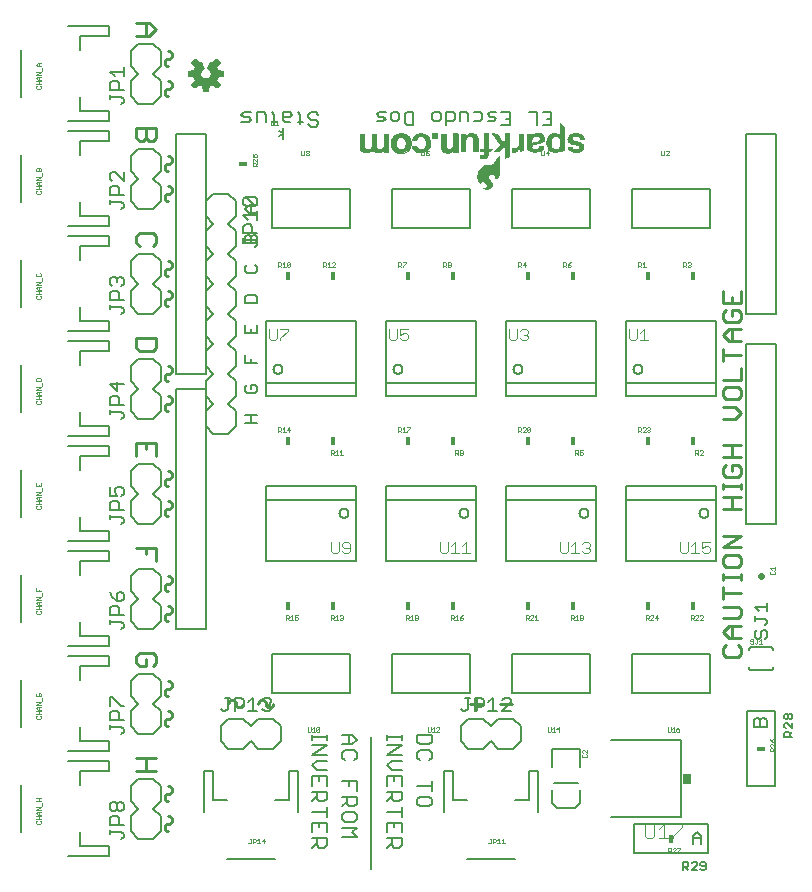
<source format=gbr>
G04 EAGLE Gerber RS-274X export*
G75*
%MOMM*%
%FSLAX34Y34*%
%LPD*%
%INSilkscreen Top*%
%IPPOS*%
%AMOC8*
5,1,8,0,0,1.08239X$1,22.5*%
G01*
%ADD10C,0.254000*%
%ADD11C,0.203200*%
%ADD12C,0.279400*%
%ADD13C,0.558800*%
%ADD14C,0.025400*%
%ADD15C,0.127000*%
%ADD16R,0.762000X0.457200*%
%ADD17R,0.457200X0.762000*%
%ADD18C,0.076200*%
%ADD19R,0.762000X0.863600*%
%ADD20C,0.101600*%
%ADD21R,0.495300X0.485100*%

G36*
X167035Y657480D02*
X167035Y657480D01*
X167143Y657494D01*
X167155Y657500D01*
X167169Y657502D01*
X167265Y657554D01*
X167362Y657601D01*
X167372Y657611D01*
X167384Y657617D01*
X167458Y657697D01*
X167535Y657773D01*
X167541Y657785D01*
X167551Y657796D01*
X167596Y657894D01*
X167644Y657991D01*
X167648Y658009D01*
X167652Y658018D01*
X167654Y658039D01*
X167673Y658136D01*
X168116Y662487D01*
X169275Y662858D01*
X169293Y662868D01*
X169390Y662906D01*
X170472Y663463D01*
X173862Y660699D01*
X173956Y660645D01*
X174048Y660588D01*
X174061Y660585D01*
X174073Y660578D01*
X174180Y660557D01*
X174285Y660532D01*
X174299Y660534D01*
X174313Y660531D01*
X174420Y660546D01*
X174528Y660556D01*
X174541Y660562D01*
X174555Y660564D01*
X174652Y660612D01*
X174751Y660657D01*
X174764Y660668D01*
X174773Y660672D01*
X174788Y660688D01*
X174865Y660750D01*
X177450Y663335D01*
X177513Y663424D01*
X177579Y663509D01*
X177584Y663522D01*
X177592Y663534D01*
X177623Y663637D01*
X177659Y663740D01*
X177659Y663754D01*
X177663Y663767D01*
X177659Y663875D01*
X177660Y663984D01*
X177655Y663997D01*
X177655Y664011D01*
X177617Y664113D01*
X177582Y664215D01*
X177573Y664230D01*
X177569Y664239D01*
X177555Y664256D01*
X177501Y664338D01*
X174737Y667728D01*
X175294Y668810D01*
X175300Y668830D01*
X175342Y668925D01*
X175713Y670084D01*
X180064Y670527D01*
X180168Y670555D01*
X180274Y670580D01*
X180286Y670587D01*
X180299Y670590D01*
X180389Y670651D01*
X180482Y670708D01*
X180490Y670719D01*
X180502Y670727D01*
X180568Y670813D01*
X180637Y670897D01*
X180641Y670910D01*
X180650Y670921D01*
X180684Y671024D01*
X180723Y671125D01*
X180724Y671143D01*
X180728Y671152D01*
X180728Y671174D01*
X180737Y671272D01*
X180737Y674928D01*
X180720Y675035D01*
X180706Y675143D01*
X180700Y675155D01*
X180698Y675169D01*
X180646Y675265D01*
X180599Y675362D01*
X180589Y675372D01*
X180583Y675384D01*
X180503Y675458D01*
X180427Y675535D01*
X180415Y675541D01*
X180405Y675551D01*
X180306Y675596D01*
X180209Y675644D01*
X180191Y675648D01*
X180182Y675652D01*
X180161Y675654D01*
X180064Y675673D01*
X175713Y676116D01*
X175342Y677275D01*
X175332Y677293D01*
X175294Y677390D01*
X174737Y678472D01*
X177501Y681862D01*
X177555Y681956D01*
X177612Y682048D01*
X177615Y682061D01*
X177622Y682073D01*
X177643Y682180D01*
X177668Y682285D01*
X177666Y682299D01*
X177669Y682313D01*
X177654Y682420D01*
X177644Y682528D01*
X177638Y682541D01*
X177636Y682555D01*
X177588Y682652D01*
X177543Y682751D01*
X177532Y682764D01*
X177528Y682773D01*
X177512Y682788D01*
X177450Y682865D01*
X174865Y685450D01*
X174776Y685513D01*
X174691Y685579D01*
X174678Y685584D01*
X174666Y685592D01*
X174563Y685623D01*
X174460Y685659D01*
X174446Y685659D01*
X174433Y685663D01*
X174325Y685659D01*
X174216Y685660D01*
X174203Y685655D01*
X174189Y685655D01*
X174087Y685617D01*
X173985Y685582D01*
X173970Y685573D01*
X173961Y685569D01*
X173944Y685555D01*
X173862Y685501D01*
X170472Y682737D01*
X169390Y683294D01*
X169337Y683311D01*
X169288Y683337D01*
X169222Y683348D01*
X169158Y683369D01*
X169102Y683368D01*
X169048Y683377D01*
X168981Y683366D01*
X168914Y683365D01*
X168862Y683347D01*
X168807Y683338D01*
X168747Y683306D01*
X168684Y683283D01*
X168641Y683249D01*
X168592Y683223D01*
X168545Y683174D01*
X168493Y683132D01*
X168463Y683085D01*
X168425Y683045D01*
X168368Y682940D01*
X168360Y682927D01*
X168359Y682922D01*
X168355Y682915D01*
X166202Y677718D01*
X166179Y677618D01*
X166150Y677520D01*
X166151Y677500D01*
X166146Y677480D01*
X166156Y677378D01*
X166161Y677276D01*
X166168Y677257D01*
X166170Y677237D01*
X166212Y677144D01*
X166250Y677048D01*
X166263Y677033D01*
X166271Y677015D01*
X166341Y676940D01*
X166407Y676862D01*
X166428Y676847D01*
X166438Y676837D01*
X166459Y676825D01*
X166528Y676777D01*
X167412Y676282D01*
X168091Y675655D01*
X168605Y674886D01*
X168925Y674018D01*
X169033Y673101D01*
X168920Y672166D01*
X168589Y671285D01*
X168057Y670508D01*
X167356Y669879D01*
X166526Y669436D01*
X165614Y669202D01*
X164673Y669192D01*
X163756Y669406D01*
X162916Y669831D01*
X162202Y670444D01*
X161653Y671209D01*
X161302Y672083D01*
X161169Y673015D01*
X161261Y673952D01*
X161573Y674840D01*
X162088Y675628D01*
X162775Y676272D01*
X163674Y676778D01*
X163753Y676842D01*
X163835Y676901D01*
X163848Y676918D01*
X163864Y676931D01*
X163918Y677016D01*
X163978Y677099D01*
X163984Y677119D01*
X163995Y677137D01*
X164019Y677235D01*
X164049Y677333D01*
X164048Y677353D01*
X164053Y677374D01*
X164044Y677475D01*
X164041Y677576D01*
X164033Y677603D01*
X164032Y677617D01*
X164022Y677639D01*
X163998Y677718D01*
X163890Y677978D01*
X163890Y677979D01*
X163580Y678728D01*
X163269Y679477D01*
X162959Y680226D01*
X162959Y680227D01*
X162649Y680975D01*
X162649Y680976D01*
X162648Y680976D01*
X162338Y681725D01*
X162028Y682474D01*
X162028Y682475D01*
X161845Y682915D01*
X161816Y682962D01*
X161795Y683014D01*
X161752Y683065D01*
X161716Y683122D01*
X161673Y683157D01*
X161637Y683200D01*
X161580Y683234D01*
X161528Y683277D01*
X161476Y683296D01*
X161428Y683325D01*
X161362Y683339D01*
X161299Y683363D01*
X161244Y683365D01*
X161190Y683376D01*
X161123Y683369D01*
X161056Y683371D01*
X161002Y683355D01*
X160947Y683348D01*
X160836Y683304D01*
X160822Y683300D01*
X160818Y683297D01*
X160810Y683294D01*
X159728Y682737D01*
X156338Y685501D01*
X156244Y685555D01*
X156152Y685612D01*
X156139Y685615D01*
X156127Y685622D01*
X156020Y685643D01*
X155915Y685668D01*
X155901Y685666D01*
X155887Y685669D01*
X155780Y685654D01*
X155672Y685644D01*
X155659Y685638D01*
X155646Y685636D01*
X155548Y685588D01*
X155449Y685543D01*
X155436Y685532D01*
X155427Y685528D01*
X155412Y685512D01*
X155335Y685450D01*
X152750Y682865D01*
X152687Y682776D01*
X152621Y682691D01*
X152616Y682678D01*
X152608Y682666D01*
X152577Y682563D01*
X152541Y682460D01*
X152541Y682446D01*
X152537Y682433D01*
X152541Y682325D01*
X152540Y682216D01*
X152545Y682203D01*
X152545Y682189D01*
X152583Y682087D01*
X152618Y681985D01*
X152627Y681970D01*
X152631Y681961D01*
X152645Y681944D01*
X152699Y681862D01*
X155463Y678472D01*
X154906Y677390D01*
X154900Y677370D01*
X154858Y677275D01*
X154487Y676116D01*
X150136Y675673D01*
X150032Y675645D01*
X149926Y675620D01*
X149914Y675613D01*
X149901Y675610D01*
X149811Y675549D01*
X149718Y675492D01*
X149710Y675481D01*
X149698Y675473D01*
X149632Y675387D01*
X149564Y675303D01*
X149559Y675290D01*
X149550Y675279D01*
X149516Y675176D01*
X149477Y675075D01*
X149476Y675057D01*
X149472Y675048D01*
X149473Y675026D01*
X149463Y674928D01*
X149463Y671272D01*
X149480Y671165D01*
X149494Y671057D01*
X149500Y671045D01*
X149502Y671031D01*
X149554Y670935D01*
X149601Y670838D01*
X149611Y670828D01*
X149617Y670816D01*
X149697Y670742D01*
X149773Y670665D01*
X149785Y670659D01*
X149796Y670649D01*
X149894Y670604D01*
X149991Y670556D01*
X150009Y670552D01*
X150018Y670548D01*
X150039Y670546D01*
X150136Y670527D01*
X154487Y670084D01*
X154858Y668925D01*
X154868Y668907D01*
X154906Y668810D01*
X155463Y667728D01*
X152699Y664338D01*
X152645Y664244D01*
X152588Y664152D01*
X152585Y664139D01*
X152578Y664127D01*
X152557Y664020D01*
X152532Y663915D01*
X152534Y663901D01*
X152531Y663887D01*
X152546Y663780D01*
X152556Y663672D01*
X152562Y663659D01*
X152564Y663646D01*
X152612Y663548D01*
X152657Y663449D01*
X152668Y663436D01*
X152672Y663427D01*
X152688Y663412D01*
X152750Y663335D01*
X155335Y660750D01*
X155424Y660687D01*
X155509Y660621D01*
X155522Y660616D01*
X155534Y660608D01*
X155637Y660577D01*
X155740Y660541D01*
X155754Y660541D01*
X155767Y660537D01*
X155875Y660541D01*
X155984Y660540D01*
X155997Y660545D01*
X156011Y660545D01*
X156113Y660583D01*
X156215Y660618D01*
X156230Y660627D01*
X156239Y660631D01*
X156256Y660645D01*
X156338Y660699D01*
X159728Y663463D01*
X160810Y662906D01*
X160830Y662900D01*
X160925Y662858D01*
X162084Y662487D01*
X162527Y658136D01*
X162555Y658032D01*
X162580Y657926D01*
X162587Y657914D01*
X162590Y657901D01*
X162651Y657811D01*
X162708Y657718D01*
X162719Y657710D01*
X162727Y657698D01*
X162813Y657632D01*
X162897Y657564D01*
X162910Y657559D01*
X162921Y657550D01*
X163024Y657516D01*
X163125Y657477D01*
X163143Y657476D01*
X163152Y657472D01*
X163174Y657473D01*
X163272Y657463D01*
X166928Y657463D01*
X167035Y657480D01*
G37*
G36*
X404205Y574894D02*
X404205Y574894D01*
X404216Y574900D01*
X404229Y574899D01*
X405069Y575130D01*
X405079Y575138D01*
X405092Y575139D01*
X405872Y575527D01*
X405879Y575535D01*
X405890Y575538D01*
X406667Y576098D01*
X406671Y576105D01*
X406680Y576109D01*
X407376Y576767D01*
X407381Y576778D01*
X407392Y576786D01*
X407823Y577389D01*
X407826Y577404D01*
X407838Y577417D01*
X408105Y578109D01*
X408105Y578125D01*
X408113Y578140D01*
X408200Y578877D01*
X408195Y578892D01*
X408199Y578909D01*
X408100Y579644D01*
X408092Y579657D01*
X408092Y579674D01*
X407812Y580362D01*
X407803Y580371D01*
X407800Y580385D01*
X406613Y582143D01*
X406605Y582149D01*
X406601Y582159D01*
X405148Y583700D01*
X404778Y584135D01*
X404538Y584638D01*
X404436Y585186D01*
X404479Y585742D01*
X404665Y586267D01*
X404980Y586727D01*
X405405Y587092D01*
X405948Y587385D01*
X406534Y587583D01*
X407144Y587680D01*
X407855Y587645D01*
X408533Y587438D01*
X409139Y587073D01*
X409452Y586745D01*
X409658Y586341D01*
X409751Y585925D01*
X409751Y585497D01*
X409658Y585082D01*
X409586Y584944D01*
X409468Y584830D01*
X408644Y584231D01*
X408511Y584160D01*
X408373Y584132D01*
X408215Y584148D01*
X408172Y584134D01*
X408127Y584123D01*
X408125Y584119D01*
X408121Y584118D01*
X408101Y584077D01*
X408078Y584038D01*
X408079Y584034D01*
X408077Y584030D01*
X408092Y583987D01*
X408105Y583943D01*
X408108Y583941D01*
X408110Y583937D01*
X408147Y583918D01*
X408183Y583897D01*
X408666Y583821D01*
X408671Y583823D01*
X408676Y583820D01*
X409616Y583747D01*
X409625Y583750D01*
X409636Y583747D01*
X410576Y583820D01*
X410586Y583825D01*
X410598Y583824D01*
X411297Y584008D01*
X411307Y584016D01*
X411321Y584017D01*
X411969Y584338D01*
X411977Y584347D01*
X411991Y584351D01*
X412561Y584796D01*
X412567Y584807D01*
X412579Y584813D01*
X413049Y585363D01*
X413053Y585375D01*
X413064Y585384D01*
X413465Y586116D01*
X413466Y586129D01*
X413475Y586140D01*
X413715Y586939D01*
X413714Y586952D01*
X413720Y586965D01*
X413790Y587796D01*
X413788Y587802D01*
X413790Y587807D01*
X413790Y602971D01*
X413788Y602976D01*
X413790Y602980D01*
X413769Y603020D01*
X413752Y603062D01*
X413747Y603064D01*
X413745Y603068D01*
X413702Y603081D01*
X413660Y603097D01*
X413655Y603095D01*
X413651Y603097D01*
X413581Y603061D01*
X413571Y603056D01*
X413570Y603055D01*
X408698Y597573D01*
X407844Y596791D01*
X406854Y596202D01*
X406503Y596075D01*
X406135Y596010D01*
X403860Y596010D01*
X403855Y596008D01*
X403849Y596010D01*
X402485Y595886D01*
X402475Y595880D01*
X402463Y595882D01*
X401144Y595514D01*
X401136Y595506D01*
X401123Y595505D01*
X399893Y594905D01*
X399886Y594898D01*
X399875Y594895D01*
X398718Y594078D01*
X398713Y594070D01*
X398704Y594067D01*
X397673Y593095D01*
X397669Y593087D01*
X397661Y593082D01*
X396776Y591975D01*
X396774Y591965D01*
X396765Y591958D01*
X395818Y590277D01*
X395817Y590266D01*
X395809Y590256D01*
X395181Y588432D01*
X395182Y588421D01*
X395175Y588410D01*
X394887Y586503D01*
X394890Y586492D01*
X394886Y586480D01*
X394891Y586313D01*
X394891Y586312D01*
X394899Y586060D01*
X394903Y585934D01*
X394911Y585681D01*
X394910Y585681D01*
X394911Y585681D01*
X394914Y585555D01*
X394922Y585303D01*
X394922Y585302D01*
X394930Y585050D01*
X394934Y584924D01*
X394942Y584671D01*
X394946Y584552D01*
X394948Y584547D01*
X394947Y584545D01*
X394950Y584540D01*
X394948Y584531D01*
X395155Y583492D01*
X395160Y583484D01*
X395160Y583474D01*
X395518Y582476D01*
X395524Y582469D01*
X395525Y582458D01*
X396027Y581524D01*
X396036Y581517D01*
X396039Y581505D01*
X396946Y580368D01*
X396957Y580362D01*
X396964Y580349D01*
X398090Y579428D01*
X398133Y579416D01*
X398174Y579400D01*
X398179Y579402D01*
X398185Y579401D01*
X398223Y579423D01*
X398263Y579441D01*
X398266Y579447D01*
X398270Y579449D01*
X398278Y579478D01*
X398296Y579526D01*
X398296Y580406D01*
X398312Y580527D01*
X398356Y580629D01*
X398630Y580968D01*
X398991Y581217D01*
X399165Y581282D01*
X399704Y581340D01*
X400233Y581242D01*
X400721Y580993D01*
X401623Y580342D01*
X402035Y579988D01*
X402386Y579578D01*
X402669Y579120D01*
X402875Y578626D01*
X402934Y578326D01*
X402922Y578023D01*
X402765Y577504D01*
X402479Y577044D01*
X402084Y576674D01*
X401603Y576419D01*
X401113Y576281D01*
X400602Y576223D01*
X399999Y576223D01*
X399998Y576223D01*
X399977Y576214D01*
X399908Y576185D01*
X399873Y576093D01*
X399877Y576083D01*
X399911Y576008D01*
X399913Y576005D01*
X399914Y576004D01*
X399915Y576003D01*
X399936Y575983D01*
X399943Y575980D01*
X399947Y575972D01*
X400382Y575634D01*
X400397Y575630D01*
X400409Y575618D01*
X400913Y575397D01*
X400914Y575397D01*
X401270Y575245D01*
X401498Y575144D01*
X401509Y575144D01*
X401518Y575137D01*
X402396Y574917D01*
X402405Y574919D01*
X402415Y574914D01*
X403315Y574828D01*
X403325Y574832D01*
X403337Y574828D01*
X404205Y574894D01*
G37*
G36*
X461571Y606197D02*
X461571Y606197D01*
X461582Y606202D01*
X461595Y606200D01*
X462077Y606302D01*
X462086Y606308D01*
X462098Y606308D01*
X463419Y606841D01*
X463426Y606848D01*
X463436Y606849D01*
X463830Y607082D01*
X463837Y607091D01*
X463849Y607096D01*
X464192Y607397D01*
X464195Y607403D01*
X464202Y607406D01*
X465091Y608371D01*
X465091Y608372D01*
X465092Y608373D01*
X465226Y608522D01*
X465202Y606605D01*
X465208Y606590D01*
X465205Y606576D01*
X465225Y606547D01*
X465239Y606513D01*
X465253Y606508D01*
X465262Y606495D01*
X465303Y606488D01*
X465330Y606477D01*
X465340Y606481D01*
X465352Y606479D01*
X469238Y607215D01*
X469271Y607237D01*
X469307Y607254D01*
X469311Y607264D01*
X469319Y607270D01*
X469325Y607299D01*
X469340Y607339D01*
X469340Y627913D01*
X469338Y627919D01*
X469340Y627926D01*
X469311Y627983D01*
X469302Y628004D01*
X469300Y628005D01*
X469299Y628007D01*
X465159Y631741D01*
X465114Y631756D01*
X465070Y631773D01*
X465068Y631772D01*
X465066Y631773D01*
X465023Y631752D01*
X464981Y631732D01*
X464980Y631730D01*
X464978Y631729D01*
X464971Y631707D01*
X464948Y631647D01*
X464948Y620543D01*
X464947Y620545D01*
X464427Y621261D01*
X464416Y621268D01*
X464409Y621281D01*
X463749Y621871D01*
X463737Y621875D01*
X463727Y621886D01*
X462958Y622323D01*
X462945Y622325D01*
X462933Y622334D01*
X462089Y622598D01*
X462078Y622597D01*
X462067Y622603D01*
X460850Y622758D01*
X460841Y622756D01*
X460832Y622759D01*
X459605Y622742D01*
X459597Y622739D01*
X459587Y622741D01*
X458375Y622552D01*
X458366Y622547D01*
X458355Y622547D01*
X457436Y622253D01*
X457428Y622246D01*
X457416Y622244D01*
X456560Y621798D01*
X456554Y621790D01*
X456542Y621787D01*
X455774Y621202D01*
X455769Y621193D01*
X455758Y621188D01*
X455101Y620481D01*
X455097Y620471D01*
X455087Y620464D01*
X454315Y619279D01*
X454313Y619269D01*
X454305Y619260D01*
X453749Y617960D01*
X453749Y617949D01*
X453742Y617939D01*
X453419Y616563D01*
X453421Y616552D01*
X453416Y616541D01*
X453298Y614326D01*
X453302Y614315D01*
X453299Y614303D01*
X453582Y612103D01*
X453587Y612093D01*
X453587Y612081D01*
X454261Y609968D01*
X454269Y609958D01*
X454271Y609945D01*
X454850Y608904D01*
X454861Y608896D01*
X454866Y608882D01*
X455658Y607992D01*
X455668Y607987D01*
X455674Y607977D01*
X456498Y607324D01*
X456506Y607322D01*
X456512Y607315D01*
X457414Y606774D01*
X457424Y606772D01*
X457433Y606764D01*
X458458Y606364D01*
X458470Y606364D01*
X458482Y606357D01*
X459567Y606174D01*
X459578Y606176D01*
X459590Y606172D01*
X461571Y606197D01*
G37*
G36*
X310643Y605642D02*
X310643Y605642D01*
X310654Y605639D01*
X312026Y605766D01*
X312033Y605770D01*
X312043Y605769D01*
X313135Y606023D01*
X313145Y606030D01*
X313158Y606031D01*
X314048Y606435D01*
X314058Y606447D01*
X314074Y606452D01*
X314836Y607064D01*
X314837Y607066D01*
X314838Y607067D01*
X314840Y607071D01*
X314848Y607074D01*
X314962Y607192D01*
X315084Y607318D01*
X315206Y607445D01*
X315329Y607571D01*
X315451Y607697D01*
X315573Y607823D01*
X315573Y607824D01*
X315610Y607861D01*
X315612Y607868D01*
X315619Y607872D01*
X315921Y608268D01*
X315952Y608275D01*
X315952Y606222D01*
X315953Y606220D01*
X315952Y606218D01*
X315972Y606175D01*
X315990Y606131D01*
X315992Y606131D01*
X315993Y606129D01*
X316078Y606096D01*
X320065Y606096D01*
X320067Y606097D01*
X320069Y606096D01*
X320112Y606116D01*
X320156Y606134D01*
X320156Y606136D01*
X320158Y606137D01*
X320191Y606222D01*
X320191Y622275D01*
X320190Y622277D01*
X320191Y622279D01*
X320171Y622322D01*
X320153Y622366D01*
X320151Y622366D01*
X320150Y622368D01*
X320065Y622401D01*
X315747Y622401D01*
X315745Y622400D01*
X315743Y622401D01*
X315700Y622381D01*
X315656Y622363D01*
X315656Y622361D01*
X315654Y622360D01*
X315621Y622275D01*
X315621Y612470D01*
X315622Y612467D01*
X315621Y612464D01*
X315651Y611842D01*
X315520Y611251D01*
X315236Y610713D01*
X314417Y609769D01*
X314062Y609503D01*
X313658Y609325D01*
X313218Y609243D01*
X312370Y609194D01*
X311893Y609225D01*
X311443Y609361D01*
X311034Y609594D01*
X310687Y609912D01*
X310317Y610459D01*
X310086Y611078D01*
X310006Y611741D01*
X310006Y622300D01*
X310005Y622302D01*
X310006Y622304D01*
X309986Y622347D01*
X309968Y622391D01*
X309966Y622391D01*
X309965Y622393D01*
X309880Y622426D01*
X305562Y622426D01*
X305560Y622425D01*
X305558Y622426D01*
X305515Y622406D01*
X305471Y622388D01*
X305471Y622386D01*
X305469Y622385D01*
X305436Y622300D01*
X305436Y612779D01*
X305361Y611676D01*
X305212Y611037D01*
X304939Y610442D01*
X304554Y609914D01*
X304236Y609628D01*
X303864Y609418D01*
X303454Y609292D01*
X302551Y609200D01*
X301647Y609268D01*
X301199Y609396D01*
X300793Y609622D01*
X300767Y609646D01*
X300450Y609936D01*
X300189Y610319D01*
X299877Y611141D01*
X299770Y612021D01*
X299770Y622300D01*
X299769Y622302D01*
X299770Y622304D01*
X299750Y622347D01*
X299732Y622391D01*
X299730Y622391D01*
X299729Y622393D01*
X299644Y622426D01*
X295402Y622426D01*
X295400Y622425D01*
X295398Y622426D01*
X295355Y622406D01*
X295311Y622388D01*
X295311Y622386D01*
X295309Y622385D01*
X295276Y622300D01*
X295276Y610718D01*
X295280Y610709D01*
X295277Y610699D01*
X295446Y609603D01*
X295452Y609593D01*
X295452Y609578D01*
X295838Y608539D01*
X295847Y608530D01*
X295850Y608516D01*
X296438Y607577D01*
X296449Y607570D01*
X296454Y607556D01*
X297100Y606892D01*
X297112Y606887D01*
X297121Y606874D01*
X297895Y606367D01*
X297909Y606365D01*
X297920Y606354D01*
X298786Y606028D01*
X298797Y606028D01*
X298807Y606022D01*
X300067Y605773D01*
X300074Y605775D01*
X300081Y605771D01*
X301360Y605664D01*
X301370Y605667D01*
X301380Y605664D01*
X302274Y605725D01*
X302284Y605731D01*
X302298Y605729D01*
X303163Y605961D01*
X303173Y605968D01*
X303186Y605969D01*
X303991Y606363D01*
X303998Y606371D01*
X304010Y606373D01*
X304899Y607011D01*
X304903Y607019D01*
X304913Y607023D01*
X305701Y607782D01*
X305702Y607785D01*
X305705Y607786D01*
X306160Y608267D01*
X306202Y608309D01*
X306582Y607651D01*
X306592Y607644D01*
X306596Y607631D01*
X307178Y606962D01*
X307189Y606957D01*
X307196Y606945D01*
X307894Y606399D01*
X307906Y606396D01*
X307915Y606386D01*
X308705Y605983D01*
X308717Y605982D01*
X308728Y605974D01*
X309651Y605713D01*
X309663Y605714D01*
X309676Y605709D01*
X310633Y605639D01*
X310643Y605642D01*
G37*
G36*
X444849Y606140D02*
X444849Y606140D01*
X444858Y606137D01*
X446598Y606351D01*
X446606Y606355D01*
X446616Y606354D01*
X447845Y606688D01*
X447853Y606695D01*
X447864Y606695D01*
X449022Y607224D01*
X449030Y607233D01*
X449043Y607236D01*
X449860Y607810D01*
X449864Y607816D01*
X449865Y607816D01*
X449866Y607820D01*
X449867Y607821D01*
X449880Y607827D01*
X450563Y608557D01*
X450567Y608569D01*
X450579Y608578D01*
X451098Y609431D01*
X451100Y609444D01*
X451110Y609455D01*
X451444Y610396D01*
X451443Y610409D01*
X451450Y610422D01*
X451572Y611313D01*
X451575Y611315D01*
X451576Y611315D01*
X451594Y611362D01*
X451611Y611407D01*
X451609Y611412D01*
X451576Y611491D01*
X451551Y611517D01*
X451511Y611534D01*
X451473Y611555D01*
X451467Y611553D01*
X451460Y611555D01*
X451420Y611538D01*
X451390Y611529D01*
X447243Y611529D01*
X447241Y611528D01*
X447239Y611529D01*
X447196Y611509D01*
X447152Y611491D01*
X447152Y611489D01*
X447150Y611488D01*
X447117Y611403D01*
X447117Y611361D01*
X447054Y610829D01*
X446870Y610334D01*
X446575Y609896D01*
X446185Y609540D01*
X445721Y609285D01*
X445160Y609120D01*
X444573Y609066D01*
X443218Y609116D01*
X442849Y609177D01*
X442503Y609305D01*
X442189Y609498D01*
X441936Y609732D01*
X441737Y610011D01*
X441598Y610325D01*
X441487Y610846D01*
X441487Y611377D01*
X441598Y611898D01*
X441640Y611995D01*
X441700Y612082D01*
X441984Y612343D01*
X442412Y612589D01*
X442881Y612754D01*
X444187Y612980D01*
X446393Y613208D01*
X446397Y613211D01*
X446402Y613210D01*
X447939Y613488D01*
X447947Y613492D01*
X447956Y613492D01*
X449441Y613976D01*
X449449Y613983D01*
X449461Y613984D01*
X450157Y614350D01*
X450165Y614360D01*
X450178Y614364D01*
X450788Y614862D01*
X450794Y614873D01*
X450806Y614880D01*
X451304Y615489D01*
X451308Y615502D01*
X451319Y615513D01*
X451748Y616375D01*
X451749Y616390D01*
X451758Y616404D01*
X451964Y617345D01*
X451962Y617358D01*
X451967Y617372D01*
X451970Y618433D01*
X451965Y618443D01*
X451968Y618456D01*
X451779Y619500D01*
X451773Y619509D01*
X451773Y619522D01*
X451400Y620515D01*
X451392Y620524D01*
X451390Y620536D01*
X451098Y621019D01*
X451089Y621026D01*
X451084Y621038D01*
X450707Y621458D01*
X450696Y621463D01*
X450689Y621474D01*
X450241Y621816D01*
X450228Y621820D01*
X450218Y621830D01*
X448949Y622436D01*
X448936Y622436D01*
X448923Y622445D01*
X447551Y622753D01*
X447539Y622751D01*
X447526Y622756D01*
X445891Y622794D01*
X445881Y622790D01*
X445870Y622793D01*
X444252Y622552D01*
X444243Y622546D01*
X444230Y622547D01*
X443195Y622195D01*
X443186Y622187D01*
X443174Y622185D01*
X442223Y621645D01*
X442216Y621636D01*
X442203Y621631D01*
X441376Y620928D01*
X441352Y620912D01*
X441343Y620911D01*
X441335Y620913D01*
X441329Y620919D01*
X441319Y620942D01*
X441092Y621971D01*
X441091Y621974D01*
X441091Y621977D01*
X441015Y622257D01*
X441004Y622271D01*
X441001Y622290D01*
X440979Y622326D01*
X440955Y622343D01*
X440928Y622372D01*
X440891Y622391D01*
X440861Y622393D01*
X440823Y622404D01*
X440787Y622401D01*
X436753Y622401D01*
X436730Y622392D01*
X436705Y622392D01*
X436687Y622373D01*
X436662Y622363D01*
X436653Y622340D01*
X436636Y622322D01*
X436635Y622293D01*
X436627Y622271D01*
X436635Y622253D01*
X436635Y622231D01*
X436709Y622032D01*
X437058Y620737D01*
X437160Y619400D01*
X437135Y615062D01*
X437136Y615059D01*
X437135Y615057D01*
X437155Y615014D01*
X437168Y614981D01*
X437160Y614959D01*
X437160Y610133D01*
X437163Y610126D01*
X437161Y610118D01*
X437252Y609382D01*
X437259Y609369D01*
X437259Y609352D01*
X437526Y608661D01*
X437537Y608651D01*
X437541Y608634D01*
X437968Y608029D01*
X437981Y608021D01*
X437989Y608006D01*
X438551Y607523D01*
X438564Y607519D01*
X438574Y607508D01*
X439877Y606814D01*
X439889Y606813D01*
X439900Y606805D01*
X441314Y606380D01*
X441324Y606381D01*
X441333Y606376D01*
X443072Y606146D01*
X443080Y606148D01*
X443088Y606145D01*
X444842Y606137D01*
X444849Y606140D01*
G37*
G36*
X418596Y600544D02*
X418596Y600544D01*
X418630Y600549D01*
X422770Y602911D01*
X422782Y602928D01*
X422800Y602936D01*
X422813Y602968D01*
X422829Y602990D01*
X422827Y603005D01*
X422833Y603021D01*
X422833Y622351D01*
X422832Y622354D01*
X422833Y622357D01*
X422796Y622440D01*
X422745Y622491D01*
X422742Y622493D01*
X422741Y622495D01*
X422656Y622528D01*
X418516Y622528D01*
X418514Y622527D01*
X418512Y622528D01*
X418469Y622508D01*
X418425Y622490D01*
X418425Y622488D01*
X418423Y622487D01*
X418390Y622402D01*
X418390Y616994D01*
X416735Y615387D01*
X412502Y622365D01*
X412487Y622376D01*
X412479Y622393D01*
X412445Y622406D01*
X412422Y622423D01*
X412409Y622421D01*
X412395Y622426D01*
X407315Y622451D01*
X407279Y622436D01*
X407241Y622428D01*
X407235Y622418D01*
X407224Y622413D01*
X407210Y622377D01*
X407189Y622344D01*
X407192Y622332D01*
X407188Y622322D01*
X407200Y622294D01*
X407209Y622255D01*
X413806Y612360D01*
X408115Y606794D01*
X408114Y606793D01*
X408112Y606792D01*
X408095Y606747D01*
X408077Y606703D01*
X408077Y606702D01*
X408077Y606700D01*
X408097Y606657D01*
X408116Y606613D01*
X408117Y606612D01*
X408118Y606611D01*
X408203Y606578D01*
X412877Y606578D01*
X412880Y606579D01*
X412883Y606578D01*
X412966Y606615D01*
X418441Y612089D01*
X418441Y600659D01*
X418454Y600627D01*
X418459Y600593D01*
X418473Y600583D01*
X418479Y600568D01*
X418511Y600556D01*
X418540Y600536D01*
X418557Y600538D01*
X418571Y600533D01*
X418596Y600544D01*
G37*
G36*
X395810Y606503D02*
X395810Y606503D01*
X395812Y606502D01*
X395855Y606522D01*
X395899Y606540D01*
X395899Y606542D01*
X395901Y606543D01*
X395934Y606628D01*
X395934Y617423D01*
X395932Y617428D01*
X395934Y617435D01*
X395833Y618534D01*
X395827Y618544D01*
X395829Y618557D01*
X395529Y619620D01*
X395522Y619629D01*
X395521Y619642D01*
X395033Y620632D01*
X395024Y620640D01*
X395021Y620652D01*
X394360Y621537D01*
X394350Y621544D01*
X394343Y621556D01*
X394273Y621619D01*
X394133Y621745D01*
X394089Y621784D01*
X394077Y621788D01*
X394069Y621799D01*
X393167Y622325D01*
X393155Y622327D01*
X393145Y622335D01*
X392159Y622678D01*
X392147Y622677D01*
X392135Y622684D01*
X391102Y622831D01*
X391092Y622828D01*
X391081Y622832D01*
X389587Y622802D01*
X389580Y622799D01*
X389571Y622801D01*
X388093Y622577D01*
X388085Y622572D01*
X388075Y622573D01*
X387813Y622492D01*
X387805Y622486D01*
X387793Y622485D01*
X387548Y622362D01*
X387541Y622355D01*
X387531Y622352D01*
X386601Y621693D01*
X386596Y621685D01*
X386587Y621682D01*
X385760Y620897D01*
X385757Y620889D01*
X385748Y620884D01*
X385241Y620243D01*
X385241Y622300D01*
X385240Y622302D01*
X385241Y622304D01*
X385221Y622347D01*
X385203Y622391D01*
X385201Y622391D01*
X385200Y622393D01*
X385115Y622426D01*
X381102Y622426D01*
X381100Y622425D01*
X381098Y622426D01*
X381055Y622406D01*
X381011Y622388D01*
X381011Y622386D01*
X381009Y622385D01*
X380976Y622300D01*
X380976Y606679D01*
X380977Y606677D01*
X380976Y606675D01*
X380996Y606632D01*
X381014Y606588D01*
X381016Y606588D01*
X381017Y606586D01*
X381102Y606553D01*
X385318Y606553D01*
X385320Y606554D01*
X385322Y606553D01*
X385365Y606573D01*
X385409Y606591D01*
X385409Y606593D01*
X385411Y606594D01*
X385444Y606679D01*
X385444Y614981D01*
X385520Y616211D01*
X385745Y617415D01*
X385954Y617965D01*
X386281Y618450D01*
X386712Y618847D01*
X387222Y619135D01*
X387913Y619347D01*
X388634Y619414D01*
X389353Y619334D01*
X390042Y619111D01*
X390437Y618886D01*
X390778Y618585D01*
X391050Y618223D01*
X391393Y617455D01*
X391542Y616625D01*
X391542Y606628D01*
X391543Y606626D01*
X391542Y606624D01*
X391562Y606581D01*
X391580Y606537D01*
X391582Y606537D01*
X391583Y606535D01*
X391668Y606502D01*
X395808Y606502D01*
X395810Y606503D01*
G37*
G36*
X370110Y606151D02*
X370110Y606151D01*
X370121Y606148D01*
X371173Y606303D01*
X371184Y606310D01*
X371199Y606310D01*
X372195Y606679D01*
X372205Y606688D01*
X372219Y606691D01*
X373117Y607258D01*
X373124Y607267D01*
X373135Y607271D01*
X373596Y607687D01*
X373599Y607695D01*
X373607Y607699D01*
X374009Y608172D01*
X374011Y608177D01*
X374015Y608179D01*
X374292Y608557D01*
X374406Y608693D01*
X374448Y608722D01*
X374448Y606654D01*
X374449Y606652D01*
X374448Y606650D01*
X374468Y606607D01*
X374486Y606563D01*
X374488Y606563D01*
X374489Y606561D01*
X374574Y606528D01*
X378612Y606528D01*
X378614Y606529D01*
X378616Y606528D01*
X378659Y606548D01*
X378703Y606566D01*
X378703Y606568D01*
X378705Y606569D01*
X378738Y606654D01*
X378738Y622376D01*
X378737Y622378D01*
X378738Y622380D01*
X378718Y622423D01*
X378700Y622467D01*
X378698Y622467D01*
X378697Y622469D01*
X378612Y622502D01*
X374396Y622502D01*
X374394Y622501D01*
X374392Y622502D01*
X374349Y622482D01*
X374305Y622464D01*
X374305Y622462D01*
X374303Y622461D01*
X374270Y622376D01*
X374270Y613010D01*
X374190Y612227D01*
X373973Y611477D01*
X373610Y610798D01*
X373093Y610229D01*
X372636Y609915D01*
X372120Y609711D01*
X371564Y609624D01*
X370459Y609574D01*
X370143Y609591D01*
X369843Y609668D01*
X369408Y609885D01*
X369034Y610194D01*
X368738Y610581D01*
X368428Y611223D01*
X368237Y611911D01*
X368172Y612629D01*
X368172Y622275D01*
X368171Y622277D01*
X368172Y622279D01*
X368152Y622322D01*
X368134Y622366D01*
X368132Y622366D01*
X368131Y622368D01*
X368046Y622401D01*
X363957Y622401D01*
X363955Y622400D01*
X363953Y622401D01*
X363910Y622381D01*
X363866Y622363D01*
X363866Y622361D01*
X363864Y622360D01*
X363831Y622275D01*
X363831Y611734D01*
X363833Y611729D01*
X363831Y611724D01*
X363922Y610595D01*
X363925Y610587D01*
X363924Y610578D01*
X364164Y609471D01*
X364169Y609463D01*
X364169Y609453D01*
X364438Y608748D01*
X364446Y608740D01*
X364448Y608728D01*
X364832Y608079D01*
X364841Y608073D01*
X364845Y608061D01*
X365334Y607486D01*
X365345Y607481D01*
X365352Y607469D01*
X366137Y606851D01*
X366150Y606848D01*
X366161Y606836D01*
X367066Y606414D01*
X367080Y606413D01*
X367094Y606405D01*
X368071Y606199D01*
X368082Y606202D01*
X368094Y606197D01*
X370100Y606147D01*
X370110Y606151D01*
G37*
G36*
X330588Y605642D02*
X330588Y605642D01*
X330596Y605640D01*
X332069Y605817D01*
X332087Y605827D01*
X332110Y605829D01*
X335488Y607506D01*
X335505Y607525D01*
X335531Y607541D01*
X337665Y610259D01*
X337672Y610283D01*
X337689Y610309D01*
X338502Y613865D01*
X338498Y613887D01*
X338504Y613913D01*
X337894Y617799D01*
X337881Y617819D01*
X337875Y617847D01*
X336275Y620336D01*
X336254Y620351D01*
X336236Y620375D01*
X333391Y622153D01*
X333367Y622157D01*
X333341Y622171D01*
X330344Y622577D01*
X330330Y622573D01*
X330314Y622578D01*
X327799Y622324D01*
X327787Y622317D01*
X327771Y622317D01*
X325917Y621682D01*
X325904Y621671D01*
X325885Y621666D01*
X324768Y620879D01*
X324763Y620871D01*
X324754Y620867D01*
X323560Y619724D01*
X323554Y619710D01*
X323540Y619700D01*
X322727Y618405D01*
X322724Y618388D01*
X322712Y618372D01*
X322026Y615908D01*
X322028Y615898D01*
X322023Y615889D01*
X321769Y613781D01*
X321773Y613767D01*
X321769Y613750D01*
X322049Y611565D01*
X322058Y611550D01*
X322059Y611530D01*
X323100Y609193D01*
X323113Y609181D01*
X323119Y609162D01*
X324211Y607892D01*
X324225Y607885D01*
X324235Y607870D01*
X326216Y606499D01*
X326232Y606496D01*
X326247Y606484D01*
X327873Y605925D01*
X327886Y605925D01*
X327898Y605919D01*
X329905Y605665D01*
X329914Y605667D01*
X329923Y605664D01*
X329960Y605680D01*
X330000Y605691D01*
X330004Y605700D01*
X330013Y605704D01*
X330033Y605753D01*
X330047Y605778D01*
X330045Y605783D01*
X330047Y605788D01*
X330097Y608760D01*
X330096Y608763D01*
X330097Y608766D01*
X330078Y608808D01*
X330060Y608851D01*
X330057Y608852D01*
X330056Y608855D01*
X329971Y608888D01*
X329875Y608888D01*
X328688Y608987D01*
X327735Y609500D01*
X326901Y610309D01*
X326157Y611921D01*
X325906Y613850D01*
X325906Y615275D01*
X326281Y616823D01*
X326824Y618033D01*
X327903Y619014D01*
X329654Y619606D01*
X331402Y619384D01*
X333050Y618376D01*
X333588Y617349D01*
X333963Y616201D01*
X334138Y614952D01*
X334087Y613093D01*
X333813Y611619D01*
X333417Y610730D01*
X332629Y609646D01*
X331481Y609011D01*
X330386Y608861D01*
X330349Y608839D01*
X330310Y608821D01*
X330307Y608814D01*
X330301Y608811D01*
X330294Y608781D01*
X330277Y608736D01*
X330277Y605815D01*
X330288Y605788D01*
X330290Y605759D01*
X330307Y605743D01*
X330315Y605724D01*
X330337Y605716D01*
X330357Y605698D01*
X330484Y605648D01*
X330506Y605648D01*
X330530Y605639D01*
X330581Y605639D01*
X330588Y605642D01*
G37*
G36*
X479558Y606149D02*
X479558Y606149D01*
X479566Y606147D01*
X480995Y606302D01*
X481005Y606308D01*
X481018Y606307D01*
X482396Y606718D01*
X482405Y606725D01*
X482417Y606726D01*
X483698Y607380D01*
X483706Y607389D01*
X483718Y607392D01*
X484194Y607762D01*
X484200Y607772D01*
X484212Y607778D01*
X484606Y608233D01*
X484610Y608244D01*
X484621Y608253D01*
X484920Y608775D01*
X484921Y608788D01*
X484930Y608798D01*
X485288Y609882D01*
X485287Y609894D01*
X485293Y609907D01*
X485422Y611041D01*
X485419Y611053D01*
X485422Y611067D01*
X485317Y612203D01*
X485312Y612211D01*
X485311Y612214D01*
X485312Y612228D01*
X485160Y612717D01*
X485152Y612727D01*
X485150Y612741D01*
X484901Y613188D01*
X484890Y613196D01*
X484886Y613210D01*
X484549Y613595D01*
X484539Y613600D01*
X484533Y613611D01*
X483856Y614148D01*
X483847Y614151D01*
X483840Y614159D01*
X483089Y614586D01*
X483080Y614587D01*
X483072Y614594D01*
X482264Y614900D01*
X482256Y614900D01*
X482248Y614905D01*
X478617Y615768D01*
X477443Y616074D01*
X476336Y616544D01*
X476000Y616775D01*
X475735Y617079D01*
X475554Y617441D01*
X475469Y617836D01*
X475486Y618240D01*
X475603Y618625D01*
X475812Y618970D01*
X476099Y619254D01*
X476612Y619566D01*
X477179Y619763D01*
X477782Y619837D01*
X479112Y619837D01*
X479674Y619764D01*
X480261Y619547D01*
X480788Y619210D01*
X481230Y618767D01*
X481486Y618353D01*
X481632Y617891D01*
X481661Y617394D01*
X481661Y617347D01*
X481662Y617345D01*
X481661Y617343D01*
X481681Y617300D01*
X481699Y617256D01*
X481701Y617256D01*
X481702Y617254D01*
X481787Y617221D01*
X485648Y617221D01*
X485654Y617223D01*
X485661Y617221D01*
X485673Y617228D01*
X485687Y617227D01*
X485689Y617228D01*
X485690Y617228D01*
X485712Y617248D01*
X485739Y617259D01*
X485741Y617266D01*
X485747Y617269D01*
X485752Y617283D01*
X485762Y617292D01*
X485762Y617293D01*
X485763Y617295D01*
X485764Y617322D01*
X485766Y617329D01*
X485774Y617351D01*
X485773Y617353D01*
X485774Y617356D01*
X485749Y617712D01*
X485746Y617718D01*
X485747Y617725D01*
X485645Y618309D01*
X485640Y618317D01*
X485641Y618328D01*
X485209Y619598D01*
X485202Y619605D01*
X485201Y619615D01*
X484892Y620211D01*
X484882Y620218D01*
X484878Y620231D01*
X484458Y620755D01*
X484447Y620760D01*
X484441Y620772D01*
X483926Y621203D01*
X483918Y621205D01*
X483913Y621212D01*
X482719Y621974D01*
X482711Y621976D01*
X482704Y621983D01*
X481847Y622380D01*
X481834Y622381D01*
X481822Y622389D01*
X480901Y622601D01*
X480892Y622599D01*
X480882Y622604D01*
X478316Y622782D01*
X478309Y622780D01*
X478303Y622782D01*
X476976Y622735D01*
X476970Y622733D01*
X476963Y622734D01*
X475649Y622552D01*
X475641Y622548D01*
X475632Y622549D01*
X474632Y622266D01*
X474623Y622259D01*
X474611Y622258D01*
X473676Y621807D01*
X473669Y621799D01*
X473657Y621796D01*
X472813Y621190D01*
X472808Y621180D01*
X472797Y621175D01*
X472071Y620432D01*
X472067Y620422D01*
X472056Y620414D01*
X471677Y619850D01*
X471675Y619839D01*
X471666Y619829D01*
X471400Y619204D01*
X471400Y619192D01*
X471393Y619181D01*
X471250Y618517D01*
X471251Y618508D01*
X471247Y618499D01*
X471171Y617458D01*
X471174Y617449D01*
X471171Y617438D01*
X471265Y616383D01*
X471272Y616370D01*
X471272Y616354D01*
X471609Y615351D01*
X471619Y615340D01*
X471621Y615325D01*
X471873Y614913D01*
X471883Y614906D01*
X471889Y614892D01*
X472221Y614542D01*
X472232Y614538D01*
X472238Y614527D01*
X472930Y614019D01*
X472938Y614017D01*
X472945Y614009D01*
X473701Y613604D01*
X473710Y613603D01*
X473717Y613597D01*
X475373Y612987D01*
X475381Y612987D01*
X475389Y612982D01*
X477112Y612601D01*
X477113Y612601D01*
X477114Y612600D01*
X479137Y612196D01*
X479889Y611924D01*
X480564Y611508D01*
X480847Y611215D01*
X481031Y610854D01*
X481096Y610485D01*
X481048Y610113D01*
X480893Y609771D01*
X480660Y609503D01*
X480359Y609308D01*
X479935Y609151D01*
X479486Y609066D01*
X478638Y609022D01*
X477790Y609066D01*
X477294Y609164D01*
X476827Y609353D01*
X476405Y609624D01*
X476129Y609888D01*
X475911Y610201D01*
X475761Y610553D01*
X475706Y610796D01*
X475690Y611056D01*
X475669Y611098D01*
X475649Y611141D01*
X475647Y611142D01*
X475646Y611144D01*
X475627Y611150D01*
X475564Y611174D01*
X471678Y611174D01*
X471669Y611171D01*
X471661Y611173D01*
X471625Y611152D01*
X471587Y611136D01*
X471584Y611127D01*
X471576Y611122D01*
X471562Y611071D01*
X471552Y611044D01*
X471554Y611040D01*
X471552Y611035D01*
X471628Y610324D01*
X471634Y610314D01*
X471632Y610303D01*
X471637Y610297D01*
X471637Y610290D01*
X471629Y610277D01*
X471636Y610251D01*
X471635Y610217D01*
X471838Y609659D01*
X471842Y609655D01*
X471842Y609650D01*
X472198Y608862D01*
X472205Y608856D01*
X472207Y608845D01*
X472493Y608403D01*
X472501Y608398D01*
X472505Y608388D01*
X472853Y607993D01*
X472863Y607988D01*
X472870Y607977D01*
X473829Y607220D01*
X473842Y607217D01*
X473852Y607206D01*
X474949Y606668D01*
X474961Y606667D01*
X474972Y606659D01*
X476323Y606291D01*
X476333Y606292D01*
X476343Y606287D01*
X477736Y606147D01*
X477743Y606149D01*
X477749Y606147D01*
X479552Y606147D01*
X479558Y606149D01*
G37*
G36*
X348483Y605687D02*
X348483Y605687D01*
X348494Y605693D01*
X348508Y605690D01*
X350014Y606023D01*
X350024Y606030D01*
X350038Y606030D01*
X351429Y606642D01*
X351437Y606651D01*
X351450Y606654D01*
X352699Y607519D01*
X352706Y607529D01*
X352718Y607535D01*
X352777Y607596D01*
X353024Y607848D01*
X353147Y607975D01*
X353270Y608101D01*
X353393Y608227D01*
X353639Y608480D01*
X353762Y608606D01*
X353763Y608606D01*
X353779Y608623D01*
X353783Y608634D01*
X353794Y608641D01*
X354628Y609912D01*
X354630Y609923D01*
X354639Y609933D01*
X355216Y611339D01*
X355216Y611351D01*
X355223Y611362D01*
X355521Y612852D01*
X355519Y612862D01*
X355520Y612864D01*
X355520Y612865D01*
X355523Y612873D01*
X355599Y615362D01*
X355596Y615371D01*
X355598Y615381D01*
X355453Y616597D01*
X355448Y616605D01*
X355449Y616616D01*
X355115Y617794D01*
X355109Y617802D01*
X355108Y617813D01*
X354594Y618923D01*
X354586Y618930D01*
X354584Y618941D01*
X353902Y619957D01*
X353893Y619963D01*
X353889Y619973D01*
X353119Y620796D01*
X353109Y620800D01*
X353103Y620810D01*
X352207Y621494D01*
X352197Y621497D01*
X352189Y621506D01*
X351192Y622032D01*
X351182Y622033D01*
X351173Y622040D01*
X350103Y622395D01*
X350094Y622394D01*
X350085Y622399D01*
X348522Y622681D01*
X348514Y622680D01*
X348507Y622683D01*
X346921Y622782D01*
X346912Y622779D01*
X346903Y622782D01*
X345720Y622686D01*
X345711Y622682D01*
X345700Y622683D01*
X344547Y622401D01*
X344539Y622395D01*
X344528Y622395D01*
X343435Y621933D01*
X343427Y621925D01*
X343415Y621922D01*
X342168Y621102D01*
X342160Y621091D01*
X342147Y621085D01*
X341094Y620027D01*
X341091Y620019D01*
X341088Y620018D01*
X341086Y620013D01*
X341078Y620007D01*
X340263Y618756D01*
X340261Y618743D01*
X340251Y618733D01*
X339709Y617342D01*
X339710Y617331D01*
X339703Y617321D01*
X339608Y616856D01*
X339610Y616847D01*
X339606Y616839D01*
X339574Y616364D01*
X339575Y616360D01*
X339574Y616356D01*
X339574Y616306D01*
X339575Y616304D01*
X339574Y616302D01*
X339594Y616259D01*
X339612Y616215D01*
X339614Y616215D01*
X339615Y616213D01*
X339700Y616180D01*
X343764Y616180D01*
X343803Y616196D01*
X343843Y616208D01*
X343848Y616215D01*
X343855Y616218D01*
X343866Y616247D01*
X343889Y616287D01*
X343993Y616963D01*
X344208Y617600D01*
X344529Y618190D01*
X344887Y618622D01*
X345330Y618967D01*
X345860Y619235D01*
X346429Y619408D01*
X347020Y619481D01*
X347820Y619440D01*
X348599Y619259D01*
X349307Y618929D01*
X349915Y618440D01*
X350390Y617821D01*
X350705Y617104D01*
X351051Y615580D01*
X351180Y614020D01*
X351087Y612879D01*
X350782Y611776D01*
X350277Y610751D01*
X349590Y609840D01*
X349243Y609550D01*
X348829Y609364D01*
X348008Y609183D01*
X347168Y609117D01*
X346336Y609200D01*
X345544Y609461D01*
X345051Y609759D01*
X344638Y610160D01*
X344327Y610645D01*
X344134Y611187D01*
X344067Y611766D01*
X344067Y611784D01*
X344066Y611786D01*
X344067Y611788D01*
X344047Y611831D01*
X344029Y611875D01*
X344027Y611875D01*
X344026Y611877D01*
X343941Y611910D01*
X339750Y611910D01*
X339736Y611904D01*
X339722Y611907D01*
X339693Y611886D01*
X339659Y611872D01*
X339654Y611858D01*
X339642Y611849D01*
X339635Y611808D01*
X339624Y611780D01*
X339628Y611771D01*
X339626Y611760D01*
X339863Y610552D01*
X339868Y610544D01*
X339868Y610533D01*
X340293Y609378D01*
X340301Y609370D01*
X340303Y609357D01*
X340943Y608291D01*
X340954Y608283D01*
X340960Y608269D01*
X341815Y607366D01*
X341828Y607360D01*
X341836Y607348D01*
X342867Y606651D01*
X342880Y606649D01*
X342891Y606638D01*
X344048Y606181D01*
X344057Y606181D01*
X344066Y606175D01*
X345477Y605856D01*
X345483Y605857D01*
X345488Y605854D01*
X346923Y605665D01*
X346931Y605667D01*
X346941Y605664D01*
X348483Y605687D01*
G37*
G36*
X399908Y600588D02*
X399908Y600588D01*
X399919Y600586D01*
X400932Y600760D01*
X400942Y600767D01*
X400956Y600767D01*
X401914Y601136D01*
X401923Y601144D01*
X401936Y601147D01*
X402804Y601697D01*
X402811Y601707D01*
X402823Y601712D01*
X403566Y602422D01*
X403571Y602433D01*
X403582Y602440D01*
X403922Y602917D01*
X403924Y602928D01*
X403934Y602937D01*
X404182Y603468D01*
X404182Y603479D01*
X404190Y603489D01*
X404338Y604056D01*
X404337Y604067D01*
X404342Y604078D01*
X404519Y606212D01*
X404517Y606217D01*
X404519Y606222D01*
X404519Y606553D01*
X405765Y606553D01*
X405768Y606554D01*
X405771Y606553D01*
X405854Y606590D01*
X408521Y609257D01*
X408522Y609257D01*
X408522Y609258D01*
X408540Y609303D01*
X408558Y609348D01*
X408558Y609349D01*
X408538Y609394D01*
X408518Y609438D01*
X408517Y609439D01*
X408433Y609472D01*
X404570Y609496D01*
X404570Y622376D01*
X404569Y622378D01*
X404570Y622380D01*
X404550Y622423D01*
X404532Y622467D01*
X404530Y622467D01*
X404529Y622469D01*
X404444Y622502D01*
X400279Y622502D01*
X400277Y622501D01*
X400275Y622502D01*
X400232Y622482D01*
X400188Y622464D01*
X400188Y622462D01*
X400186Y622461D01*
X400153Y622376D01*
X400153Y609472D01*
X397281Y609472D01*
X397279Y609471D01*
X397277Y609472D01*
X397234Y609452D01*
X397190Y609434D01*
X397190Y609432D01*
X397188Y609431D01*
X397155Y609346D01*
X397155Y606679D01*
X397156Y606677D01*
X397155Y606675D01*
X397175Y606632D01*
X397193Y606588D01*
X397195Y606588D01*
X397196Y606586D01*
X397281Y606553D01*
X400127Y606553D01*
X400127Y605291D01*
X400064Y604829D01*
X399889Y604406D01*
X399707Y604174D01*
X399467Y604004D01*
X399185Y603907D01*
X398285Y603824D01*
X397370Y603909D01*
X397090Y603935D01*
X397084Y603933D01*
X397078Y603935D01*
X397002Y603935D01*
X397000Y603934D01*
X396998Y603935D01*
X396955Y603915D01*
X396911Y603897D01*
X396911Y603895D01*
X396909Y603894D01*
X396876Y603809D01*
X396876Y600786D01*
X396877Y600784D01*
X396876Y600782D01*
X396896Y600739D01*
X396914Y600695D01*
X396916Y600695D01*
X396917Y600693D01*
X397002Y600660D01*
X397024Y600660D01*
X398341Y600584D01*
X398344Y600585D01*
X398348Y600584D01*
X399898Y600584D01*
X399908Y600588D01*
G37*
G36*
X425961Y606176D02*
X425961Y606176D01*
X425973Y606173D01*
X426674Y606257D01*
X426684Y606263D01*
X426698Y606262D01*
X427368Y606485D01*
X427377Y606494D01*
X427391Y606496D01*
X428002Y606849D01*
X428004Y606852D01*
X428008Y606853D01*
X428897Y607438D01*
X428900Y607441D01*
X428905Y607443D01*
X429299Y607745D01*
X429306Y607757D01*
X429320Y607765D01*
X429636Y608148D01*
X429638Y608154D01*
X429644Y608159D01*
X430330Y609200D01*
X430509Y609469D01*
X430556Y609484D01*
X430556Y606704D01*
X430561Y606691D01*
X430558Y606678D01*
X430580Y606648D01*
X430594Y606613D01*
X430607Y606608D01*
X430615Y606597D01*
X430658Y606589D01*
X430686Y606578D01*
X430694Y606582D01*
X430704Y606580D01*
X434565Y607266D01*
X434599Y607288D01*
X434636Y607305D01*
X434640Y607314D01*
X434648Y607319D01*
X434653Y607349D01*
X434669Y607390D01*
X434695Y622275D01*
X434694Y622277D01*
X434695Y622279D01*
X434675Y622322D01*
X434657Y622366D01*
X434655Y622366D01*
X434654Y622368D01*
X434569Y622401D01*
X430403Y622401D01*
X430401Y622400D01*
X430399Y622401D01*
X430356Y622381D01*
X430312Y622363D01*
X430312Y622361D01*
X430310Y622360D01*
X430277Y622275D01*
X430277Y614456D01*
X430204Y613610D01*
X430004Y612791D01*
X429643Y611998D01*
X429118Y611306D01*
X428451Y610746D01*
X427972Y610482D01*
X427454Y610301D01*
X426912Y610209D01*
X425387Y610209D01*
X424790Y610334D01*
X424787Y610333D01*
X424785Y610335D01*
X424633Y610360D01*
X424623Y610357D01*
X424612Y610361D01*
X424586Y610361D01*
X424584Y610360D01*
X424582Y610361D01*
X424539Y610341D01*
X424495Y610323D01*
X424495Y610321D01*
X424493Y610320D01*
X424460Y610235D01*
X424460Y606374D01*
X424478Y606330D01*
X424496Y606285D01*
X424498Y606285D01*
X424498Y606283D01*
X424515Y606277D01*
X424579Y606248D01*
X425951Y606172D01*
X425961Y606176D01*
G37*
%LPC*%
G36*
X460674Y609442D02*
X460674Y609442D01*
X460132Y609598D01*
X459632Y609858D01*
X458873Y610488D01*
X458276Y611274D01*
X457873Y612173D01*
X457682Y613143D01*
X457679Y615114D01*
X457983Y617061D01*
X458272Y617822D01*
X458744Y618480D01*
X459370Y618996D01*
X460109Y619334D01*
X461000Y619513D01*
X461911Y619507D01*
X462633Y619355D01*
X463310Y619065D01*
X463819Y618702D01*
X464231Y618233D01*
X464531Y617669D01*
X464536Y617665D01*
X464537Y617658D01*
X464588Y617582D01*
X464589Y617581D01*
X464589Y617580D01*
X464631Y617520D01*
X464643Y617461D01*
X464643Y617423D01*
X464643Y617422D01*
X464643Y617421D01*
X464662Y617377D01*
X464681Y617332D01*
X464682Y617332D01*
X464683Y617331D01*
X464728Y617314D01*
X464750Y617306D01*
X464750Y617302D01*
X464740Y617278D01*
X464743Y617273D01*
X464741Y617266D01*
X464746Y617229D01*
X464752Y617219D01*
X464751Y617205D01*
X464976Y616530D01*
X465100Y615761D01*
X465126Y613215D01*
X465016Y612400D01*
X464749Y611626D01*
X464336Y610919D01*
X463739Y610239D01*
X463026Y609683D01*
X462688Y609521D01*
X462316Y609447D01*
X461241Y609397D01*
X460674Y609442D01*
G37*
%LPD*%
%LPC*%
G36*
X441476Y614959D02*
X441476Y614959D01*
X441475Y614961D01*
X441476Y614963D01*
X441456Y615006D01*
X441456Y615008D01*
X441476Y615061D01*
X441476Y615895D01*
X441546Y616984D01*
X441753Y618054D01*
X441800Y618219D01*
X441907Y618468D01*
X442057Y618687D01*
X442801Y619406D01*
X443092Y619591D01*
X443414Y619713D01*
X444456Y619862D01*
X445984Y619812D01*
X446445Y619715D01*
X446866Y619512D01*
X447228Y619215D01*
X447419Y618965D01*
X447554Y618680D01*
X447625Y618372D01*
X447627Y618253D01*
X447627Y618252D01*
X447630Y618126D01*
X447632Y618000D01*
X447636Y617788D01*
X447529Y617212D01*
X447309Y616670D01*
X447105Y616372D01*
X446837Y616128D01*
X446363Y615844D01*
X445845Y615647D01*
X445295Y615542D01*
X443852Y615390D01*
X443848Y615388D01*
X443844Y615388D01*
X442852Y615219D01*
X442846Y615215D01*
X442837Y615216D01*
X441873Y614928D01*
X441864Y614921D01*
X441851Y614919D01*
X441644Y614812D01*
X441634Y614800D01*
X441618Y614794D01*
X441476Y614667D01*
X441476Y614959D01*
G37*
%LPD*%
D10*
X215900Y139700D02*
X215898Y139811D01*
X215892Y139921D01*
X215883Y140032D01*
X215869Y140142D01*
X215852Y140251D01*
X215831Y140360D01*
X215806Y140468D01*
X215777Y140575D01*
X215745Y140681D01*
X215709Y140786D01*
X215669Y140889D01*
X215626Y140991D01*
X215579Y141092D01*
X215528Y141191D01*
X215475Y141288D01*
X215418Y141382D01*
X215357Y141475D01*
X215294Y141566D01*
X215227Y141655D01*
X215157Y141741D01*
X215084Y141824D01*
X215009Y141906D01*
X214931Y141984D01*
X214849Y142059D01*
X214766Y142132D01*
X214680Y142202D01*
X214591Y142269D01*
X214500Y142332D01*
X214407Y142393D01*
X214313Y142450D01*
X214216Y142503D01*
X214117Y142554D01*
X214016Y142601D01*
X213914Y142644D01*
X213811Y142684D01*
X213706Y142720D01*
X213600Y142752D01*
X213493Y142781D01*
X213385Y142806D01*
X213276Y142827D01*
X213167Y142844D01*
X213057Y142858D01*
X212946Y142867D01*
X212836Y142873D01*
X212725Y142875D01*
X212614Y142873D01*
X212504Y142867D01*
X212393Y142858D01*
X212283Y142844D01*
X212174Y142827D01*
X212065Y142806D01*
X211957Y142781D01*
X211850Y142752D01*
X211744Y142720D01*
X211639Y142684D01*
X211536Y142644D01*
X211434Y142601D01*
X211333Y142554D01*
X211234Y142503D01*
X211138Y142450D01*
X211043Y142393D01*
X210950Y142332D01*
X210859Y142269D01*
X210770Y142202D01*
X210684Y142132D01*
X210601Y142059D01*
X210519Y141984D01*
X210441Y141906D01*
X210366Y141824D01*
X210293Y141741D01*
X210223Y141655D01*
X210156Y141566D01*
X210093Y141475D01*
X210032Y141382D01*
X209975Y141288D01*
X209922Y141191D01*
X209871Y141092D01*
X209824Y140991D01*
X209781Y140889D01*
X209741Y140786D01*
X209705Y140681D01*
X209673Y140575D01*
X209644Y140468D01*
X209619Y140360D01*
X209598Y140251D01*
X209581Y140142D01*
X209567Y140032D01*
X209558Y139921D01*
X209552Y139811D01*
X209550Y139700D01*
X215900Y139700D02*
X215902Y139589D01*
X215908Y139479D01*
X215917Y139368D01*
X215931Y139258D01*
X215948Y139149D01*
X215969Y139040D01*
X215994Y138932D01*
X216023Y138825D01*
X216055Y138719D01*
X216091Y138614D01*
X216131Y138511D01*
X216174Y138409D01*
X216221Y138308D01*
X216272Y138209D01*
X216325Y138113D01*
X216382Y138018D01*
X216443Y137925D01*
X216506Y137834D01*
X216573Y137745D01*
X216643Y137659D01*
X216716Y137576D01*
X216791Y137494D01*
X216869Y137416D01*
X216951Y137341D01*
X217034Y137268D01*
X217120Y137198D01*
X217209Y137131D01*
X217300Y137068D01*
X217393Y137007D01*
X217488Y136950D01*
X217584Y136897D01*
X217683Y136846D01*
X217784Y136799D01*
X217886Y136756D01*
X217989Y136716D01*
X218094Y136680D01*
X218200Y136648D01*
X218307Y136619D01*
X218415Y136594D01*
X218524Y136573D01*
X218633Y136556D01*
X218743Y136542D01*
X218854Y136533D01*
X218964Y136527D01*
X219075Y136525D01*
X219186Y136527D01*
X219296Y136533D01*
X219407Y136542D01*
X219517Y136556D01*
X219626Y136573D01*
X219735Y136594D01*
X219843Y136619D01*
X219950Y136648D01*
X220056Y136680D01*
X220161Y136716D01*
X220264Y136756D01*
X220366Y136799D01*
X220467Y136846D01*
X220566Y136897D01*
X220662Y136950D01*
X220757Y137007D01*
X220850Y137068D01*
X220941Y137131D01*
X221030Y137198D01*
X221116Y137268D01*
X221199Y137341D01*
X221281Y137416D01*
X221359Y137494D01*
X221434Y137576D01*
X221507Y137659D01*
X221577Y137745D01*
X221644Y137834D01*
X221707Y137925D01*
X221768Y138018D01*
X221825Y138112D01*
X221878Y138209D01*
X221929Y138308D01*
X221976Y138409D01*
X222019Y138511D01*
X222059Y138614D01*
X222095Y138719D01*
X222127Y138825D01*
X222156Y138932D01*
X222181Y139040D01*
X222202Y139149D01*
X222219Y139258D01*
X222233Y139368D01*
X222242Y139479D01*
X222248Y139589D01*
X222250Y139700D01*
X190500Y139700D02*
X190498Y139811D01*
X190492Y139921D01*
X190483Y140032D01*
X190469Y140142D01*
X190452Y140251D01*
X190431Y140360D01*
X190406Y140468D01*
X190377Y140575D01*
X190345Y140681D01*
X190309Y140786D01*
X190269Y140889D01*
X190226Y140991D01*
X190179Y141092D01*
X190128Y141191D01*
X190075Y141288D01*
X190018Y141382D01*
X189957Y141475D01*
X189894Y141566D01*
X189827Y141655D01*
X189757Y141741D01*
X189684Y141824D01*
X189609Y141906D01*
X189531Y141984D01*
X189449Y142059D01*
X189366Y142132D01*
X189280Y142202D01*
X189191Y142269D01*
X189100Y142332D01*
X189007Y142393D01*
X188913Y142450D01*
X188816Y142503D01*
X188717Y142554D01*
X188616Y142601D01*
X188514Y142644D01*
X188411Y142684D01*
X188306Y142720D01*
X188200Y142752D01*
X188093Y142781D01*
X187985Y142806D01*
X187876Y142827D01*
X187767Y142844D01*
X187657Y142858D01*
X187546Y142867D01*
X187436Y142873D01*
X187325Y142875D01*
X187214Y142873D01*
X187104Y142867D01*
X186993Y142858D01*
X186883Y142844D01*
X186774Y142827D01*
X186665Y142806D01*
X186557Y142781D01*
X186450Y142752D01*
X186344Y142720D01*
X186239Y142684D01*
X186136Y142644D01*
X186034Y142601D01*
X185933Y142554D01*
X185834Y142503D01*
X185738Y142450D01*
X185643Y142393D01*
X185550Y142332D01*
X185459Y142269D01*
X185370Y142202D01*
X185284Y142132D01*
X185201Y142059D01*
X185119Y141984D01*
X185041Y141906D01*
X184966Y141824D01*
X184893Y141741D01*
X184823Y141655D01*
X184756Y141566D01*
X184693Y141475D01*
X184632Y141382D01*
X184575Y141288D01*
X184522Y141191D01*
X184471Y141092D01*
X184424Y140991D01*
X184381Y140889D01*
X184341Y140786D01*
X184305Y140681D01*
X184273Y140575D01*
X184244Y140468D01*
X184219Y140360D01*
X184198Y140251D01*
X184181Y140142D01*
X184167Y140032D01*
X184158Y139921D01*
X184152Y139811D01*
X184150Y139700D01*
X190500Y139700D02*
X190502Y139589D01*
X190508Y139479D01*
X190517Y139368D01*
X190531Y139258D01*
X190548Y139149D01*
X190569Y139040D01*
X190594Y138932D01*
X190623Y138825D01*
X190655Y138719D01*
X190691Y138614D01*
X190731Y138511D01*
X190774Y138409D01*
X190821Y138308D01*
X190872Y138209D01*
X190925Y138113D01*
X190982Y138018D01*
X191043Y137925D01*
X191106Y137834D01*
X191173Y137745D01*
X191243Y137659D01*
X191316Y137576D01*
X191391Y137494D01*
X191469Y137416D01*
X191551Y137341D01*
X191634Y137268D01*
X191720Y137198D01*
X191809Y137131D01*
X191900Y137068D01*
X191993Y137007D01*
X192088Y136950D01*
X192184Y136897D01*
X192283Y136846D01*
X192384Y136799D01*
X192486Y136756D01*
X192589Y136716D01*
X192694Y136680D01*
X192800Y136648D01*
X192907Y136619D01*
X193015Y136594D01*
X193124Y136573D01*
X193233Y136556D01*
X193343Y136542D01*
X193454Y136533D01*
X193564Y136527D01*
X193675Y136525D01*
X193786Y136527D01*
X193896Y136533D01*
X194007Y136542D01*
X194117Y136556D01*
X194226Y136573D01*
X194335Y136594D01*
X194443Y136619D01*
X194550Y136648D01*
X194656Y136680D01*
X194761Y136716D01*
X194864Y136756D01*
X194966Y136799D01*
X195067Y136846D01*
X195166Y136897D01*
X195262Y136950D01*
X195357Y137007D01*
X195450Y137068D01*
X195541Y137131D01*
X195630Y137198D01*
X195716Y137268D01*
X195799Y137341D01*
X195881Y137416D01*
X195959Y137494D01*
X196034Y137576D01*
X196107Y137659D01*
X196177Y137745D01*
X196244Y137834D01*
X196307Y137925D01*
X196368Y138018D01*
X196425Y138112D01*
X196478Y138209D01*
X196529Y138308D01*
X196576Y138409D01*
X196619Y138511D01*
X196659Y138614D01*
X196695Y138719D01*
X196727Y138825D01*
X196756Y138932D01*
X196781Y139040D01*
X196802Y139149D01*
X196819Y139258D01*
X196833Y139368D01*
X196842Y139479D01*
X196848Y139589D01*
X196850Y139700D01*
D11*
X304800Y111125D02*
X304800Y0D01*
D10*
X133350Y590550D02*
X133239Y590552D01*
X133129Y590558D01*
X133018Y590567D01*
X132908Y590581D01*
X132799Y590598D01*
X132690Y590619D01*
X132582Y590644D01*
X132475Y590673D01*
X132369Y590705D01*
X132264Y590741D01*
X132161Y590781D01*
X132059Y590824D01*
X131958Y590871D01*
X131859Y590922D01*
X131763Y590975D01*
X131668Y591032D01*
X131575Y591093D01*
X131484Y591156D01*
X131395Y591223D01*
X131309Y591293D01*
X131226Y591366D01*
X131144Y591441D01*
X131066Y591519D01*
X130991Y591601D01*
X130918Y591684D01*
X130848Y591770D01*
X130781Y591859D01*
X130718Y591950D01*
X130657Y592043D01*
X130600Y592138D01*
X130547Y592234D01*
X130496Y592333D01*
X130449Y592434D01*
X130406Y592536D01*
X130366Y592639D01*
X130330Y592744D01*
X130298Y592850D01*
X130269Y592957D01*
X130244Y593065D01*
X130223Y593174D01*
X130206Y593283D01*
X130192Y593393D01*
X130183Y593504D01*
X130177Y593614D01*
X130175Y593725D01*
X130177Y593836D01*
X130183Y593946D01*
X130192Y594057D01*
X130206Y594167D01*
X130223Y594276D01*
X130244Y594385D01*
X130269Y594493D01*
X130298Y594600D01*
X130330Y594706D01*
X130366Y594811D01*
X130406Y594914D01*
X130449Y595016D01*
X130496Y595117D01*
X130547Y595216D01*
X130600Y595313D01*
X130657Y595407D01*
X130718Y595500D01*
X130781Y595591D01*
X130848Y595680D01*
X130918Y595766D01*
X130991Y595849D01*
X131066Y595931D01*
X131144Y596009D01*
X131226Y596084D01*
X131309Y596157D01*
X131395Y596227D01*
X131484Y596294D01*
X131575Y596357D01*
X131668Y596418D01*
X131763Y596475D01*
X131859Y596528D01*
X131958Y596579D01*
X132059Y596626D01*
X132161Y596669D01*
X132264Y596709D01*
X132369Y596745D01*
X132475Y596777D01*
X132582Y596806D01*
X132690Y596831D01*
X132799Y596852D01*
X132908Y596869D01*
X133018Y596883D01*
X133129Y596892D01*
X133239Y596898D01*
X133350Y596900D01*
X133461Y596902D01*
X133571Y596908D01*
X133682Y596917D01*
X133792Y596931D01*
X133901Y596948D01*
X134010Y596969D01*
X134118Y596994D01*
X134225Y597023D01*
X134331Y597055D01*
X134436Y597091D01*
X134539Y597131D01*
X134641Y597174D01*
X134742Y597221D01*
X134841Y597272D01*
X134937Y597325D01*
X135032Y597382D01*
X135125Y597443D01*
X135216Y597506D01*
X135305Y597573D01*
X135391Y597643D01*
X135474Y597716D01*
X135556Y597791D01*
X135634Y597869D01*
X135709Y597951D01*
X135782Y598034D01*
X135852Y598120D01*
X135919Y598209D01*
X135982Y598300D01*
X136043Y598393D01*
X136100Y598488D01*
X136153Y598584D01*
X136204Y598683D01*
X136251Y598784D01*
X136294Y598886D01*
X136334Y598989D01*
X136370Y599094D01*
X136402Y599200D01*
X136431Y599307D01*
X136456Y599415D01*
X136477Y599524D01*
X136494Y599633D01*
X136508Y599743D01*
X136517Y599854D01*
X136523Y599964D01*
X136525Y600075D01*
X136523Y600186D01*
X136517Y600296D01*
X136508Y600407D01*
X136494Y600517D01*
X136477Y600626D01*
X136456Y600735D01*
X136431Y600843D01*
X136402Y600950D01*
X136370Y601056D01*
X136334Y601161D01*
X136294Y601264D01*
X136251Y601366D01*
X136204Y601467D01*
X136153Y601566D01*
X136100Y601662D01*
X136043Y601757D01*
X135982Y601850D01*
X135919Y601941D01*
X135852Y602030D01*
X135782Y602116D01*
X135709Y602199D01*
X135634Y602281D01*
X135556Y602359D01*
X135474Y602434D01*
X135391Y602507D01*
X135305Y602577D01*
X135216Y602644D01*
X135125Y602707D01*
X135032Y602768D01*
X134938Y602825D01*
X134841Y602878D01*
X134742Y602929D01*
X134641Y602976D01*
X134539Y603019D01*
X134436Y603059D01*
X134331Y603095D01*
X134225Y603127D01*
X134118Y603156D01*
X134010Y603181D01*
X133901Y603202D01*
X133792Y603219D01*
X133682Y603233D01*
X133571Y603242D01*
X133461Y603248D01*
X133350Y603250D01*
X133350Y571500D02*
X133239Y571498D01*
X133129Y571492D01*
X133018Y571483D01*
X132908Y571469D01*
X132799Y571452D01*
X132690Y571431D01*
X132582Y571406D01*
X132475Y571377D01*
X132369Y571345D01*
X132264Y571309D01*
X132161Y571269D01*
X132059Y571226D01*
X131958Y571179D01*
X131859Y571128D01*
X131763Y571075D01*
X131668Y571018D01*
X131575Y570957D01*
X131484Y570894D01*
X131395Y570827D01*
X131309Y570757D01*
X131226Y570684D01*
X131144Y570609D01*
X131066Y570531D01*
X130991Y570449D01*
X130918Y570366D01*
X130848Y570280D01*
X130781Y570191D01*
X130718Y570100D01*
X130657Y570007D01*
X130600Y569913D01*
X130547Y569816D01*
X130496Y569717D01*
X130449Y569616D01*
X130406Y569514D01*
X130366Y569411D01*
X130330Y569306D01*
X130298Y569200D01*
X130269Y569093D01*
X130244Y568985D01*
X130223Y568876D01*
X130206Y568767D01*
X130192Y568657D01*
X130183Y568546D01*
X130177Y568436D01*
X130175Y568325D01*
X130177Y568214D01*
X130183Y568104D01*
X130192Y567993D01*
X130206Y567883D01*
X130223Y567774D01*
X130244Y567665D01*
X130269Y567557D01*
X130298Y567450D01*
X130330Y567344D01*
X130366Y567239D01*
X130406Y567136D01*
X130449Y567034D01*
X130496Y566933D01*
X130547Y566834D01*
X130600Y566738D01*
X130657Y566643D01*
X130718Y566550D01*
X130781Y566459D01*
X130848Y566370D01*
X130918Y566284D01*
X130991Y566201D01*
X131066Y566119D01*
X131144Y566041D01*
X131226Y565966D01*
X131309Y565893D01*
X131395Y565823D01*
X131484Y565756D01*
X131575Y565693D01*
X131668Y565632D01*
X131763Y565575D01*
X131859Y565522D01*
X131958Y565471D01*
X132059Y565424D01*
X132161Y565381D01*
X132264Y565341D01*
X132369Y565305D01*
X132475Y565273D01*
X132582Y565244D01*
X132690Y565219D01*
X132799Y565198D01*
X132908Y565181D01*
X133018Y565167D01*
X133129Y565158D01*
X133239Y565152D01*
X133350Y565150D01*
X133350Y571500D02*
X133461Y571502D01*
X133571Y571508D01*
X133682Y571517D01*
X133792Y571531D01*
X133901Y571548D01*
X134010Y571569D01*
X134118Y571594D01*
X134225Y571623D01*
X134331Y571655D01*
X134436Y571691D01*
X134539Y571731D01*
X134641Y571774D01*
X134742Y571821D01*
X134841Y571872D01*
X134937Y571925D01*
X135032Y571982D01*
X135125Y572043D01*
X135216Y572106D01*
X135305Y572173D01*
X135391Y572243D01*
X135474Y572316D01*
X135556Y572391D01*
X135634Y572469D01*
X135709Y572551D01*
X135782Y572634D01*
X135852Y572720D01*
X135919Y572809D01*
X135982Y572900D01*
X136043Y572993D01*
X136100Y573088D01*
X136153Y573184D01*
X136204Y573283D01*
X136251Y573384D01*
X136294Y573486D01*
X136334Y573589D01*
X136370Y573694D01*
X136402Y573800D01*
X136431Y573907D01*
X136456Y574015D01*
X136477Y574124D01*
X136494Y574233D01*
X136508Y574343D01*
X136517Y574454D01*
X136523Y574564D01*
X136525Y574675D01*
X136523Y574786D01*
X136517Y574896D01*
X136508Y575007D01*
X136494Y575117D01*
X136477Y575226D01*
X136456Y575335D01*
X136431Y575443D01*
X136402Y575550D01*
X136370Y575656D01*
X136334Y575761D01*
X136294Y575864D01*
X136251Y575966D01*
X136204Y576067D01*
X136153Y576166D01*
X136100Y576262D01*
X136043Y576357D01*
X135982Y576450D01*
X135919Y576541D01*
X135852Y576630D01*
X135782Y576716D01*
X135709Y576799D01*
X135634Y576881D01*
X135556Y576959D01*
X135474Y577034D01*
X135391Y577107D01*
X135305Y577177D01*
X135216Y577244D01*
X135125Y577307D01*
X135032Y577368D01*
X134938Y577425D01*
X134841Y577478D01*
X134742Y577529D01*
X134641Y577576D01*
X134539Y577619D01*
X134436Y577659D01*
X134331Y577695D01*
X134225Y577727D01*
X134118Y577756D01*
X134010Y577781D01*
X133901Y577802D01*
X133792Y577819D01*
X133682Y577833D01*
X133571Y577842D01*
X133461Y577848D01*
X133350Y577850D01*
X133350Y679450D02*
X133239Y679452D01*
X133129Y679458D01*
X133018Y679467D01*
X132908Y679481D01*
X132799Y679498D01*
X132690Y679519D01*
X132582Y679544D01*
X132475Y679573D01*
X132369Y679605D01*
X132264Y679641D01*
X132161Y679681D01*
X132059Y679724D01*
X131958Y679771D01*
X131859Y679822D01*
X131763Y679875D01*
X131668Y679932D01*
X131575Y679993D01*
X131484Y680056D01*
X131395Y680123D01*
X131309Y680193D01*
X131226Y680266D01*
X131144Y680341D01*
X131066Y680419D01*
X130991Y680501D01*
X130918Y680584D01*
X130848Y680670D01*
X130781Y680759D01*
X130718Y680850D01*
X130657Y680943D01*
X130600Y681038D01*
X130547Y681134D01*
X130496Y681233D01*
X130449Y681334D01*
X130406Y681436D01*
X130366Y681539D01*
X130330Y681644D01*
X130298Y681750D01*
X130269Y681857D01*
X130244Y681965D01*
X130223Y682074D01*
X130206Y682183D01*
X130192Y682293D01*
X130183Y682404D01*
X130177Y682514D01*
X130175Y682625D01*
X130177Y682736D01*
X130183Y682846D01*
X130192Y682957D01*
X130206Y683067D01*
X130223Y683176D01*
X130244Y683285D01*
X130269Y683393D01*
X130298Y683500D01*
X130330Y683606D01*
X130366Y683711D01*
X130406Y683814D01*
X130449Y683916D01*
X130496Y684017D01*
X130547Y684116D01*
X130600Y684213D01*
X130657Y684307D01*
X130718Y684400D01*
X130781Y684491D01*
X130848Y684580D01*
X130918Y684666D01*
X130991Y684749D01*
X131066Y684831D01*
X131144Y684909D01*
X131226Y684984D01*
X131309Y685057D01*
X131395Y685127D01*
X131484Y685194D01*
X131575Y685257D01*
X131668Y685318D01*
X131763Y685375D01*
X131859Y685428D01*
X131958Y685479D01*
X132059Y685526D01*
X132161Y685569D01*
X132264Y685609D01*
X132369Y685645D01*
X132475Y685677D01*
X132582Y685706D01*
X132690Y685731D01*
X132799Y685752D01*
X132908Y685769D01*
X133018Y685783D01*
X133129Y685792D01*
X133239Y685798D01*
X133350Y685800D01*
X133461Y685802D01*
X133571Y685808D01*
X133682Y685817D01*
X133792Y685831D01*
X133901Y685848D01*
X134010Y685869D01*
X134118Y685894D01*
X134225Y685923D01*
X134331Y685955D01*
X134436Y685991D01*
X134539Y686031D01*
X134641Y686074D01*
X134742Y686121D01*
X134841Y686172D01*
X134937Y686225D01*
X135032Y686282D01*
X135125Y686343D01*
X135216Y686406D01*
X135305Y686473D01*
X135391Y686543D01*
X135474Y686616D01*
X135556Y686691D01*
X135634Y686769D01*
X135709Y686851D01*
X135782Y686934D01*
X135852Y687020D01*
X135919Y687109D01*
X135982Y687200D01*
X136043Y687293D01*
X136100Y687388D01*
X136153Y687484D01*
X136204Y687583D01*
X136251Y687684D01*
X136294Y687786D01*
X136334Y687889D01*
X136370Y687994D01*
X136402Y688100D01*
X136431Y688207D01*
X136456Y688315D01*
X136477Y688424D01*
X136494Y688533D01*
X136508Y688643D01*
X136517Y688754D01*
X136523Y688864D01*
X136525Y688975D01*
X136523Y689086D01*
X136517Y689196D01*
X136508Y689307D01*
X136494Y689417D01*
X136477Y689526D01*
X136456Y689635D01*
X136431Y689743D01*
X136402Y689850D01*
X136370Y689956D01*
X136334Y690061D01*
X136294Y690164D01*
X136251Y690266D01*
X136204Y690367D01*
X136153Y690466D01*
X136100Y690562D01*
X136043Y690657D01*
X135982Y690750D01*
X135919Y690841D01*
X135852Y690930D01*
X135782Y691016D01*
X135709Y691099D01*
X135634Y691181D01*
X135556Y691259D01*
X135474Y691334D01*
X135391Y691407D01*
X135305Y691477D01*
X135216Y691544D01*
X135125Y691607D01*
X135032Y691668D01*
X134938Y691725D01*
X134841Y691778D01*
X134742Y691829D01*
X134641Y691876D01*
X134539Y691919D01*
X134436Y691959D01*
X134331Y691995D01*
X134225Y692027D01*
X134118Y692056D01*
X134010Y692081D01*
X133901Y692102D01*
X133792Y692119D01*
X133682Y692133D01*
X133571Y692142D01*
X133461Y692148D01*
X133350Y692150D01*
X133350Y660400D02*
X133239Y660398D01*
X133129Y660392D01*
X133018Y660383D01*
X132908Y660369D01*
X132799Y660352D01*
X132690Y660331D01*
X132582Y660306D01*
X132475Y660277D01*
X132369Y660245D01*
X132264Y660209D01*
X132161Y660169D01*
X132059Y660126D01*
X131958Y660079D01*
X131859Y660028D01*
X131763Y659975D01*
X131668Y659918D01*
X131575Y659857D01*
X131484Y659794D01*
X131395Y659727D01*
X131309Y659657D01*
X131226Y659584D01*
X131144Y659509D01*
X131066Y659431D01*
X130991Y659349D01*
X130918Y659266D01*
X130848Y659180D01*
X130781Y659091D01*
X130718Y659000D01*
X130657Y658907D01*
X130600Y658813D01*
X130547Y658716D01*
X130496Y658617D01*
X130449Y658516D01*
X130406Y658414D01*
X130366Y658311D01*
X130330Y658206D01*
X130298Y658100D01*
X130269Y657993D01*
X130244Y657885D01*
X130223Y657776D01*
X130206Y657667D01*
X130192Y657557D01*
X130183Y657446D01*
X130177Y657336D01*
X130175Y657225D01*
X130177Y657114D01*
X130183Y657004D01*
X130192Y656893D01*
X130206Y656783D01*
X130223Y656674D01*
X130244Y656565D01*
X130269Y656457D01*
X130298Y656350D01*
X130330Y656244D01*
X130366Y656139D01*
X130406Y656036D01*
X130449Y655934D01*
X130496Y655833D01*
X130547Y655734D01*
X130600Y655638D01*
X130657Y655543D01*
X130718Y655450D01*
X130781Y655359D01*
X130848Y655270D01*
X130918Y655184D01*
X130991Y655101D01*
X131066Y655019D01*
X131144Y654941D01*
X131226Y654866D01*
X131309Y654793D01*
X131395Y654723D01*
X131484Y654656D01*
X131575Y654593D01*
X131668Y654532D01*
X131763Y654475D01*
X131859Y654422D01*
X131958Y654371D01*
X132059Y654324D01*
X132161Y654281D01*
X132264Y654241D01*
X132369Y654205D01*
X132475Y654173D01*
X132582Y654144D01*
X132690Y654119D01*
X132799Y654098D01*
X132908Y654081D01*
X133018Y654067D01*
X133129Y654058D01*
X133239Y654052D01*
X133350Y654050D01*
X133350Y660400D02*
X133461Y660402D01*
X133571Y660408D01*
X133682Y660417D01*
X133792Y660431D01*
X133901Y660448D01*
X134010Y660469D01*
X134118Y660494D01*
X134225Y660523D01*
X134331Y660555D01*
X134436Y660591D01*
X134539Y660631D01*
X134641Y660674D01*
X134742Y660721D01*
X134841Y660772D01*
X134937Y660825D01*
X135032Y660882D01*
X135125Y660943D01*
X135216Y661006D01*
X135305Y661073D01*
X135391Y661143D01*
X135474Y661216D01*
X135556Y661291D01*
X135634Y661369D01*
X135709Y661451D01*
X135782Y661534D01*
X135852Y661620D01*
X135919Y661709D01*
X135982Y661800D01*
X136043Y661893D01*
X136100Y661988D01*
X136153Y662084D01*
X136204Y662183D01*
X136251Y662284D01*
X136294Y662386D01*
X136334Y662489D01*
X136370Y662594D01*
X136402Y662700D01*
X136431Y662807D01*
X136456Y662915D01*
X136477Y663024D01*
X136494Y663133D01*
X136508Y663243D01*
X136517Y663354D01*
X136523Y663464D01*
X136525Y663575D01*
X136523Y663686D01*
X136517Y663796D01*
X136508Y663907D01*
X136494Y664017D01*
X136477Y664126D01*
X136456Y664235D01*
X136431Y664343D01*
X136402Y664450D01*
X136370Y664556D01*
X136334Y664661D01*
X136294Y664764D01*
X136251Y664866D01*
X136204Y664967D01*
X136153Y665066D01*
X136100Y665162D01*
X136043Y665257D01*
X135982Y665350D01*
X135919Y665441D01*
X135852Y665530D01*
X135782Y665616D01*
X135709Y665699D01*
X135634Y665781D01*
X135556Y665859D01*
X135474Y665934D01*
X135391Y666007D01*
X135305Y666077D01*
X135216Y666144D01*
X135125Y666207D01*
X135032Y666268D01*
X134938Y666325D01*
X134841Y666378D01*
X134742Y666429D01*
X134641Y666476D01*
X134539Y666519D01*
X134436Y666559D01*
X134331Y666595D01*
X134225Y666627D01*
X134118Y666656D01*
X134010Y666681D01*
X133901Y666702D01*
X133792Y666719D01*
X133682Y666733D01*
X133571Y666742D01*
X133461Y666748D01*
X133350Y666750D01*
X133350Y508000D02*
X133239Y507998D01*
X133129Y507992D01*
X133018Y507983D01*
X132908Y507969D01*
X132799Y507952D01*
X132690Y507931D01*
X132582Y507906D01*
X132475Y507877D01*
X132369Y507845D01*
X132264Y507809D01*
X132161Y507769D01*
X132059Y507726D01*
X131958Y507679D01*
X131859Y507628D01*
X131763Y507575D01*
X131668Y507518D01*
X131575Y507457D01*
X131484Y507394D01*
X131395Y507327D01*
X131309Y507257D01*
X131226Y507184D01*
X131144Y507109D01*
X131066Y507031D01*
X130991Y506949D01*
X130918Y506866D01*
X130848Y506780D01*
X130781Y506691D01*
X130718Y506600D01*
X130657Y506507D01*
X130600Y506413D01*
X130547Y506316D01*
X130496Y506217D01*
X130449Y506116D01*
X130406Y506014D01*
X130366Y505911D01*
X130330Y505806D01*
X130298Y505700D01*
X130269Y505593D01*
X130244Y505485D01*
X130223Y505376D01*
X130206Y505267D01*
X130192Y505157D01*
X130183Y505046D01*
X130177Y504936D01*
X130175Y504825D01*
X130177Y504714D01*
X130183Y504604D01*
X130192Y504493D01*
X130206Y504383D01*
X130223Y504274D01*
X130244Y504165D01*
X130269Y504057D01*
X130298Y503950D01*
X130330Y503844D01*
X130366Y503739D01*
X130406Y503636D01*
X130449Y503534D01*
X130496Y503433D01*
X130547Y503334D01*
X130600Y503238D01*
X130657Y503143D01*
X130718Y503050D01*
X130781Y502959D01*
X130848Y502870D01*
X130918Y502784D01*
X130991Y502701D01*
X131066Y502619D01*
X131144Y502541D01*
X131226Y502466D01*
X131309Y502393D01*
X131395Y502323D01*
X131484Y502256D01*
X131575Y502193D01*
X131668Y502132D01*
X131763Y502075D01*
X131859Y502022D01*
X131958Y501971D01*
X132059Y501924D01*
X132161Y501881D01*
X132264Y501841D01*
X132369Y501805D01*
X132475Y501773D01*
X132582Y501744D01*
X132690Y501719D01*
X132799Y501698D01*
X132908Y501681D01*
X133018Y501667D01*
X133129Y501658D01*
X133239Y501652D01*
X133350Y501650D01*
X133350Y508000D02*
X133461Y508002D01*
X133571Y508008D01*
X133682Y508017D01*
X133792Y508031D01*
X133901Y508048D01*
X134010Y508069D01*
X134118Y508094D01*
X134225Y508123D01*
X134331Y508155D01*
X134436Y508191D01*
X134539Y508231D01*
X134641Y508274D01*
X134742Y508321D01*
X134841Y508372D01*
X134937Y508425D01*
X135032Y508482D01*
X135125Y508543D01*
X135216Y508606D01*
X135305Y508673D01*
X135391Y508743D01*
X135474Y508816D01*
X135556Y508891D01*
X135634Y508969D01*
X135709Y509051D01*
X135782Y509134D01*
X135852Y509220D01*
X135919Y509309D01*
X135982Y509400D01*
X136043Y509493D01*
X136100Y509587D01*
X136153Y509684D01*
X136204Y509783D01*
X136251Y509884D01*
X136294Y509986D01*
X136334Y510089D01*
X136370Y510194D01*
X136402Y510300D01*
X136431Y510407D01*
X136456Y510515D01*
X136477Y510624D01*
X136494Y510733D01*
X136508Y510843D01*
X136517Y510954D01*
X136523Y511064D01*
X136525Y511175D01*
X136523Y511286D01*
X136517Y511396D01*
X136508Y511507D01*
X136494Y511617D01*
X136477Y511726D01*
X136456Y511835D01*
X136431Y511943D01*
X136402Y512050D01*
X136370Y512156D01*
X136334Y512261D01*
X136294Y512364D01*
X136251Y512466D01*
X136204Y512567D01*
X136153Y512666D01*
X136100Y512762D01*
X136043Y512857D01*
X135982Y512950D01*
X135919Y513041D01*
X135852Y513130D01*
X135782Y513216D01*
X135709Y513299D01*
X135634Y513381D01*
X135556Y513459D01*
X135474Y513534D01*
X135391Y513607D01*
X135305Y513677D01*
X135216Y513744D01*
X135125Y513807D01*
X135032Y513868D01*
X134938Y513925D01*
X134841Y513978D01*
X134742Y514029D01*
X134641Y514076D01*
X134539Y514119D01*
X134436Y514159D01*
X134331Y514195D01*
X134225Y514227D01*
X134118Y514256D01*
X134010Y514281D01*
X133901Y514302D01*
X133792Y514319D01*
X133682Y514333D01*
X133571Y514342D01*
X133461Y514348D01*
X133350Y514350D01*
X133350Y482600D02*
X133239Y482598D01*
X133129Y482592D01*
X133018Y482583D01*
X132908Y482569D01*
X132799Y482552D01*
X132690Y482531D01*
X132582Y482506D01*
X132475Y482477D01*
X132369Y482445D01*
X132264Y482409D01*
X132161Y482369D01*
X132059Y482326D01*
X131958Y482279D01*
X131859Y482228D01*
X131763Y482175D01*
X131668Y482118D01*
X131575Y482057D01*
X131484Y481994D01*
X131395Y481927D01*
X131309Y481857D01*
X131226Y481784D01*
X131144Y481709D01*
X131066Y481631D01*
X130991Y481549D01*
X130918Y481466D01*
X130848Y481380D01*
X130781Y481291D01*
X130718Y481200D01*
X130657Y481107D01*
X130600Y481013D01*
X130547Y480916D01*
X130496Y480817D01*
X130449Y480716D01*
X130406Y480614D01*
X130366Y480511D01*
X130330Y480406D01*
X130298Y480300D01*
X130269Y480193D01*
X130244Y480085D01*
X130223Y479976D01*
X130206Y479867D01*
X130192Y479757D01*
X130183Y479646D01*
X130177Y479536D01*
X130175Y479425D01*
X130177Y479314D01*
X130183Y479204D01*
X130192Y479093D01*
X130206Y478983D01*
X130223Y478874D01*
X130244Y478765D01*
X130269Y478657D01*
X130298Y478550D01*
X130330Y478444D01*
X130366Y478339D01*
X130406Y478236D01*
X130449Y478134D01*
X130496Y478033D01*
X130547Y477934D01*
X130600Y477838D01*
X130657Y477743D01*
X130718Y477650D01*
X130781Y477559D01*
X130848Y477470D01*
X130918Y477384D01*
X130991Y477301D01*
X131066Y477219D01*
X131144Y477141D01*
X131226Y477066D01*
X131309Y476993D01*
X131395Y476923D01*
X131484Y476856D01*
X131575Y476793D01*
X131668Y476732D01*
X131763Y476675D01*
X131859Y476622D01*
X131958Y476571D01*
X132059Y476524D01*
X132161Y476481D01*
X132264Y476441D01*
X132369Y476405D01*
X132475Y476373D01*
X132582Y476344D01*
X132690Y476319D01*
X132799Y476298D01*
X132908Y476281D01*
X133018Y476267D01*
X133129Y476258D01*
X133239Y476252D01*
X133350Y476250D01*
X133350Y482600D02*
X133461Y482602D01*
X133571Y482608D01*
X133682Y482617D01*
X133792Y482631D01*
X133901Y482648D01*
X134010Y482669D01*
X134118Y482694D01*
X134225Y482723D01*
X134331Y482755D01*
X134436Y482791D01*
X134539Y482831D01*
X134641Y482874D01*
X134742Y482921D01*
X134841Y482972D01*
X134937Y483025D01*
X135032Y483082D01*
X135125Y483143D01*
X135216Y483206D01*
X135305Y483273D01*
X135391Y483343D01*
X135474Y483416D01*
X135556Y483491D01*
X135634Y483569D01*
X135709Y483651D01*
X135782Y483734D01*
X135852Y483820D01*
X135919Y483909D01*
X135982Y484000D01*
X136043Y484093D01*
X136100Y484187D01*
X136153Y484284D01*
X136204Y484383D01*
X136251Y484484D01*
X136294Y484586D01*
X136334Y484689D01*
X136370Y484794D01*
X136402Y484900D01*
X136431Y485007D01*
X136456Y485115D01*
X136477Y485224D01*
X136494Y485333D01*
X136508Y485443D01*
X136517Y485554D01*
X136523Y485664D01*
X136525Y485775D01*
X136523Y485886D01*
X136517Y485996D01*
X136508Y486107D01*
X136494Y486217D01*
X136477Y486326D01*
X136456Y486435D01*
X136431Y486543D01*
X136402Y486650D01*
X136370Y486756D01*
X136334Y486861D01*
X136294Y486964D01*
X136251Y487066D01*
X136204Y487167D01*
X136153Y487266D01*
X136100Y487362D01*
X136043Y487457D01*
X135982Y487550D01*
X135919Y487641D01*
X135852Y487730D01*
X135782Y487816D01*
X135709Y487899D01*
X135634Y487981D01*
X135556Y488059D01*
X135474Y488134D01*
X135391Y488207D01*
X135305Y488277D01*
X135216Y488344D01*
X135125Y488407D01*
X135032Y488468D01*
X134938Y488525D01*
X134841Y488578D01*
X134742Y488629D01*
X134641Y488676D01*
X134539Y488719D01*
X134436Y488759D01*
X134331Y488795D01*
X134225Y488827D01*
X134118Y488856D01*
X134010Y488881D01*
X133901Y488902D01*
X133792Y488919D01*
X133682Y488933D01*
X133571Y488942D01*
X133461Y488948D01*
X133350Y488950D01*
X133350Y419100D02*
X133239Y419098D01*
X133129Y419092D01*
X133018Y419083D01*
X132908Y419069D01*
X132799Y419052D01*
X132690Y419031D01*
X132582Y419006D01*
X132475Y418977D01*
X132369Y418945D01*
X132264Y418909D01*
X132161Y418869D01*
X132059Y418826D01*
X131958Y418779D01*
X131859Y418728D01*
X131763Y418675D01*
X131668Y418618D01*
X131575Y418557D01*
X131484Y418494D01*
X131395Y418427D01*
X131309Y418357D01*
X131226Y418284D01*
X131144Y418209D01*
X131066Y418131D01*
X130991Y418049D01*
X130918Y417966D01*
X130848Y417880D01*
X130781Y417791D01*
X130718Y417700D01*
X130657Y417607D01*
X130600Y417513D01*
X130547Y417416D01*
X130496Y417317D01*
X130449Y417216D01*
X130406Y417114D01*
X130366Y417011D01*
X130330Y416906D01*
X130298Y416800D01*
X130269Y416693D01*
X130244Y416585D01*
X130223Y416476D01*
X130206Y416367D01*
X130192Y416257D01*
X130183Y416146D01*
X130177Y416036D01*
X130175Y415925D01*
X130177Y415814D01*
X130183Y415704D01*
X130192Y415593D01*
X130206Y415483D01*
X130223Y415374D01*
X130244Y415265D01*
X130269Y415157D01*
X130298Y415050D01*
X130330Y414944D01*
X130366Y414839D01*
X130406Y414736D01*
X130449Y414634D01*
X130496Y414533D01*
X130547Y414434D01*
X130600Y414338D01*
X130657Y414243D01*
X130718Y414150D01*
X130781Y414059D01*
X130848Y413970D01*
X130918Y413884D01*
X130991Y413801D01*
X131066Y413719D01*
X131144Y413641D01*
X131226Y413566D01*
X131309Y413493D01*
X131395Y413423D01*
X131484Y413356D01*
X131575Y413293D01*
X131668Y413232D01*
X131763Y413175D01*
X131859Y413122D01*
X131958Y413071D01*
X132059Y413024D01*
X132161Y412981D01*
X132264Y412941D01*
X132369Y412905D01*
X132475Y412873D01*
X132582Y412844D01*
X132690Y412819D01*
X132799Y412798D01*
X132908Y412781D01*
X133018Y412767D01*
X133129Y412758D01*
X133239Y412752D01*
X133350Y412750D01*
X133350Y419100D02*
X133461Y419102D01*
X133571Y419108D01*
X133682Y419117D01*
X133792Y419131D01*
X133901Y419148D01*
X134010Y419169D01*
X134118Y419194D01*
X134225Y419223D01*
X134331Y419255D01*
X134436Y419291D01*
X134539Y419331D01*
X134641Y419374D01*
X134742Y419421D01*
X134841Y419472D01*
X134937Y419525D01*
X135032Y419582D01*
X135125Y419643D01*
X135216Y419706D01*
X135305Y419773D01*
X135391Y419843D01*
X135474Y419916D01*
X135556Y419991D01*
X135634Y420069D01*
X135709Y420151D01*
X135782Y420234D01*
X135852Y420320D01*
X135919Y420409D01*
X135982Y420500D01*
X136043Y420593D01*
X136100Y420687D01*
X136153Y420784D01*
X136204Y420883D01*
X136251Y420984D01*
X136294Y421086D01*
X136334Y421189D01*
X136370Y421294D01*
X136402Y421400D01*
X136431Y421507D01*
X136456Y421615D01*
X136477Y421724D01*
X136494Y421833D01*
X136508Y421943D01*
X136517Y422054D01*
X136523Y422164D01*
X136525Y422275D01*
X136523Y422386D01*
X136517Y422496D01*
X136508Y422607D01*
X136494Y422717D01*
X136477Y422826D01*
X136456Y422935D01*
X136431Y423043D01*
X136402Y423150D01*
X136370Y423256D01*
X136334Y423361D01*
X136294Y423464D01*
X136251Y423566D01*
X136204Y423667D01*
X136153Y423766D01*
X136100Y423862D01*
X136043Y423957D01*
X135982Y424050D01*
X135919Y424141D01*
X135852Y424230D01*
X135782Y424316D01*
X135709Y424399D01*
X135634Y424481D01*
X135556Y424559D01*
X135474Y424634D01*
X135391Y424707D01*
X135305Y424777D01*
X135216Y424844D01*
X135125Y424907D01*
X135032Y424968D01*
X134938Y425025D01*
X134841Y425078D01*
X134742Y425129D01*
X134641Y425176D01*
X134539Y425219D01*
X134436Y425259D01*
X134331Y425295D01*
X134225Y425327D01*
X134118Y425356D01*
X134010Y425381D01*
X133901Y425402D01*
X133792Y425419D01*
X133682Y425433D01*
X133571Y425442D01*
X133461Y425448D01*
X133350Y425450D01*
X133350Y393700D02*
X133239Y393698D01*
X133129Y393692D01*
X133018Y393683D01*
X132908Y393669D01*
X132799Y393652D01*
X132690Y393631D01*
X132582Y393606D01*
X132475Y393577D01*
X132369Y393545D01*
X132264Y393509D01*
X132161Y393469D01*
X132059Y393426D01*
X131958Y393379D01*
X131859Y393328D01*
X131763Y393275D01*
X131668Y393218D01*
X131575Y393157D01*
X131484Y393094D01*
X131395Y393027D01*
X131309Y392957D01*
X131226Y392884D01*
X131144Y392809D01*
X131066Y392731D01*
X130991Y392649D01*
X130918Y392566D01*
X130848Y392480D01*
X130781Y392391D01*
X130718Y392300D01*
X130657Y392207D01*
X130600Y392113D01*
X130547Y392016D01*
X130496Y391917D01*
X130449Y391816D01*
X130406Y391714D01*
X130366Y391611D01*
X130330Y391506D01*
X130298Y391400D01*
X130269Y391293D01*
X130244Y391185D01*
X130223Y391076D01*
X130206Y390967D01*
X130192Y390857D01*
X130183Y390746D01*
X130177Y390636D01*
X130175Y390525D01*
X130177Y390414D01*
X130183Y390304D01*
X130192Y390193D01*
X130206Y390083D01*
X130223Y389974D01*
X130244Y389865D01*
X130269Y389757D01*
X130298Y389650D01*
X130330Y389544D01*
X130366Y389439D01*
X130406Y389336D01*
X130449Y389234D01*
X130496Y389133D01*
X130547Y389034D01*
X130600Y388938D01*
X130657Y388843D01*
X130718Y388750D01*
X130781Y388659D01*
X130848Y388570D01*
X130918Y388484D01*
X130991Y388401D01*
X131066Y388319D01*
X131144Y388241D01*
X131226Y388166D01*
X131309Y388093D01*
X131395Y388023D01*
X131484Y387956D01*
X131575Y387893D01*
X131668Y387832D01*
X131763Y387775D01*
X131859Y387722D01*
X131958Y387671D01*
X132059Y387624D01*
X132161Y387581D01*
X132264Y387541D01*
X132369Y387505D01*
X132475Y387473D01*
X132582Y387444D01*
X132690Y387419D01*
X132799Y387398D01*
X132908Y387381D01*
X133018Y387367D01*
X133129Y387358D01*
X133239Y387352D01*
X133350Y387350D01*
X133350Y393700D02*
X133461Y393702D01*
X133571Y393708D01*
X133682Y393717D01*
X133792Y393731D01*
X133901Y393748D01*
X134010Y393769D01*
X134118Y393794D01*
X134225Y393823D01*
X134331Y393855D01*
X134436Y393891D01*
X134539Y393931D01*
X134641Y393974D01*
X134742Y394021D01*
X134841Y394072D01*
X134937Y394125D01*
X135032Y394182D01*
X135125Y394243D01*
X135216Y394306D01*
X135305Y394373D01*
X135391Y394443D01*
X135474Y394516D01*
X135556Y394591D01*
X135634Y394669D01*
X135709Y394751D01*
X135782Y394834D01*
X135852Y394920D01*
X135919Y395009D01*
X135982Y395100D01*
X136043Y395193D01*
X136100Y395287D01*
X136153Y395384D01*
X136204Y395483D01*
X136251Y395584D01*
X136294Y395686D01*
X136334Y395789D01*
X136370Y395894D01*
X136402Y396000D01*
X136431Y396107D01*
X136456Y396215D01*
X136477Y396324D01*
X136494Y396433D01*
X136508Y396543D01*
X136517Y396654D01*
X136523Y396764D01*
X136525Y396875D01*
X136523Y396986D01*
X136517Y397096D01*
X136508Y397207D01*
X136494Y397317D01*
X136477Y397426D01*
X136456Y397535D01*
X136431Y397643D01*
X136402Y397750D01*
X136370Y397856D01*
X136334Y397961D01*
X136294Y398064D01*
X136251Y398166D01*
X136204Y398267D01*
X136153Y398366D01*
X136100Y398462D01*
X136043Y398557D01*
X135982Y398650D01*
X135919Y398741D01*
X135852Y398830D01*
X135782Y398916D01*
X135709Y398999D01*
X135634Y399081D01*
X135556Y399159D01*
X135474Y399234D01*
X135391Y399307D01*
X135305Y399377D01*
X135216Y399444D01*
X135125Y399507D01*
X135032Y399568D01*
X134938Y399625D01*
X134841Y399678D01*
X134742Y399729D01*
X134641Y399776D01*
X134539Y399819D01*
X134436Y399859D01*
X134331Y399895D01*
X134225Y399927D01*
X134118Y399956D01*
X134010Y399981D01*
X133901Y400002D01*
X133792Y400019D01*
X133682Y400033D01*
X133571Y400042D01*
X133461Y400048D01*
X133350Y400050D01*
X133350Y330200D02*
X133239Y330198D01*
X133129Y330192D01*
X133018Y330183D01*
X132908Y330169D01*
X132799Y330152D01*
X132690Y330131D01*
X132582Y330106D01*
X132475Y330077D01*
X132369Y330045D01*
X132264Y330009D01*
X132161Y329969D01*
X132059Y329926D01*
X131958Y329879D01*
X131859Y329828D01*
X131763Y329775D01*
X131668Y329718D01*
X131575Y329657D01*
X131484Y329594D01*
X131395Y329527D01*
X131309Y329457D01*
X131226Y329384D01*
X131144Y329309D01*
X131066Y329231D01*
X130991Y329149D01*
X130918Y329066D01*
X130848Y328980D01*
X130781Y328891D01*
X130718Y328800D01*
X130657Y328707D01*
X130600Y328613D01*
X130547Y328516D01*
X130496Y328417D01*
X130449Y328316D01*
X130406Y328214D01*
X130366Y328111D01*
X130330Y328006D01*
X130298Y327900D01*
X130269Y327793D01*
X130244Y327685D01*
X130223Y327576D01*
X130206Y327467D01*
X130192Y327357D01*
X130183Y327246D01*
X130177Y327136D01*
X130175Y327025D01*
X130177Y326914D01*
X130183Y326804D01*
X130192Y326693D01*
X130206Y326583D01*
X130223Y326474D01*
X130244Y326365D01*
X130269Y326257D01*
X130298Y326150D01*
X130330Y326044D01*
X130366Y325939D01*
X130406Y325836D01*
X130449Y325734D01*
X130496Y325633D01*
X130547Y325534D01*
X130600Y325438D01*
X130657Y325343D01*
X130718Y325250D01*
X130781Y325159D01*
X130848Y325070D01*
X130918Y324984D01*
X130991Y324901D01*
X131066Y324819D01*
X131144Y324741D01*
X131226Y324666D01*
X131309Y324593D01*
X131395Y324523D01*
X131484Y324456D01*
X131575Y324393D01*
X131668Y324332D01*
X131763Y324275D01*
X131859Y324222D01*
X131958Y324171D01*
X132059Y324124D01*
X132161Y324081D01*
X132264Y324041D01*
X132369Y324005D01*
X132475Y323973D01*
X132582Y323944D01*
X132690Y323919D01*
X132799Y323898D01*
X132908Y323881D01*
X133018Y323867D01*
X133129Y323858D01*
X133239Y323852D01*
X133350Y323850D01*
X133350Y330200D02*
X133461Y330202D01*
X133571Y330208D01*
X133682Y330217D01*
X133792Y330231D01*
X133901Y330248D01*
X134010Y330269D01*
X134118Y330294D01*
X134225Y330323D01*
X134331Y330355D01*
X134436Y330391D01*
X134539Y330431D01*
X134641Y330474D01*
X134742Y330521D01*
X134841Y330572D01*
X134937Y330625D01*
X135032Y330682D01*
X135125Y330743D01*
X135216Y330806D01*
X135305Y330873D01*
X135391Y330943D01*
X135474Y331016D01*
X135556Y331091D01*
X135634Y331169D01*
X135709Y331251D01*
X135782Y331334D01*
X135852Y331420D01*
X135919Y331509D01*
X135982Y331600D01*
X136043Y331693D01*
X136100Y331787D01*
X136153Y331884D01*
X136204Y331983D01*
X136251Y332084D01*
X136294Y332186D01*
X136334Y332289D01*
X136370Y332394D01*
X136402Y332500D01*
X136431Y332607D01*
X136456Y332715D01*
X136477Y332824D01*
X136494Y332933D01*
X136508Y333043D01*
X136517Y333154D01*
X136523Y333264D01*
X136525Y333375D01*
X136523Y333486D01*
X136517Y333596D01*
X136508Y333707D01*
X136494Y333817D01*
X136477Y333926D01*
X136456Y334035D01*
X136431Y334143D01*
X136402Y334250D01*
X136370Y334356D01*
X136334Y334461D01*
X136294Y334564D01*
X136251Y334666D01*
X136204Y334767D01*
X136153Y334866D01*
X136100Y334962D01*
X136043Y335057D01*
X135982Y335150D01*
X135919Y335241D01*
X135852Y335330D01*
X135782Y335416D01*
X135709Y335499D01*
X135634Y335581D01*
X135556Y335659D01*
X135474Y335734D01*
X135391Y335807D01*
X135305Y335877D01*
X135216Y335944D01*
X135125Y336007D01*
X135032Y336068D01*
X134938Y336125D01*
X134841Y336178D01*
X134742Y336229D01*
X134641Y336276D01*
X134539Y336319D01*
X134436Y336359D01*
X134331Y336395D01*
X134225Y336427D01*
X134118Y336456D01*
X134010Y336481D01*
X133901Y336502D01*
X133792Y336519D01*
X133682Y336533D01*
X133571Y336542D01*
X133461Y336548D01*
X133350Y336550D01*
X133350Y304800D02*
X133239Y304798D01*
X133129Y304792D01*
X133018Y304783D01*
X132908Y304769D01*
X132799Y304752D01*
X132690Y304731D01*
X132582Y304706D01*
X132475Y304677D01*
X132369Y304645D01*
X132264Y304609D01*
X132161Y304569D01*
X132059Y304526D01*
X131958Y304479D01*
X131859Y304428D01*
X131763Y304375D01*
X131668Y304318D01*
X131575Y304257D01*
X131484Y304194D01*
X131395Y304127D01*
X131309Y304057D01*
X131226Y303984D01*
X131144Y303909D01*
X131066Y303831D01*
X130991Y303749D01*
X130918Y303666D01*
X130848Y303580D01*
X130781Y303491D01*
X130718Y303400D01*
X130657Y303307D01*
X130600Y303213D01*
X130547Y303116D01*
X130496Y303017D01*
X130449Y302916D01*
X130406Y302814D01*
X130366Y302711D01*
X130330Y302606D01*
X130298Y302500D01*
X130269Y302393D01*
X130244Y302285D01*
X130223Y302176D01*
X130206Y302067D01*
X130192Y301957D01*
X130183Y301846D01*
X130177Y301736D01*
X130175Y301625D01*
X130177Y301514D01*
X130183Y301404D01*
X130192Y301293D01*
X130206Y301183D01*
X130223Y301074D01*
X130244Y300965D01*
X130269Y300857D01*
X130298Y300750D01*
X130330Y300644D01*
X130366Y300539D01*
X130406Y300436D01*
X130449Y300334D01*
X130496Y300233D01*
X130547Y300134D01*
X130600Y300038D01*
X130657Y299943D01*
X130718Y299850D01*
X130781Y299759D01*
X130848Y299670D01*
X130918Y299584D01*
X130991Y299501D01*
X131066Y299419D01*
X131144Y299341D01*
X131226Y299266D01*
X131309Y299193D01*
X131395Y299123D01*
X131484Y299056D01*
X131575Y298993D01*
X131668Y298932D01*
X131763Y298875D01*
X131859Y298822D01*
X131958Y298771D01*
X132059Y298724D01*
X132161Y298681D01*
X132264Y298641D01*
X132369Y298605D01*
X132475Y298573D01*
X132582Y298544D01*
X132690Y298519D01*
X132799Y298498D01*
X132908Y298481D01*
X133018Y298467D01*
X133129Y298458D01*
X133239Y298452D01*
X133350Y298450D01*
X133350Y304800D02*
X133461Y304802D01*
X133571Y304808D01*
X133682Y304817D01*
X133792Y304831D01*
X133901Y304848D01*
X134010Y304869D01*
X134118Y304894D01*
X134225Y304923D01*
X134331Y304955D01*
X134436Y304991D01*
X134539Y305031D01*
X134641Y305074D01*
X134742Y305121D01*
X134841Y305172D01*
X134937Y305225D01*
X135032Y305282D01*
X135125Y305343D01*
X135216Y305406D01*
X135305Y305473D01*
X135391Y305543D01*
X135474Y305616D01*
X135556Y305691D01*
X135634Y305769D01*
X135709Y305851D01*
X135782Y305934D01*
X135852Y306020D01*
X135919Y306109D01*
X135982Y306200D01*
X136043Y306293D01*
X136100Y306387D01*
X136153Y306484D01*
X136204Y306583D01*
X136251Y306684D01*
X136294Y306786D01*
X136334Y306889D01*
X136370Y306994D01*
X136402Y307100D01*
X136431Y307207D01*
X136456Y307315D01*
X136477Y307424D01*
X136494Y307533D01*
X136508Y307643D01*
X136517Y307754D01*
X136523Y307864D01*
X136525Y307975D01*
X136523Y308086D01*
X136517Y308196D01*
X136508Y308307D01*
X136494Y308417D01*
X136477Y308526D01*
X136456Y308635D01*
X136431Y308743D01*
X136402Y308850D01*
X136370Y308956D01*
X136334Y309061D01*
X136294Y309164D01*
X136251Y309266D01*
X136204Y309367D01*
X136153Y309466D01*
X136100Y309562D01*
X136043Y309657D01*
X135982Y309750D01*
X135919Y309841D01*
X135852Y309930D01*
X135782Y310016D01*
X135709Y310099D01*
X135634Y310181D01*
X135556Y310259D01*
X135474Y310334D01*
X135391Y310407D01*
X135305Y310477D01*
X135216Y310544D01*
X135125Y310607D01*
X135032Y310668D01*
X134938Y310725D01*
X134841Y310778D01*
X134742Y310829D01*
X134641Y310876D01*
X134539Y310919D01*
X134436Y310959D01*
X134331Y310995D01*
X134225Y311027D01*
X134118Y311056D01*
X134010Y311081D01*
X133901Y311102D01*
X133792Y311119D01*
X133682Y311133D01*
X133571Y311142D01*
X133461Y311148D01*
X133350Y311150D01*
X133350Y241300D02*
X133239Y241298D01*
X133129Y241292D01*
X133018Y241283D01*
X132908Y241269D01*
X132799Y241252D01*
X132690Y241231D01*
X132582Y241206D01*
X132475Y241177D01*
X132369Y241145D01*
X132264Y241109D01*
X132161Y241069D01*
X132059Y241026D01*
X131958Y240979D01*
X131859Y240928D01*
X131763Y240875D01*
X131668Y240818D01*
X131575Y240757D01*
X131484Y240694D01*
X131395Y240627D01*
X131309Y240557D01*
X131226Y240484D01*
X131144Y240409D01*
X131066Y240331D01*
X130991Y240249D01*
X130918Y240166D01*
X130848Y240080D01*
X130781Y239991D01*
X130718Y239900D01*
X130657Y239807D01*
X130600Y239713D01*
X130547Y239616D01*
X130496Y239517D01*
X130449Y239416D01*
X130406Y239314D01*
X130366Y239211D01*
X130330Y239106D01*
X130298Y239000D01*
X130269Y238893D01*
X130244Y238785D01*
X130223Y238676D01*
X130206Y238567D01*
X130192Y238457D01*
X130183Y238346D01*
X130177Y238236D01*
X130175Y238125D01*
X130177Y238014D01*
X130183Y237904D01*
X130192Y237793D01*
X130206Y237683D01*
X130223Y237574D01*
X130244Y237465D01*
X130269Y237357D01*
X130298Y237250D01*
X130330Y237144D01*
X130366Y237039D01*
X130406Y236936D01*
X130449Y236834D01*
X130496Y236733D01*
X130547Y236634D01*
X130600Y236538D01*
X130657Y236443D01*
X130718Y236350D01*
X130781Y236259D01*
X130848Y236170D01*
X130918Y236084D01*
X130991Y236001D01*
X131066Y235919D01*
X131144Y235841D01*
X131226Y235766D01*
X131309Y235693D01*
X131395Y235623D01*
X131484Y235556D01*
X131575Y235493D01*
X131668Y235432D01*
X131763Y235375D01*
X131859Y235322D01*
X131958Y235271D01*
X132059Y235224D01*
X132161Y235181D01*
X132264Y235141D01*
X132369Y235105D01*
X132475Y235073D01*
X132582Y235044D01*
X132690Y235019D01*
X132799Y234998D01*
X132908Y234981D01*
X133018Y234967D01*
X133129Y234958D01*
X133239Y234952D01*
X133350Y234950D01*
X133350Y241300D02*
X133461Y241302D01*
X133571Y241308D01*
X133682Y241317D01*
X133792Y241331D01*
X133901Y241348D01*
X134010Y241369D01*
X134118Y241394D01*
X134225Y241423D01*
X134331Y241455D01*
X134436Y241491D01*
X134539Y241531D01*
X134641Y241574D01*
X134742Y241621D01*
X134841Y241672D01*
X134937Y241725D01*
X135032Y241782D01*
X135125Y241843D01*
X135216Y241906D01*
X135305Y241973D01*
X135391Y242043D01*
X135474Y242116D01*
X135556Y242191D01*
X135634Y242269D01*
X135709Y242351D01*
X135782Y242434D01*
X135852Y242520D01*
X135919Y242609D01*
X135982Y242700D01*
X136043Y242793D01*
X136100Y242887D01*
X136153Y242984D01*
X136204Y243083D01*
X136251Y243184D01*
X136294Y243286D01*
X136334Y243389D01*
X136370Y243494D01*
X136402Y243600D01*
X136431Y243707D01*
X136456Y243815D01*
X136477Y243924D01*
X136494Y244033D01*
X136508Y244143D01*
X136517Y244254D01*
X136523Y244364D01*
X136525Y244475D01*
X136523Y244586D01*
X136517Y244696D01*
X136508Y244807D01*
X136494Y244917D01*
X136477Y245026D01*
X136456Y245135D01*
X136431Y245243D01*
X136402Y245350D01*
X136370Y245456D01*
X136334Y245561D01*
X136294Y245664D01*
X136251Y245766D01*
X136204Y245867D01*
X136153Y245966D01*
X136100Y246062D01*
X136043Y246157D01*
X135982Y246250D01*
X135919Y246341D01*
X135852Y246430D01*
X135782Y246516D01*
X135709Y246599D01*
X135634Y246681D01*
X135556Y246759D01*
X135474Y246834D01*
X135391Y246907D01*
X135305Y246977D01*
X135216Y247044D01*
X135125Y247107D01*
X135032Y247168D01*
X134938Y247225D01*
X134841Y247278D01*
X134742Y247329D01*
X134641Y247376D01*
X134539Y247419D01*
X134436Y247459D01*
X134331Y247495D01*
X134225Y247527D01*
X134118Y247556D01*
X134010Y247581D01*
X133901Y247602D01*
X133792Y247619D01*
X133682Y247633D01*
X133571Y247642D01*
X133461Y247648D01*
X133350Y247650D01*
X133350Y215900D02*
X133239Y215898D01*
X133129Y215892D01*
X133018Y215883D01*
X132908Y215869D01*
X132799Y215852D01*
X132690Y215831D01*
X132582Y215806D01*
X132475Y215777D01*
X132369Y215745D01*
X132264Y215709D01*
X132161Y215669D01*
X132059Y215626D01*
X131958Y215579D01*
X131859Y215528D01*
X131763Y215475D01*
X131668Y215418D01*
X131575Y215357D01*
X131484Y215294D01*
X131395Y215227D01*
X131309Y215157D01*
X131226Y215084D01*
X131144Y215009D01*
X131066Y214931D01*
X130991Y214849D01*
X130918Y214766D01*
X130848Y214680D01*
X130781Y214591D01*
X130718Y214500D01*
X130657Y214407D01*
X130600Y214313D01*
X130547Y214216D01*
X130496Y214117D01*
X130449Y214016D01*
X130406Y213914D01*
X130366Y213811D01*
X130330Y213706D01*
X130298Y213600D01*
X130269Y213493D01*
X130244Y213385D01*
X130223Y213276D01*
X130206Y213167D01*
X130192Y213057D01*
X130183Y212946D01*
X130177Y212836D01*
X130175Y212725D01*
X130177Y212614D01*
X130183Y212504D01*
X130192Y212393D01*
X130206Y212283D01*
X130223Y212174D01*
X130244Y212065D01*
X130269Y211957D01*
X130298Y211850D01*
X130330Y211744D01*
X130366Y211639D01*
X130406Y211536D01*
X130449Y211434D01*
X130496Y211333D01*
X130547Y211234D01*
X130600Y211138D01*
X130657Y211043D01*
X130718Y210950D01*
X130781Y210859D01*
X130848Y210770D01*
X130918Y210684D01*
X130991Y210601D01*
X131066Y210519D01*
X131144Y210441D01*
X131226Y210366D01*
X131309Y210293D01*
X131395Y210223D01*
X131484Y210156D01*
X131575Y210093D01*
X131668Y210032D01*
X131763Y209975D01*
X131859Y209922D01*
X131958Y209871D01*
X132059Y209824D01*
X132161Y209781D01*
X132264Y209741D01*
X132369Y209705D01*
X132475Y209673D01*
X132582Y209644D01*
X132690Y209619D01*
X132799Y209598D01*
X132908Y209581D01*
X133018Y209567D01*
X133129Y209558D01*
X133239Y209552D01*
X133350Y209550D01*
X133350Y215900D02*
X133461Y215902D01*
X133571Y215908D01*
X133682Y215917D01*
X133792Y215931D01*
X133901Y215948D01*
X134010Y215969D01*
X134118Y215994D01*
X134225Y216023D01*
X134331Y216055D01*
X134436Y216091D01*
X134539Y216131D01*
X134641Y216174D01*
X134742Y216221D01*
X134841Y216272D01*
X134937Y216325D01*
X135032Y216382D01*
X135125Y216443D01*
X135216Y216506D01*
X135305Y216573D01*
X135391Y216643D01*
X135474Y216716D01*
X135556Y216791D01*
X135634Y216869D01*
X135709Y216951D01*
X135782Y217034D01*
X135852Y217120D01*
X135919Y217209D01*
X135982Y217300D01*
X136043Y217393D01*
X136100Y217487D01*
X136153Y217584D01*
X136204Y217683D01*
X136251Y217784D01*
X136294Y217886D01*
X136334Y217989D01*
X136370Y218094D01*
X136402Y218200D01*
X136431Y218307D01*
X136456Y218415D01*
X136477Y218524D01*
X136494Y218633D01*
X136508Y218743D01*
X136517Y218854D01*
X136523Y218964D01*
X136525Y219075D01*
X136523Y219186D01*
X136517Y219296D01*
X136508Y219407D01*
X136494Y219517D01*
X136477Y219626D01*
X136456Y219735D01*
X136431Y219843D01*
X136402Y219950D01*
X136370Y220056D01*
X136334Y220161D01*
X136294Y220264D01*
X136251Y220366D01*
X136204Y220467D01*
X136153Y220566D01*
X136100Y220662D01*
X136043Y220757D01*
X135982Y220850D01*
X135919Y220941D01*
X135852Y221030D01*
X135782Y221116D01*
X135709Y221199D01*
X135634Y221281D01*
X135556Y221359D01*
X135474Y221434D01*
X135391Y221507D01*
X135305Y221577D01*
X135216Y221644D01*
X135125Y221707D01*
X135032Y221768D01*
X134938Y221825D01*
X134841Y221878D01*
X134742Y221929D01*
X134641Y221976D01*
X134539Y222019D01*
X134436Y222059D01*
X134331Y222095D01*
X134225Y222127D01*
X134118Y222156D01*
X134010Y222181D01*
X133901Y222202D01*
X133792Y222219D01*
X133682Y222233D01*
X133571Y222242D01*
X133461Y222248D01*
X133350Y222250D01*
X133350Y152400D02*
X133239Y152398D01*
X133129Y152392D01*
X133018Y152383D01*
X132908Y152369D01*
X132799Y152352D01*
X132690Y152331D01*
X132582Y152306D01*
X132475Y152277D01*
X132369Y152245D01*
X132264Y152209D01*
X132161Y152169D01*
X132059Y152126D01*
X131958Y152079D01*
X131859Y152028D01*
X131763Y151975D01*
X131668Y151918D01*
X131575Y151857D01*
X131484Y151794D01*
X131395Y151727D01*
X131309Y151657D01*
X131226Y151584D01*
X131144Y151509D01*
X131066Y151431D01*
X130991Y151349D01*
X130918Y151266D01*
X130848Y151180D01*
X130781Y151091D01*
X130718Y151000D01*
X130657Y150907D01*
X130600Y150813D01*
X130547Y150716D01*
X130496Y150617D01*
X130449Y150516D01*
X130406Y150414D01*
X130366Y150311D01*
X130330Y150206D01*
X130298Y150100D01*
X130269Y149993D01*
X130244Y149885D01*
X130223Y149776D01*
X130206Y149667D01*
X130192Y149557D01*
X130183Y149446D01*
X130177Y149336D01*
X130175Y149225D01*
X130177Y149114D01*
X130183Y149004D01*
X130192Y148893D01*
X130206Y148783D01*
X130223Y148674D01*
X130244Y148565D01*
X130269Y148457D01*
X130298Y148350D01*
X130330Y148244D01*
X130366Y148139D01*
X130406Y148036D01*
X130449Y147934D01*
X130496Y147833D01*
X130547Y147734D01*
X130600Y147638D01*
X130657Y147543D01*
X130718Y147450D01*
X130781Y147359D01*
X130848Y147270D01*
X130918Y147184D01*
X130991Y147101D01*
X131066Y147019D01*
X131144Y146941D01*
X131226Y146866D01*
X131309Y146793D01*
X131395Y146723D01*
X131484Y146656D01*
X131575Y146593D01*
X131668Y146532D01*
X131763Y146475D01*
X131859Y146422D01*
X131958Y146371D01*
X132059Y146324D01*
X132161Y146281D01*
X132264Y146241D01*
X132369Y146205D01*
X132475Y146173D01*
X132582Y146144D01*
X132690Y146119D01*
X132799Y146098D01*
X132908Y146081D01*
X133018Y146067D01*
X133129Y146058D01*
X133239Y146052D01*
X133350Y146050D01*
X133350Y152400D02*
X133461Y152402D01*
X133571Y152408D01*
X133682Y152417D01*
X133792Y152431D01*
X133901Y152448D01*
X134010Y152469D01*
X134118Y152494D01*
X134225Y152523D01*
X134331Y152555D01*
X134436Y152591D01*
X134539Y152631D01*
X134641Y152674D01*
X134742Y152721D01*
X134841Y152772D01*
X134937Y152825D01*
X135032Y152882D01*
X135125Y152943D01*
X135216Y153006D01*
X135305Y153073D01*
X135391Y153143D01*
X135474Y153216D01*
X135556Y153291D01*
X135634Y153369D01*
X135709Y153451D01*
X135782Y153534D01*
X135852Y153620D01*
X135919Y153709D01*
X135982Y153800D01*
X136043Y153893D01*
X136100Y153987D01*
X136153Y154084D01*
X136204Y154183D01*
X136251Y154284D01*
X136294Y154386D01*
X136334Y154489D01*
X136370Y154594D01*
X136402Y154700D01*
X136431Y154807D01*
X136456Y154915D01*
X136477Y155024D01*
X136494Y155133D01*
X136508Y155243D01*
X136517Y155354D01*
X136523Y155464D01*
X136525Y155575D01*
X136523Y155686D01*
X136517Y155796D01*
X136508Y155907D01*
X136494Y156017D01*
X136477Y156126D01*
X136456Y156235D01*
X136431Y156343D01*
X136402Y156450D01*
X136370Y156556D01*
X136334Y156661D01*
X136294Y156764D01*
X136251Y156866D01*
X136204Y156967D01*
X136153Y157066D01*
X136100Y157162D01*
X136043Y157257D01*
X135982Y157350D01*
X135919Y157441D01*
X135852Y157530D01*
X135782Y157616D01*
X135709Y157699D01*
X135634Y157781D01*
X135556Y157859D01*
X135474Y157934D01*
X135391Y158007D01*
X135305Y158077D01*
X135216Y158144D01*
X135125Y158207D01*
X135032Y158268D01*
X134938Y158325D01*
X134841Y158378D01*
X134742Y158429D01*
X134641Y158476D01*
X134539Y158519D01*
X134436Y158559D01*
X134331Y158595D01*
X134225Y158627D01*
X134118Y158656D01*
X134010Y158681D01*
X133901Y158702D01*
X133792Y158719D01*
X133682Y158733D01*
X133571Y158742D01*
X133461Y158748D01*
X133350Y158750D01*
X133350Y127000D02*
X133239Y126998D01*
X133129Y126992D01*
X133018Y126983D01*
X132908Y126969D01*
X132799Y126952D01*
X132690Y126931D01*
X132582Y126906D01*
X132475Y126877D01*
X132369Y126845D01*
X132264Y126809D01*
X132161Y126769D01*
X132059Y126726D01*
X131958Y126679D01*
X131859Y126628D01*
X131763Y126575D01*
X131668Y126518D01*
X131575Y126457D01*
X131484Y126394D01*
X131395Y126327D01*
X131309Y126257D01*
X131226Y126184D01*
X131144Y126109D01*
X131066Y126031D01*
X130991Y125949D01*
X130918Y125866D01*
X130848Y125780D01*
X130781Y125691D01*
X130718Y125600D01*
X130657Y125507D01*
X130600Y125413D01*
X130547Y125316D01*
X130496Y125217D01*
X130449Y125116D01*
X130406Y125014D01*
X130366Y124911D01*
X130330Y124806D01*
X130298Y124700D01*
X130269Y124593D01*
X130244Y124485D01*
X130223Y124376D01*
X130206Y124267D01*
X130192Y124157D01*
X130183Y124046D01*
X130177Y123936D01*
X130175Y123825D01*
X130177Y123714D01*
X130183Y123604D01*
X130192Y123493D01*
X130206Y123383D01*
X130223Y123274D01*
X130244Y123165D01*
X130269Y123057D01*
X130298Y122950D01*
X130330Y122844D01*
X130366Y122739D01*
X130406Y122636D01*
X130449Y122534D01*
X130496Y122433D01*
X130547Y122334D01*
X130600Y122237D01*
X130657Y122143D01*
X130718Y122050D01*
X130781Y121959D01*
X130848Y121870D01*
X130918Y121784D01*
X130991Y121701D01*
X131066Y121619D01*
X131144Y121541D01*
X131226Y121466D01*
X131309Y121393D01*
X131395Y121323D01*
X131484Y121256D01*
X131575Y121193D01*
X131668Y121132D01*
X131763Y121075D01*
X131859Y121022D01*
X131958Y120971D01*
X132059Y120924D01*
X132161Y120881D01*
X132264Y120841D01*
X132369Y120805D01*
X132475Y120773D01*
X132582Y120744D01*
X132690Y120719D01*
X132799Y120698D01*
X132908Y120681D01*
X133018Y120667D01*
X133129Y120658D01*
X133239Y120652D01*
X133350Y120650D01*
X133350Y127000D02*
X133461Y127002D01*
X133571Y127008D01*
X133682Y127017D01*
X133792Y127031D01*
X133901Y127048D01*
X134010Y127069D01*
X134118Y127094D01*
X134225Y127123D01*
X134331Y127155D01*
X134436Y127191D01*
X134539Y127231D01*
X134641Y127274D01*
X134742Y127321D01*
X134841Y127372D01*
X134937Y127425D01*
X135032Y127482D01*
X135125Y127543D01*
X135216Y127606D01*
X135305Y127673D01*
X135391Y127743D01*
X135474Y127816D01*
X135556Y127891D01*
X135634Y127969D01*
X135709Y128051D01*
X135782Y128134D01*
X135852Y128220D01*
X135919Y128309D01*
X135982Y128400D01*
X136043Y128493D01*
X136100Y128587D01*
X136153Y128684D01*
X136204Y128783D01*
X136251Y128884D01*
X136294Y128986D01*
X136334Y129089D01*
X136370Y129194D01*
X136402Y129300D01*
X136431Y129407D01*
X136456Y129515D01*
X136477Y129624D01*
X136494Y129733D01*
X136508Y129843D01*
X136517Y129954D01*
X136523Y130064D01*
X136525Y130175D01*
X136523Y130286D01*
X136517Y130396D01*
X136508Y130507D01*
X136494Y130617D01*
X136477Y130726D01*
X136456Y130835D01*
X136431Y130943D01*
X136402Y131050D01*
X136370Y131156D01*
X136334Y131261D01*
X136294Y131364D01*
X136251Y131466D01*
X136204Y131567D01*
X136153Y131666D01*
X136100Y131762D01*
X136043Y131857D01*
X135982Y131950D01*
X135919Y132041D01*
X135852Y132130D01*
X135782Y132216D01*
X135709Y132299D01*
X135634Y132381D01*
X135556Y132459D01*
X135474Y132534D01*
X135391Y132607D01*
X135305Y132677D01*
X135216Y132744D01*
X135125Y132807D01*
X135032Y132868D01*
X134938Y132925D01*
X134841Y132978D01*
X134742Y133029D01*
X134641Y133076D01*
X134539Y133119D01*
X134436Y133159D01*
X134331Y133195D01*
X134225Y133227D01*
X134118Y133256D01*
X134010Y133281D01*
X133901Y133302D01*
X133792Y133319D01*
X133682Y133333D01*
X133571Y133342D01*
X133461Y133348D01*
X133350Y133350D01*
X133350Y63500D02*
X133239Y63498D01*
X133129Y63492D01*
X133018Y63483D01*
X132908Y63469D01*
X132799Y63452D01*
X132690Y63431D01*
X132582Y63406D01*
X132475Y63377D01*
X132369Y63345D01*
X132264Y63309D01*
X132161Y63269D01*
X132059Y63226D01*
X131958Y63179D01*
X131859Y63128D01*
X131763Y63075D01*
X131668Y63018D01*
X131575Y62957D01*
X131484Y62894D01*
X131395Y62827D01*
X131309Y62757D01*
X131226Y62684D01*
X131144Y62609D01*
X131066Y62531D01*
X130991Y62449D01*
X130918Y62366D01*
X130848Y62280D01*
X130781Y62191D01*
X130718Y62100D01*
X130657Y62007D01*
X130600Y61912D01*
X130547Y61816D01*
X130496Y61717D01*
X130449Y61616D01*
X130406Y61514D01*
X130366Y61411D01*
X130330Y61306D01*
X130298Y61200D01*
X130269Y61093D01*
X130244Y60985D01*
X130223Y60876D01*
X130206Y60767D01*
X130192Y60657D01*
X130183Y60546D01*
X130177Y60436D01*
X130175Y60325D01*
X130177Y60214D01*
X130183Y60104D01*
X130192Y59993D01*
X130206Y59883D01*
X130223Y59774D01*
X130244Y59665D01*
X130269Y59557D01*
X130298Y59450D01*
X130330Y59344D01*
X130366Y59239D01*
X130406Y59136D01*
X130449Y59034D01*
X130496Y58933D01*
X130547Y58834D01*
X130600Y58737D01*
X130657Y58643D01*
X130718Y58550D01*
X130781Y58459D01*
X130848Y58370D01*
X130918Y58284D01*
X130991Y58201D01*
X131066Y58119D01*
X131144Y58041D01*
X131226Y57966D01*
X131309Y57893D01*
X131395Y57823D01*
X131484Y57756D01*
X131575Y57693D01*
X131668Y57632D01*
X131763Y57575D01*
X131859Y57522D01*
X131958Y57471D01*
X132059Y57424D01*
X132161Y57381D01*
X132264Y57341D01*
X132369Y57305D01*
X132475Y57273D01*
X132582Y57244D01*
X132690Y57219D01*
X132799Y57198D01*
X132908Y57181D01*
X133018Y57167D01*
X133129Y57158D01*
X133239Y57152D01*
X133350Y57150D01*
X133350Y63500D02*
X133461Y63502D01*
X133571Y63508D01*
X133682Y63517D01*
X133792Y63531D01*
X133901Y63548D01*
X134010Y63569D01*
X134118Y63594D01*
X134225Y63623D01*
X134331Y63655D01*
X134436Y63691D01*
X134539Y63731D01*
X134641Y63774D01*
X134742Y63821D01*
X134841Y63872D01*
X134937Y63925D01*
X135032Y63982D01*
X135125Y64043D01*
X135216Y64106D01*
X135305Y64173D01*
X135391Y64243D01*
X135474Y64316D01*
X135556Y64391D01*
X135634Y64469D01*
X135709Y64551D01*
X135782Y64634D01*
X135852Y64720D01*
X135919Y64809D01*
X135982Y64900D01*
X136043Y64993D01*
X136100Y65087D01*
X136153Y65184D01*
X136204Y65283D01*
X136251Y65384D01*
X136294Y65486D01*
X136334Y65589D01*
X136370Y65694D01*
X136402Y65800D01*
X136431Y65907D01*
X136456Y66015D01*
X136477Y66124D01*
X136494Y66233D01*
X136508Y66343D01*
X136517Y66454D01*
X136523Y66564D01*
X136525Y66675D01*
X136523Y66786D01*
X136517Y66896D01*
X136508Y67007D01*
X136494Y67117D01*
X136477Y67226D01*
X136456Y67335D01*
X136431Y67443D01*
X136402Y67550D01*
X136370Y67656D01*
X136334Y67761D01*
X136294Y67864D01*
X136251Y67966D01*
X136204Y68067D01*
X136153Y68166D01*
X136100Y68262D01*
X136043Y68357D01*
X135982Y68450D01*
X135919Y68541D01*
X135852Y68630D01*
X135782Y68716D01*
X135709Y68799D01*
X135634Y68881D01*
X135556Y68959D01*
X135474Y69034D01*
X135391Y69107D01*
X135305Y69177D01*
X135216Y69244D01*
X135125Y69307D01*
X135032Y69368D01*
X134938Y69425D01*
X134841Y69478D01*
X134742Y69529D01*
X134641Y69576D01*
X134539Y69619D01*
X134436Y69659D01*
X134331Y69695D01*
X134225Y69727D01*
X134118Y69756D01*
X134010Y69781D01*
X133901Y69802D01*
X133792Y69819D01*
X133682Y69833D01*
X133571Y69842D01*
X133461Y69848D01*
X133350Y69850D01*
X133350Y38100D02*
X133239Y38098D01*
X133129Y38092D01*
X133018Y38083D01*
X132908Y38069D01*
X132799Y38052D01*
X132690Y38031D01*
X132582Y38006D01*
X132475Y37977D01*
X132369Y37945D01*
X132264Y37909D01*
X132161Y37869D01*
X132059Y37826D01*
X131958Y37779D01*
X131859Y37728D01*
X131763Y37675D01*
X131668Y37618D01*
X131575Y37557D01*
X131484Y37494D01*
X131395Y37427D01*
X131309Y37357D01*
X131226Y37284D01*
X131144Y37209D01*
X131066Y37131D01*
X130991Y37049D01*
X130918Y36966D01*
X130848Y36880D01*
X130781Y36791D01*
X130718Y36700D01*
X130657Y36607D01*
X130600Y36512D01*
X130547Y36416D01*
X130496Y36317D01*
X130449Y36216D01*
X130406Y36114D01*
X130366Y36011D01*
X130330Y35906D01*
X130298Y35800D01*
X130269Y35693D01*
X130244Y35585D01*
X130223Y35476D01*
X130206Y35367D01*
X130192Y35257D01*
X130183Y35146D01*
X130177Y35036D01*
X130175Y34925D01*
X130177Y34814D01*
X130183Y34704D01*
X130192Y34593D01*
X130206Y34483D01*
X130223Y34374D01*
X130244Y34265D01*
X130269Y34157D01*
X130298Y34050D01*
X130330Y33944D01*
X130366Y33839D01*
X130406Y33736D01*
X130449Y33634D01*
X130496Y33533D01*
X130547Y33434D01*
X130600Y33337D01*
X130657Y33243D01*
X130718Y33150D01*
X130781Y33059D01*
X130848Y32970D01*
X130918Y32884D01*
X130991Y32801D01*
X131066Y32719D01*
X131144Y32641D01*
X131226Y32566D01*
X131309Y32493D01*
X131395Y32423D01*
X131484Y32356D01*
X131575Y32293D01*
X131668Y32232D01*
X131763Y32175D01*
X131859Y32122D01*
X131958Y32071D01*
X132059Y32024D01*
X132161Y31981D01*
X132264Y31941D01*
X132369Y31905D01*
X132475Y31873D01*
X132582Y31844D01*
X132690Y31819D01*
X132799Y31798D01*
X132908Y31781D01*
X133018Y31767D01*
X133129Y31758D01*
X133239Y31752D01*
X133350Y31750D01*
X133350Y38100D02*
X133461Y38102D01*
X133571Y38108D01*
X133682Y38117D01*
X133792Y38131D01*
X133901Y38148D01*
X134010Y38169D01*
X134118Y38194D01*
X134225Y38223D01*
X134331Y38255D01*
X134436Y38291D01*
X134539Y38331D01*
X134641Y38374D01*
X134742Y38421D01*
X134841Y38472D01*
X134937Y38525D01*
X135032Y38582D01*
X135125Y38643D01*
X135216Y38706D01*
X135305Y38773D01*
X135391Y38843D01*
X135474Y38916D01*
X135556Y38991D01*
X135634Y39069D01*
X135709Y39151D01*
X135782Y39234D01*
X135852Y39320D01*
X135919Y39409D01*
X135982Y39500D01*
X136043Y39593D01*
X136100Y39687D01*
X136153Y39784D01*
X136204Y39883D01*
X136251Y39984D01*
X136294Y40086D01*
X136334Y40189D01*
X136370Y40294D01*
X136402Y40400D01*
X136431Y40507D01*
X136456Y40615D01*
X136477Y40724D01*
X136494Y40833D01*
X136508Y40943D01*
X136517Y41054D01*
X136523Y41164D01*
X136525Y41275D01*
X136523Y41386D01*
X136517Y41496D01*
X136508Y41607D01*
X136494Y41717D01*
X136477Y41826D01*
X136456Y41935D01*
X136431Y42043D01*
X136402Y42150D01*
X136370Y42256D01*
X136334Y42361D01*
X136294Y42464D01*
X136251Y42566D01*
X136204Y42667D01*
X136153Y42766D01*
X136100Y42862D01*
X136043Y42957D01*
X135982Y43050D01*
X135919Y43141D01*
X135852Y43230D01*
X135782Y43316D01*
X135709Y43399D01*
X135634Y43481D01*
X135556Y43559D01*
X135474Y43634D01*
X135391Y43707D01*
X135305Y43777D01*
X135216Y43844D01*
X135125Y43907D01*
X135032Y43968D01*
X134938Y44025D01*
X134841Y44078D01*
X134742Y44129D01*
X134641Y44176D01*
X134539Y44219D01*
X134436Y44259D01*
X134331Y44295D01*
X134225Y44327D01*
X134118Y44356D01*
X134010Y44381D01*
X133901Y44402D01*
X133792Y44419D01*
X133682Y44433D01*
X133571Y44442D01*
X133461Y44448D01*
X133350Y44450D01*
D11*
X139700Y622300D02*
X165100Y622300D01*
X165100Y419100D01*
X139700Y419100D01*
X139700Y622300D01*
X139700Y406400D02*
X165100Y406400D01*
X165100Y203200D01*
X139700Y203200D01*
X139700Y406400D01*
X622300Y622300D02*
X647700Y622300D01*
X647700Y469900D01*
X622300Y469900D01*
X622300Y622300D01*
X622300Y444500D02*
X647700Y444500D01*
X647700Y292100D01*
X622300Y292100D01*
X622300Y444500D01*
D12*
X117188Y716153D02*
X106172Y716153D01*
X117188Y716153D02*
X122696Y710645D01*
X117188Y705137D01*
X106172Y705137D01*
X114434Y705137D02*
X114434Y716153D01*
X106172Y627253D02*
X122696Y627253D01*
X122696Y618991D01*
X119942Y616237D01*
X117188Y616237D01*
X114434Y618991D01*
X111680Y616237D01*
X108926Y616237D01*
X106172Y618991D01*
X106172Y627253D01*
X114434Y627253D02*
X114434Y618991D01*
X122696Y530091D02*
X119942Y527337D01*
X122696Y530091D02*
X122696Y535599D01*
X119942Y538353D01*
X108926Y538353D01*
X106172Y535599D01*
X106172Y530091D01*
X108926Y527337D01*
X106172Y449453D02*
X122696Y449453D01*
X106172Y449453D02*
X106172Y441191D01*
X108926Y438437D01*
X119942Y438437D01*
X122696Y441191D01*
X122696Y449453D01*
X122696Y360553D02*
X122696Y349537D01*
X122696Y360553D02*
X106172Y360553D01*
X106172Y349537D01*
X114434Y355045D02*
X114434Y360553D01*
X106172Y271653D02*
X122696Y271653D01*
X122696Y260637D01*
X114434Y266145D02*
X114434Y271653D01*
X122696Y174491D02*
X119942Y171737D01*
X122696Y174491D02*
X122696Y179999D01*
X119942Y182753D01*
X108926Y182753D01*
X106172Y179999D01*
X106172Y174491D01*
X108926Y171737D01*
X114434Y171737D01*
X114434Y177245D01*
X106172Y93853D02*
X122696Y93853D01*
X114434Y93853D02*
X114434Y82837D01*
X122696Y82837D02*
X106172Y82837D01*
D11*
X253868Y628132D02*
X251834Y630165D01*
X253868Y628132D02*
X257935Y628132D01*
X259969Y630165D01*
X259969Y632199D01*
X257935Y634233D01*
X253868Y634233D01*
X251834Y636267D01*
X251834Y638300D01*
X253868Y640334D01*
X257935Y640334D01*
X259969Y638300D01*
X244838Y638300D02*
X244838Y630165D01*
X244838Y638300D02*
X242804Y640334D01*
X242804Y632199D02*
X246872Y632199D01*
X236107Y632199D02*
X232039Y632199D01*
X230005Y634233D01*
X230005Y640334D01*
X236107Y640334D01*
X238140Y638300D01*
X236107Y636267D01*
X230005Y636267D01*
X223009Y638300D02*
X223009Y630165D01*
X223009Y638300D02*
X220976Y640334D01*
X220976Y632199D02*
X225043Y632199D01*
X216312Y632199D02*
X216312Y638300D01*
X214278Y640334D01*
X208177Y640334D01*
X208177Y632199D01*
X203214Y640334D02*
X197113Y640334D01*
X195079Y638300D01*
X197113Y636267D01*
X201181Y636267D01*
X203214Y634233D01*
X201181Y632199D01*
X195079Y632199D01*
X450336Y629657D02*
X457454Y629657D01*
X457454Y640334D01*
X450336Y640334D01*
X453895Y634995D02*
X457454Y634995D01*
X445760Y629657D02*
X445760Y640334D01*
X438642Y640334D01*
X422372Y629657D02*
X415254Y629657D01*
X422372Y629657D02*
X422372Y640334D01*
X415254Y640334D01*
X418813Y634995D02*
X422372Y634995D01*
X410678Y640334D02*
X405340Y640334D01*
X403560Y638555D01*
X405340Y636775D01*
X408899Y636775D01*
X410678Y634995D01*
X408899Y633216D01*
X403560Y633216D01*
X397205Y633216D02*
X391866Y633216D01*
X397205Y633216D02*
X398984Y634995D01*
X398984Y638555D01*
X397205Y640334D01*
X391866Y640334D01*
X387290Y638555D02*
X387290Y633216D01*
X387290Y638555D02*
X385511Y640334D01*
X380172Y640334D01*
X380172Y633216D01*
X368478Y629657D02*
X368478Y640334D01*
X373817Y640334D01*
X375596Y638555D01*
X375596Y634995D01*
X373817Y633216D01*
X368478Y633216D01*
X362123Y640334D02*
X358564Y640334D01*
X356784Y638555D01*
X356784Y634995D01*
X358564Y633216D01*
X362123Y633216D01*
X363902Y634995D01*
X363902Y638555D01*
X362123Y640334D01*
X340514Y640334D02*
X340514Y629657D01*
X340514Y640334D02*
X335176Y640334D01*
X333396Y638555D01*
X333396Y631436D01*
X335176Y629657D01*
X340514Y629657D01*
X327041Y640334D02*
X323482Y640334D01*
X321702Y638555D01*
X321702Y634995D01*
X323482Y633216D01*
X327041Y633216D01*
X328820Y634995D01*
X328820Y638555D01*
X327041Y640334D01*
X317126Y640334D02*
X311788Y640334D01*
X310008Y638555D01*
X311788Y636775D01*
X315347Y636775D01*
X317126Y634995D01*
X315347Y633216D01*
X310008Y633216D01*
X343916Y113284D02*
X356118Y113284D01*
X343916Y113284D02*
X343916Y107183D01*
X345950Y105149D01*
X354085Y105149D01*
X356118Y107183D01*
X356118Y113284D01*
X356118Y94086D02*
X354085Y92052D01*
X356118Y94086D02*
X356118Y98153D01*
X354085Y100187D01*
X345950Y100187D01*
X343916Y98153D01*
X343916Y94086D01*
X345950Y92052D01*
X343916Y69925D02*
X356118Y69925D01*
X356118Y73992D02*
X356118Y65857D01*
X356118Y58861D02*
X356118Y54794D01*
X356118Y58861D02*
X354085Y60895D01*
X345950Y60895D01*
X343916Y58861D01*
X343916Y54794D01*
X345950Y52760D01*
X354085Y52760D01*
X356118Y54794D01*
X318516Y109217D02*
X318516Y113284D01*
X318516Y111250D02*
X330718Y111250D01*
X330718Y109217D02*
X330718Y113284D01*
X330718Y104553D02*
X318516Y104553D01*
X318516Y96418D02*
X330718Y104553D01*
X330718Y96418D02*
X318516Y96418D01*
X322583Y91455D02*
X330718Y91455D01*
X322583Y91455D02*
X318516Y87388D01*
X322583Y83320D01*
X330718Y83320D01*
X330718Y78358D02*
X330718Y70223D01*
X330718Y78358D02*
X318516Y78358D01*
X318516Y70223D01*
X324617Y74291D02*
X324617Y78358D01*
X318516Y65261D02*
X330718Y65261D01*
X330718Y59160D01*
X328685Y57126D01*
X324617Y57126D01*
X322583Y59160D01*
X322583Y65261D01*
X322583Y61193D02*
X318516Y57126D01*
X318516Y48096D02*
X330718Y48096D01*
X330718Y44029D02*
X330718Y52164D01*
X330718Y39066D02*
X330718Y30931D01*
X330718Y39066D02*
X318516Y39066D01*
X318516Y30931D01*
X324617Y34999D02*
X324617Y39066D01*
X318516Y25969D02*
X330718Y25969D01*
X330718Y19868D01*
X328685Y17834D01*
X324617Y17834D01*
X322583Y19868D01*
X322583Y25969D01*
X322583Y21902D02*
X318516Y17834D01*
X255016Y109217D02*
X255016Y113284D01*
X255016Y111250D02*
X267218Y111250D01*
X267218Y109217D02*
X267218Y113284D01*
X267218Y104553D02*
X255016Y104553D01*
X255016Y96418D02*
X267218Y104553D01*
X267218Y96418D02*
X255016Y96418D01*
X259083Y91455D02*
X267218Y91455D01*
X259083Y91455D02*
X255016Y87388D01*
X259083Y83320D01*
X267218Y83320D01*
X267218Y78358D02*
X267218Y70223D01*
X267218Y78358D02*
X255016Y78358D01*
X255016Y70223D01*
X261117Y74291D02*
X261117Y78358D01*
X255016Y65261D02*
X267218Y65261D01*
X267218Y59160D01*
X265185Y57126D01*
X261117Y57126D01*
X259083Y59160D01*
X259083Y65261D01*
X259083Y61193D02*
X255016Y57126D01*
X255016Y48096D02*
X267218Y48096D01*
X267218Y44029D02*
X267218Y52164D01*
X267218Y39066D02*
X267218Y30931D01*
X267218Y39066D02*
X255016Y39066D01*
X255016Y30931D01*
X261117Y34999D02*
X261117Y39066D01*
X255016Y25969D02*
X267218Y25969D01*
X267218Y19868D01*
X265185Y17834D01*
X261117Y17834D01*
X259083Y19868D01*
X259083Y25969D01*
X259083Y21902D02*
X255016Y17834D01*
X280416Y113284D02*
X288551Y113284D01*
X292618Y109217D01*
X288551Y105149D01*
X280416Y105149D01*
X286517Y105149D02*
X286517Y113284D01*
X292618Y94086D02*
X290585Y92052D01*
X292618Y94086D02*
X292618Y98153D01*
X290585Y100187D01*
X282450Y100187D01*
X280416Y98153D01*
X280416Y94086D01*
X282450Y92052D01*
X280416Y73992D02*
X292618Y73992D01*
X292618Y65857D01*
X286517Y69925D02*
X286517Y73992D01*
X280416Y60895D02*
X292618Y60895D01*
X292618Y54794D01*
X290585Y52760D01*
X286517Y52760D01*
X284483Y54794D01*
X284483Y60895D01*
X284483Y56828D02*
X280416Y52760D01*
X292618Y45764D02*
X292618Y41697D01*
X292618Y45764D02*
X290585Y47798D01*
X282450Y47798D01*
X280416Y45764D01*
X280416Y41697D01*
X282450Y39663D01*
X290585Y39663D01*
X292618Y41697D01*
X292618Y34701D02*
X280416Y34701D01*
X288551Y30633D02*
X292618Y34701D01*
X288551Y30633D02*
X292618Y26566D01*
X280416Y26566D01*
D12*
X388747Y139071D02*
X398746Y139071D01*
X393747Y134072D02*
X393747Y144071D01*
X414147Y139071D02*
X424146Y139071D01*
D11*
X208534Y555053D02*
X201416Y555053D01*
X197857Y558612D01*
X201416Y562171D01*
X208534Y562171D01*
X203195Y562171D02*
X203195Y555053D01*
X197857Y529653D02*
X208534Y529653D01*
X197857Y529653D02*
X197857Y534992D01*
X199636Y536771D01*
X201416Y536771D01*
X203195Y534992D01*
X204975Y536771D01*
X206755Y536771D01*
X208534Y534992D01*
X208534Y529653D01*
X203195Y529653D02*
X203195Y534992D01*
X199636Y511371D02*
X197857Y509592D01*
X197857Y506033D01*
X199636Y504253D01*
X206755Y504253D01*
X208534Y506033D01*
X208534Y509592D01*
X206755Y511371D01*
X208534Y478853D02*
X197857Y478853D01*
X208534Y478853D02*
X208534Y484192D01*
X206755Y485971D01*
X199636Y485971D01*
X197857Y484192D01*
X197857Y478853D01*
X197857Y460571D02*
X197857Y453453D01*
X208534Y453453D01*
X208534Y460571D01*
X203195Y457012D02*
X203195Y453453D01*
X197857Y428053D02*
X208534Y428053D01*
X197857Y428053D02*
X197857Y435171D01*
X203195Y431612D02*
X203195Y428053D01*
X199636Y409771D02*
X197857Y407992D01*
X197857Y404433D01*
X199636Y402653D01*
X206755Y402653D01*
X208534Y404433D01*
X208534Y407992D01*
X206755Y409771D01*
X203195Y409771D01*
X203195Y406212D01*
X197857Y377253D02*
X208534Y377253D01*
X203195Y377253D02*
X203195Y384371D01*
X197857Y384371D02*
X208534Y384371D01*
D12*
X602729Y186696D02*
X605229Y189196D01*
X602729Y186696D02*
X602729Y181697D01*
X605229Y179197D01*
X615228Y179197D01*
X617728Y181697D01*
X617728Y186696D01*
X615228Y189196D01*
X617728Y195569D02*
X607729Y195569D01*
X602729Y200568D01*
X607729Y205568D01*
X617728Y205568D01*
X610229Y205568D02*
X610229Y195569D01*
X615228Y211940D02*
X602729Y211940D01*
X615228Y211940D02*
X617728Y214440D01*
X617728Y219440D01*
X615228Y221939D01*
X602729Y221939D01*
X602729Y233311D02*
X617728Y233311D01*
X602729Y228312D02*
X602729Y238311D01*
X617728Y244683D02*
X617728Y249683D01*
X617728Y247183D02*
X602729Y247183D01*
X602729Y244683D02*
X602729Y249683D01*
X602729Y258097D02*
X602729Y263097D01*
X602729Y258097D02*
X605229Y255598D01*
X615228Y255598D01*
X617728Y258097D01*
X617728Y263097D01*
X615228Y265597D01*
X605229Y265597D01*
X602729Y263097D01*
X602729Y271969D02*
X617728Y271969D01*
X617728Y281968D02*
X602729Y271969D01*
X602729Y281968D02*
X617728Y281968D01*
X617728Y304712D02*
X602729Y304712D01*
X610229Y304712D02*
X610229Y314712D01*
X617728Y314712D02*
X602729Y314712D01*
X617728Y321084D02*
X617728Y326083D01*
X617728Y323584D02*
X602729Y323584D01*
X602729Y326083D02*
X602729Y321084D01*
X602729Y339498D02*
X605229Y341997D01*
X602729Y339498D02*
X602729Y334498D01*
X605229Y331998D01*
X615228Y331998D01*
X617728Y334498D01*
X617728Y339498D01*
X615228Y341997D01*
X610229Y341997D01*
X610229Y336998D01*
X617728Y348370D02*
X602729Y348370D01*
X610229Y348370D02*
X610229Y358369D01*
X617728Y358369D02*
X602729Y358369D01*
X602729Y381113D02*
X612728Y381113D01*
X617728Y386113D01*
X612728Y391112D01*
X602729Y391112D01*
X602729Y399984D02*
X602729Y404984D01*
X602729Y399984D02*
X605229Y397485D01*
X615228Y397485D01*
X617728Y399984D01*
X617728Y404984D01*
X615228Y407484D01*
X605229Y407484D01*
X602729Y404984D01*
X602729Y413856D02*
X617728Y413856D01*
X617728Y423855D01*
X617728Y435227D02*
X602729Y435227D01*
X602729Y430228D02*
X602729Y440227D01*
X607729Y446599D02*
X617728Y446599D01*
X607729Y446599D02*
X602729Y451599D01*
X607729Y456598D01*
X617728Y456598D01*
X610229Y456598D02*
X610229Y446599D01*
X602729Y470470D02*
X605229Y472970D01*
X602729Y470470D02*
X602729Y465471D01*
X605229Y462971D01*
X615228Y462971D01*
X617728Y465471D01*
X617728Y470470D01*
X615228Y472970D01*
X610229Y472970D01*
X610229Y467970D01*
X602729Y479342D02*
X602729Y489342D01*
X602729Y479342D02*
X617728Y479342D01*
X617728Y489342D01*
X610229Y484342D02*
X610229Y479342D01*
D11*
X631436Y201809D02*
X629657Y200030D01*
X629657Y196471D01*
X631436Y194691D01*
X633216Y194691D01*
X634995Y196471D01*
X634995Y200030D01*
X636775Y201809D01*
X638555Y201809D01*
X640334Y200030D01*
X640334Y196471D01*
X638555Y194691D01*
X638555Y206385D02*
X640334Y208164D01*
X640334Y209944D01*
X638555Y211724D01*
X629657Y211724D01*
X629657Y213503D02*
X629657Y209944D01*
X633216Y218079D02*
X629657Y221638D01*
X640334Y221638D01*
X640334Y218079D02*
X640334Y225197D01*
D13*
X635305Y247650D02*
X634695Y247650D01*
D14*
X642744Y251089D02*
X643379Y251725D01*
X642744Y251089D02*
X642744Y249818D01*
X643379Y249183D01*
X645921Y249183D01*
X646557Y249818D01*
X646557Y251089D01*
X645921Y251725D01*
X644015Y252925D02*
X642744Y254196D01*
X646557Y254196D01*
X646557Y252925D02*
X646557Y255467D01*
D11*
X457900Y101200D02*
X457900Y86200D01*
X457900Y101200D02*
X481900Y101200D01*
X481900Y86200D01*
X457900Y66200D02*
X457900Y55200D01*
X461900Y51200D01*
X477900Y51200D01*
X481900Y55200D01*
X481900Y66200D01*
D15*
X480060Y72390D02*
X459740Y72390D01*
D14*
X483834Y96149D02*
X484469Y96785D01*
X483834Y96149D02*
X483834Y94878D01*
X484469Y94243D01*
X487011Y94243D01*
X487647Y94878D01*
X487647Y96149D01*
X487011Y96785D01*
X487647Y97985D02*
X487647Y100527D01*
X487647Y97985D02*
X485105Y100527D01*
X484469Y100527D01*
X483834Y99892D01*
X483834Y98620D01*
X484469Y97985D01*
D11*
X230300Y617700D02*
X230300Y622300D01*
X230300Y626900D01*
X230300Y622300D02*
X227200Y619962D01*
X230146Y622554D02*
X227200Y624484D01*
D14*
X219837Y629412D02*
X219837Y633225D01*
X219837Y629412D02*
X221744Y629412D01*
X222379Y630048D01*
X222379Y632590D01*
X221744Y633225D01*
X219837Y633225D01*
X223579Y631954D02*
X224850Y633225D01*
X224850Y629412D01*
X223579Y629412D02*
X226121Y629412D01*
D16*
X196850Y596900D03*
D14*
X204594Y594691D02*
X208407Y594691D01*
X204594Y594691D02*
X204594Y596597D01*
X205229Y597233D01*
X206500Y597233D01*
X207136Y596597D01*
X207136Y594691D01*
X207136Y595962D02*
X208407Y597233D01*
X208407Y598433D02*
X208407Y600975D01*
X208407Y598433D02*
X205865Y600975D01*
X205229Y600975D01*
X204594Y600339D01*
X204594Y599068D01*
X205229Y598433D01*
X204594Y602175D02*
X204594Y604717D01*
X204594Y602175D02*
X206500Y602175D01*
X205865Y603446D01*
X205865Y604082D01*
X206500Y604717D01*
X207771Y604717D01*
X208407Y604082D01*
X208407Y602810D01*
X207771Y602175D01*
D17*
X539750Y501650D03*
D14*
X530987Y509397D02*
X530987Y513210D01*
X532894Y513210D01*
X533529Y512575D01*
X533529Y511304D01*
X532894Y510668D01*
X530987Y510668D01*
X532258Y510668D02*
X533529Y509397D01*
X534729Y511939D02*
X536000Y513210D01*
X536000Y509397D01*
X534729Y509397D02*
X537271Y509397D01*
D11*
X83100Y633100D02*
X48100Y633100D01*
X83100Y633100D02*
X83100Y641100D01*
X58100Y641100D01*
X58100Y653100D01*
X58100Y693100D02*
X58100Y705100D01*
X83100Y705100D01*
X83100Y713100D01*
X48100Y713100D01*
X8100Y693100D02*
X8100Y653100D01*
D14*
X21460Y662434D02*
X22095Y663069D01*
X21460Y662434D02*
X21460Y661163D01*
X22095Y660527D01*
X24637Y660527D01*
X25273Y661163D01*
X25273Y662434D01*
X24637Y663069D01*
X25273Y664269D02*
X21460Y664269D01*
X23366Y664269D02*
X23366Y666811D01*
X21460Y666811D02*
X25273Y666811D01*
X25273Y668011D02*
X22731Y668011D01*
X21460Y669282D01*
X22731Y670553D01*
X25273Y670553D01*
X23366Y670553D02*
X23366Y668011D01*
X25273Y671753D02*
X21460Y671753D01*
X25273Y674295D01*
X21460Y674295D01*
X25909Y675495D02*
X25909Y678037D01*
X25273Y679237D02*
X22731Y679237D01*
X21460Y680508D01*
X22731Y681779D01*
X25273Y681779D01*
X23366Y681779D02*
X23366Y679237D01*
D11*
X446400Y83100D02*
X446400Y48100D01*
X446400Y83100D02*
X438400Y83100D01*
X438400Y58100D01*
X426400Y58100D01*
X386400Y58100D02*
X374400Y58100D01*
X374400Y83100D01*
X366400Y83100D01*
X366400Y48100D01*
X386400Y8100D02*
X426400Y8100D01*
D14*
X404894Y21463D02*
X404259Y22099D01*
X404894Y21463D02*
X405530Y21463D01*
X406165Y22099D01*
X406165Y25276D01*
X405530Y25276D02*
X406801Y25276D01*
X408001Y25276D02*
X408001Y21463D01*
X408001Y25276D02*
X409907Y25276D01*
X410543Y24641D01*
X410543Y23370D01*
X409907Y22734D01*
X408001Y22734D01*
X411743Y24005D02*
X413014Y25276D01*
X413014Y21463D01*
X411743Y21463D02*
X414285Y21463D01*
X415485Y24005D02*
X416756Y25276D01*
X416756Y21463D01*
X415485Y21463D02*
X418027Y21463D01*
D11*
X243200Y48100D02*
X243200Y83100D01*
X235200Y83100D01*
X235200Y58100D01*
X223200Y58100D01*
X183200Y58100D02*
X171200Y58100D01*
X171200Y83100D01*
X163200Y83100D01*
X163200Y48100D01*
X183200Y8100D02*
X223200Y8100D01*
D14*
X201694Y21463D02*
X201059Y22099D01*
X201694Y21463D02*
X202330Y21463D01*
X202965Y22099D01*
X202965Y25276D01*
X202330Y25276D02*
X203601Y25276D01*
X204801Y25276D02*
X204801Y21463D01*
X204801Y25276D02*
X206707Y25276D01*
X207343Y24641D01*
X207343Y23370D01*
X206707Y22734D01*
X204801Y22734D01*
X208543Y24005D02*
X209814Y25276D01*
X209814Y21463D01*
X208543Y21463D02*
X211085Y21463D01*
X214192Y21463D02*
X214192Y25276D01*
X212285Y23370D01*
X214827Y23370D01*
D11*
X101600Y654050D02*
X101600Y666750D01*
X107950Y673100D01*
X120650Y673100D02*
X127000Y666750D01*
X107950Y673100D02*
X101600Y679450D01*
X101600Y692150D01*
X107950Y698500D01*
X120650Y698500D02*
X127000Y692150D01*
X127000Y679450D01*
X120650Y673100D01*
X120650Y647700D02*
X107950Y647700D01*
X101600Y654050D01*
X120650Y647700D02*
X127000Y654050D01*
X127000Y666750D01*
X120650Y698500D02*
X107950Y698500D01*
D15*
X95377Y649480D02*
X93470Y647573D01*
X95377Y649480D02*
X95377Y651386D01*
X93470Y653293D01*
X83937Y653293D01*
X83937Y651386D02*
X83937Y655200D01*
X83937Y659267D02*
X95377Y659267D01*
X83937Y659267D02*
X83937Y664987D01*
X85844Y666893D01*
X89657Y666893D01*
X91564Y664987D01*
X91564Y659267D01*
X87751Y670961D02*
X83937Y674774D01*
X95377Y674774D01*
X95377Y670961D02*
X95377Y678587D01*
D11*
X184150Y127000D02*
X196850Y127000D01*
X203200Y120650D01*
X203200Y107950D02*
X196850Y101600D01*
X203200Y120650D02*
X209550Y127000D01*
X222250Y127000D01*
X228600Y120650D01*
X228600Y107950D02*
X222250Y101600D01*
X209550Y101600D01*
X203200Y107950D01*
X177800Y107950D02*
X177800Y120650D01*
X184150Y127000D01*
X177800Y107950D02*
X184150Y101600D01*
X196850Y101600D01*
X228600Y107950D02*
X228600Y120650D01*
D15*
X179580Y133223D02*
X177673Y135130D01*
X179580Y133223D02*
X181486Y133223D01*
X183393Y135130D01*
X183393Y144663D01*
X181486Y144663D02*
X185300Y144663D01*
X189367Y144663D02*
X189367Y133223D01*
X189367Y144663D02*
X195087Y144663D01*
X196993Y142756D01*
X196993Y138943D01*
X195087Y137036D01*
X189367Y137036D01*
X201061Y140850D02*
X204874Y144663D01*
X204874Y133223D01*
X201061Y133223D02*
X208687Y133223D01*
X212755Y142756D02*
X214662Y144663D01*
X218475Y144663D01*
X220381Y142756D01*
X220381Y140850D01*
X218475Y138943D01*
X216568Y138943D01*
X218475Y138943D02*
X220381Y137036D01*
X220381Y135130D01*
X218475Y133223D01*
X214662Y133223D01*
X212755Y135130D01*
D11*
X387350Y127000D02*
X400050Y127000D01*
X406400Y120650D01*
X406400Y107950D02*
X400050Y101600D01*
X406400Y120650D02*
X412750Y127000D01*
X425450Y127000D01*
X431800Y120650D01*
X431800Y107950D02*
X425450Y101600D01*
X412750Y101600D01*
X406400Y107950D01*
X381000Y107950D02*
X381000Y120650D01*
X387350Y127000D01*
X381000Y107950D02*
X387350Y101600D01*
X400050Y101600D01*
X431800Y107950D02*
X431800Y120650D01*
D15*
X382780Y133223D02*
X380873Y135130D01*
X382780Y133223D02*
X384686Y133223D01*
X386593Y135130D01*
X386593Y144663D01*
X384686Y144663D02*
X388500Y144663D01*
X392567Y144663D02*
X392567Y133223D01*
X392567Y144663D02*
X398287Y144663D01*
X400193Y142756D01*
X400193Y138943D01*
X398287Y137036D01*
X392567Y137036D01*
X404261Y140850D02*
X408074Y144663D01*
X408074Y133223D01*
X404261Y133223D02*
X411887Y133223D01*
X415955Y133223D02*
X423581Y133223D01*
X415955Y133223D02*
X423581Y140850D01*
X423581Y142756D01*
X421675Y144663D01*
X417862Y144663D01*
X415955Y142756D01*
X520700Y463550D02*
X596900Y463550D01*
X596900Y411480D01*
X596900Y400050D01*
X520700Y400050D01*
X520700Y411480D01*
X520700Y463550D01*
X520700Y411480D02*
X596900Y411480D01*
X527050Y422910D02*
X527052Y423033D01*
X527058Y423157D01*
X527068Y423280D01*
X527082Y423402D01*
X527100Y423524D01*
X527122Y423646D01*
X527147Y423766D01*
X527177Y423886D01*
X527211Y424005D01*
X527248Y424123D01*
X527289Y424239D01*
X527334Y424354D01*
X527383Y424467D01*
X527435Y424579D01*
X527491Y424689D01*
X527550Y424797D01*
X527613Y424903D01*
X527679Y425007D01*
X527749Y425109D01*
X527822Y425209D01*
X527898Y425306D01*
X527977Y425401D01*
X528059Y425493D01*
X528144Y425582D01*
X528232Y425669D01*
X528323Y425752D01*
X528416Y425833D01*
X528512Y425911D01*
X528611Y425985D01*
X528711Y426056D01*
X528814Y426124D01*
X528919Y426189D01*
X529027Y426250D01*
X529136Y426308D01*
X529247Y426362D01*
X529359Y426412D01*
X529474Y426459D01*
X529589Y426502D01*
X529706Y426541D01*
X529824Y426577D01*
X529944Y426608D01*
X530064Y426636D01*
X530185Y426660D01*
X530307Y426680D01*
X530429Y426696D01*
X530552Y426708D01*
X530675Y426716D01*
X530798Y426720D01*
X530922Y426720D01*
X531045Y426716D01*
X531168Y426708D01*
X531291Y426696D01*
X531413Y426680D01*
X531535Y426660D01*
X531656Y426636D01*
X531776Y426608D01*
X531896Y426577D01*
X532014Y426541D01*
X532131Y426502D01*
X532246Y426459D01*
X532361Y426412D01*
X532473Y426362D01*
X532584Y426308D01*
X532693Y426250D01*
X532801Y426189D01*
X532906Y426124D01*
X533009Y426056D01*
X533109Y425985D01*
X533208Y425911D01*
X533304Y425833D01*
X533397Y425752D01*
X533488Y425669D01*
X533576Y425582D01*
X533661Y425493D01*
X533743Y425401D01*
X533822Y425306D01*
X533898Y425209D01*
X533971Y425109D01*
X534041Y425007D01*
X534107Y424903D01*
X534170Y424797D01*
X534229Y424689D01*
X534285Y424579D01*
X534337Y424467D01*
X534386Y424354D01*
X534431Y424239D01*
X534472Y424123D01*
X534509Y424005D01*
X534543Y423886D01*
X534573Y423766D01*
X534598Y423646D01*
X534620Y423524D01*
X534638Y423402D01*
X534652Y423280D01*
X534662Y423157D01*
X534668Y423033D01*
X534670Y422910D01*
X534668Y422787D01*
X534662Y422663D01*
X534652Y422540D01*
X534638Y422418D01*
X534620Y422296D01*
X534598Y422174D01*
X534573Y422054D01*
X534543Y421934D01*
X534509Y421815D01*
X534472Y421697D01*
X534431Y421581D01*
X534386Y421466D01*
X534337Y421353D01*
X534285Y421241D01*
X534229Y421131D01*
X534170Y421023D01*
X534107Y420917D01*
X534041Y420813D01*
X533971Y420711D01*
X533898Y420611D01*
X533822Y420514D01*
X533743Y420419D01*
X533661Y420327D01*
X533576Y420238D01*
X533488Y420151D01*
X533397Y420068D01*
X533304Y419987D01*
X533208Y419909D01*
X533109Y419835D01*
X533009Y419764D01*
X532906Y419696D01*
X532801Y419631D01*
X532693Y419570D01*
X532584Y419512D01*
X532473Y419458D01*
X532361Y419408D01*
X532246Y419361D01*
X532131Y419318D01*
X532014Y419279D01*
X531896Y419243D01*
X531776Y419212D01*
X531656Y419184D01*
X531535Y419160D01*
X531413Y419140D01*
X531291Y419124D01*
X531168Y419112D01*
X531045Y419104D01*
X530922Y419100D01*
X530798Y419100D01*
X530675Y419104D01*
X530552Y419112D01*
X530429Y419124D01*
X530307Y419140D01*
X530185Y419160D01*
X530064Y419184D01*
X529944Y419212D01*
X529824Y419243D01*
X529706Y419279D01*
X529589Y419318D01*
X529474Y419361D01*
X529359Y419408D01*
X529247Y419458D01*
X529136Y419512D01*
X529027Y419570D01*
X528919Y419631D01*
X528814Y419696D01*
X528711Y419764D01*
X528611Y419835D01*
X528512Y419909D01*
X528416Y419987D01*
X528323Y420068D01*
X528232Y420151D01*
X528144Y420238D01*
X528059Y420327D01*
X527977Y420419D01*
X527898Y420514D01*
X527822Y420611D01*
X527749Y420711D01*
X527679Y420813D01*
X527613Y420917D01*
X527550Y421023D01*
X527491Y421131D01*
X527435Y421241D01*
X527383Y421353D01*
X527334Y421466D01*
X527289Y421581D01*
X527248Y421697D01*
X527211Y421815D01*
X527177Y421934D01*
X527147Y422054D01*
X527122Y422174D01*
X527100Y422296D01*
X527082Y422418D01*
X527068Y422540D01*
X527058Y422663D01*
X527052Y422787D01*
X527050Y422910D01*
D18*
X523621Y448989D02*
X523621Y456827D01*
X523621Y448989D02*
X525189Y447421D01*
X528324Y447421D01*
X529892Y448989D01*
X529892Y456827D01*
X532976Y453692D02*
X536112Y456827D01*
X536112Y447421D01*
X539247Y447421D02*
X532976Y447421D01*
D17*
X577850Y361950D03*
D14*
X579383Y354206D02*
X579383Y350393D01*
X579383Y354206D02*
X581289Y354206D01*
X581925Y353571D01*
X581925Y352300D01*
X581289Y351664D01*
X579383Y351664D01*
X580654Y351664D02*
X581925Y350393D01*
X583125Y350393D02*
X585667Y350393D01*
X583125Y350393D02*
X585667Y352935D01*
X585667Y353571D01*
X585032Y354206D01*
X583760Y354206D01*
X583125Y353571D01*
D17*
X577850Y501650D03*
D14*
X569087Y509397D02*
X569087Y513210D01*
X570994Y513210D01*
X571629Y512575D01*
X571629Y511304D01*
X570994Y510668D01*
X569087Y510668D01*
X570358Y510668D02*
X571629Y509397D01*
X572829Y512575D02*
X573465Y513210D01*
X574736Y513210D01*
X575371Y512575D01*
X575371Y511939D01*
X574736Y511304D01*
X574100Y511304D01*
X574736Y511304D02*
X575371Y510668D01*
X575371Y510033D01*
X574736Y509397D01*
X573465Y509397D01*
X572829Y510033D01*
D17*
X438150Y501650D03*
D14*
X429387Y509397D02*
X429387Y513210D01*
X431294Y513210D01*
X431929Y512575D01*
X431929Y511304D01*
X431294Y510668D01*
X429387Y510668D01*
X430658Y510668D02*
X431929Y509397D01*
X435036Y509397D02*
X435036Y513210D01*
X433129Y511304D01*
X435671Y511304D01*
D11*
X83100Y544200D02*
X48100Y544200D01*
X83100Y544200D02*
X83100Y552200D01*
X58100Y552200D01*
X58100Y564200D01*
X58100Y604200D02*
X58100Y616200D01*
X83100Y616200D01*
X83100Y624200D01*
X48100Y624200D01*
X8100Y604200D02*
X8100Y564200D01*
D14*
X21460Y573534D02*
X22095Y574169D01*
X21460Y573534D02*
X21460Y572263D01*
X22095Y571627D01*
X24637Y571627D01*
X25273Y572263D01*
X25273Y573534D01*
X24637Y574169D01*
X25273Y575369D02*
X21460Y575369D01*
X23366Y575369D02*
X23366Y577911D01*
X21460Y577911D02*
X25273Y577911D01*
X25273Y579111D02*
X22731Y579111D01*
X21460Y580382D01*
X22731Y581653D01*
X25273Y581653D01*
X23366Y581653D02*
X23366Y579111D01*
X25273Y582853D02*
X21460Y582853D01*
X25273Y585395D01*
X21460Y585395D01*
X25909Y586595D02*
X25909Y589137D01*
X25273Y590337D02*
X21460Y590337D01*
X21460Y592244D01*
X22095Y592879D01*
X22731Y592879D01*
X23366Y592244D01*
X24002Y592879D01*
X24637Y592879D01*
X25273Y592244D01*
X25273Y590337D01*
X23366Y590337D02*
X23366Y592244D01*
D11*
X101600Y577850D02*
X101600Y565150D01*
X101600Y577850D02*
X107950Y584200D01*
X120650Y584200D02*
X127000Y577850D01*
X107950Y584200D02*
X101600Y590550D01*
X101600Y603250D01*
X107950Y609600D01*
X120650Y609600D02*
X127000Y603250D01*
X127000Y590550D01*
X120650Y584200D01*
X120650Y558800D02*
X107950Y558800D01*
X101600Y565150D01*
X120650Y558800D02*
X127000Y565150D01*
X127000Y577850D01*
X120650Y609600D02*
X107950Y609600D01*
D15*
X95377Y560580D02*
X93470Y558673D01*
X95377Y560580D02*
X95377Y562486D01*
X93470Y564393D01*
X83937Y564393D01*
X83937Y562486D02*
X83937Y566300D01*
X83937Y570367D02*
X95377Y570367D01*
X83937Y570367D02*
X83937Y576087D01*
X85844Y577993D01*
X89657Y577993D01*
X91564Y576087D01*
X91564Y570367D01*
X95377Y582061D02*
X95377Y589687D01*
X95377Y582061D02*
X87751Y589687D01*
X85844Y589687D01*
X83937Y587781D01*
X83937Y583968D01*
X85844Y582061D01*
X419100Y463550D02*
X495300Y463550D01*
X495300Y411480D01*
X495300Y400050D01*
X419100Y400050D01*
X419100Y411480D01*
X419100Y463550D01*
X419100Y411480D02*
X495300Y411480D01*
X425450Y422910D02*
X425452Y423033D01*
X425458Y423157D01*
X425468Y423280D01*
X425482Y423402D01*
X425500Y423524D01*
X425522Y423646D01*
X425547Y423766D01*
X425577Y423886D01*
X425611Y424005D01*
X425648Y424123D01*
X425689Y424239D01*
X425734Y424354D01*
X425783Y424467D01*
X425835Y424579D01*
X425891Y424689D01*
X425950Y424797D01*
X426013Y424903D01*
X426079Y425007D01*
X426149Y425109D01*
X426222Y425209D01*
X426298Y425306D01*
X426377Y425401D01*
X426459Y425493D01*
X426544Y425582D01*
X426632Y425669D01*
X426723Y425752D01*
X426816Y425833D01*
X426912Y425911D01*
X427011Y425985D01*
X427111Y426056D01*
X427214Y426124D01*
X427319Y426189D01*
X427427Y426250D01*
X427536Y426308D01*
X427647Y426362D01*
X427759Y426412D01*
X427874Y426459D01*
X427989Y426502D01*
X428106Y426541D01*
X428224Y426577D01*
X428344Y426608D01*
X428464Y426636D01*
X428585Y426660D01*
X428707Y426680D01*
X428829Y426696D01*
X428952Y426708D01*
X429075Y426716D01*
X429198Y426720D01*
X429322Y426720D01*
X429445Y426716D01*
X429568Y426708D01*
X429691Y426696D01*
X429813Y426680D01*
X429935Y426660D01*
X430056Y426636D01*
X430176Y426608D01*
X430296Y426577D01*
X430414Y426541D01*
X430531Y426502D01*
X430646Y426459D01*
X430761Y426412D01*
X430873Y426362D01*
X430984Y426308D01*
X431093Y426250D01*
X431201Y426189D01*
X431306Y426124D01*
X431409Y426056D01*
X431509Y425985D01*
X431608Y425911D01*
X431704Y425833D01*
X431797Y425752D01*
X431888Y425669D01*
X431976Y425582D01*
X432061Y425493D01*
X432143Y425401D01*
X432222Y425306D01*
X432298Y425209D01*
X432371Y425109D01*
X432441Y425007D01*
X432507Y424903D01*
X432570Y424797D01*
X432629Y424689D01*
X432685Y424579D01*
X432737Y424467D01*
X432786Y424354D01*
X432831Y424239D01*
X432872Y424123D01*
X432909Y424005D01*
X432943Y423886D01*
X432973Y423766D01*
X432998Y423646D01*
X433020Y423524D01*
X433038Y423402D01*
X433052Y423280D01*
X433062Y423157D01*
X433068Y423033D01*
X433070Y422910D01*
X433068Y422787D01*
X433062Y422663D01*
X433052Y422540D01*
X433038Y422418D01*
X433020Y422296D01*
X432998Y422174D01*
X432973Y422054D01*
X432943Y421934D01*
X432909Y421815D01*
X432872Y421697D01*
X432831Y421581D01*
X432786Y421466D01*
X432737Y421353D01*
X432685Y421241D01*
X432629Y421131D01*
X432570Y421023D01*
X432507Y420917D01*
X432441Y420813D01*
X432371Y420711D01*
X432298Y420611D01*
X432222Y420514D01*
X432143Y420419D01*
X432061Y420327D01*
X431976Y420238D01*
X431888Y420151D01*
X431797Y420068D01*
X431704Y419987D01*
X431608Y419909D01*
X431509Y419835D01*
X431409Y419764D01*
X431306Y419696D01*
X431201Y419631D01*
X431093Y419570D01*
X430984Y419512D01*
X430873Y419458D01*
X430761Y419408D01*
X430646Y419361D01*
X430531Y419318D01*
X430414Y419279D01*
X430296Y419243D01*
X430176Y419212D01*
X430056Y419184D01*
X429935Y419160D01*
X429813Y419140D01*
X429691Y419124D01*
X429568Y419112D01*
X429445Y419104D01*
X429322Y419100D01*
X429198Y419100D01*
X429075Y419104D01*
X428952Y419112D01*
X428829Y419124D01*
X428707Y419140D01*
X428585Y419160D01*
X428464Y419184D01*
X428344Y419212D01*
X428224Y419243D01*
X428106Y419279D01*
X427989Y419318D01*
X427874Y419361D01*
X427759Y419408D01*
X427647Y419458D01*
X427536Y419512D01*
X427427Y419570D01*
X427319Y419631D01*
X427214Y419696D01*
X427111Y419764D01*
X427011Y419835D01*
X426912Y419909D01*
X426816Y419987D01*
X426723Y420068D01*
X426632Y420151D01*
X426544Y420238D01*
X426459Y420327D01*
X426377Y420419D01*
X426298Y420514D01*
X426222Y420611D01*
X426149Y420711D01*
X426079Y420813D01*
X426013Y420917D01*
X425950Y421023D01*
X425891Y421131D01*
X425835Y421241D01*
X425783Y421353D01*
X425734Y421466D01*
X425689Y421581D01*
X425648Y421697D01*
X425611Y421815D01*
X425577Y421934D01*
X425547Y422054D01*
X425522Y422174D01*
X425500Y422296D01*
X425482Y422418D01*
X425468Y422540D01*
X425458Y422663D01*
X425452Y422787D01*
X425450Y422910D01*
D18*
X422021Y448989D02*
X422021Y456827D01*
X422021Y448989D02*
X423589Y447421D01*
X426724Y447421D01*
X428292Y448989D01*
X428292Y456827D01*
X431376Y455259D02*
X432944Y456827D01*
X436079Y456827D01*
X437647Y455259D01*
X437647Y453692D01*
X436079Y452124D01*
X434512Y452124D01*
X436079Y452124D02*
X437647Y450556D01*
X437647Y448989D01*
X436079Y447421D01*
X432944Y447421D01*
X431376Y448989D01*
D17*
X476250Y361950D03*
D14*
X477783Y354206D02*
X477783Y350393D01*
X477783Y354206D02*
X479689Y354206D01*
X480325Y353571D01*
X480325Y352300D01*
X479689Y351664D01*
X477783Y351664D01*
X479054Y351664D02*
X480325Y350393D01*
X481525Y354206D02*
X484067Y354206D01*
X481525Y354206D02*
X481525Y352300D01*
X482796Y352935D01*
X483432Y352935D01*
X484067Y352300D01*
X484067Y351029D01*
X483432Y350393D01*
X482160Y350393D01*
X481525Y351029D01*
D17*
X476250Y501650D03*
D14*
X467487Y509397D02*
X467487Y513210D01*
X469394Y513210D01*
X470029Y512575D01*
X470029Y511304D01*
X469394Y510668D01*
X467487Y510668D01*
X468758Y510668D02*
X470029Y509397D01*
X472500Y512575D02*
X473771Y513210D01*
X472500Y512575D02*
X471229Y511304D01*
X471229Y510033D01*
X471865Y509397D01*
X473136Y509397D01*
X473771Y510033D01*
X473771Y510668D01*
X473136Y511304D01*
X471229Y511304D01*
D17*
X336550Y501650D03*
D14*
X327787Y509397D02*
X327787Y513210D01*
X329694Y513210D01*
X330329Y512575D01*
X330329Y511304D01*
X329694Y510668D01*
X327787Y510668D01*
X329058Y510668D02*
X330329Y509397D01*
X331529Y513210D02*
X334071Y513210D01*
X334071Y512575D01*
X331529Y510033D01*
X331529Y509397D01*
D11*
X83100Y455300D02*
X48100Y455300D01*
X83100Y455300D02*
X83100Y463300D01*
X58100Y463300D01*
X58100Y475300D01*
X58100Y515300D02*
X58100Y527300D01*
X83100Y527300D01*
X83100Y535300D01*
X48100Y535300D01*
X8100Y515300D02*
X8100Y475300D01*
D14*
X21460Y484634D02*
X22095Y485269D01*
X21460Y484634D02*
X21460Y483363D01*
X22095Y482727D01*
X24637Y482727D01*
X25273Y483363D01*
X25273Y484634D01*
X24637Y485269D01*
X25273Y486469D02*
X21460Y486469D01*
X23366Y486469D02*
X23366Y489011D01*
X21460Y489011D02*
X25273Y489011D01*
X25273Y490211D02*
X22731Y490211D01*
X21460Y491482D01*
X22731Y492753D01*
X25273Y492753D01*
X23366Y492753D02*
X23366Y490211D01*
X25273Y493953D02*
X21460Y493953D01*
X25273Y496495D01*
X21460Y496495D01*
X25909Y497695D02*
X25909Y500237D01*
X22095Y503979D02*
X21460Y503344D01*
X21460Y502073D01*
X22095Y501437D01*
X24637Y501437D01*
X25273Y502073D01*
X25273Y503344D01*
X24637Y503979D01*
D11*
X101600Y488950D02*
X101600Y476250D01*
X101600Y488950D02*
X107950Y495300D01*
X120650Y495300D02*
X127000Y488950D01*
X107950Y495300D02*
X101600Y501650D01*
X101600Y514350D01*
X107950Y520700D01*
X120650Y520700D02*
X127000Y514350D01*
X127000Y501650D01*
X120650Y495300D01*
X120650Y469900D02*
X107950Y469900D01*
X101600Y476250D01*
X120650Y469900D02*
X127000Y476250D01*
X127000Y488950D01*
X120650Y520700D02*
X107950Y520700D01*
D15*
X95377Y471680D02*
X93470Y469773D01*
X95377Y471680D02*
X95377Y473586D01*
X93470Y475493D01*
X83937Y475493D01*
X83937Y473586D02*
X83937Y477400D01*
X83937Y481467D02*
X95377Y481467D01*
X83937Y481467D02*
X83937Y487187D01*
X85844Y489093D01*
X89657Y489093D01*
X91564Y487187D01*
X91564Y481467D01*
X85844Y493161D02*
X83937Y495068D01*
X83937Y498881D01*
X85844Y500787D01*
X87751Y500787D01*
X89657Y498881D01*
X89657Y496974D01*
X89657Y498881D02*
X91564Y500787D01*
X93470Y500787D01*
X95377Y498881D01*
X95377Y495068D01*
X93470Y493161D01*
X317500Y463550D02*
X393700Y463550D01*
X393700Y411480D01*
X393700Y400050D01*
X317500Y400050D01*
X317500Y411480D01*
X317500Y463550D01*
X317500Y411480D02*
X393700Y411480D01*
X323850Y422910D02*
X323852Y423033D01*
X323858Y423157D01*
X323868Y423280D01*
X323882Y423402D01*
X323900Y423524D01*
X323922Y423646D01*
X323947Y423766D01*
X323977Y423886D01*
X324011Y424005D01*
X324048Y424123D01*
X324089Y424239D01*
X324134Y424354D01*
X324183Y424467D01*
X324235Y424579D01*
X324291Y424689D01*
X324350Y424797D01*
X324413Y424903D01*
X324479Y425007D01*
X324549Y425109D01*
X324622Y425209D01*
X324698Y425306D01*
X324777Y425401D01*
X324859Y425493D01*
X324944Y425582D01*
X325032Y425669D01*
X325123Y425752D01*
X325216Y425833D01*
X325312Y425911D01*
X325411Y425985D01*
X325511Y426056D01*
X325614Y426124D01*
X325719Y426189D01*
X325827Y426250D01*
X325936Y426308D01*
X326047Y426362D01*
X326159Y426412D01*
X326274Y426459D01*
X326389Y426502D01*
X326506Y426541D01*
X326624Y426577D01*
X326744Y426608D01*
X326864Y426636D01*
X326985Y426660D01*
X327107Y426680D01*
X327229Y426696D01*
X327352Y426708D01*
X327475Y426716D01*
X327598Y426720D01*
X327722Y426720D01*
X327845Y426716D01*
X327968Y426708D01*
X328091Y426696D01*
X328213Y426680D01*
X328335Y426660D01*
X328456Y426636D01*
X328576Y426608D01*
X328696Y426577D01*
X328814Y426541D01*
X328931Y426502D01*
X329046Y426459D01*
X329161Y426412D01*
X329273Y426362D01*
X329384Y426308D01*
X329493Y426250D01*
X329601Y426189D01*
X329706Y426124D01*
X329809Y426056D01*
X329909Y425985D01*
X330008Y425911D01*
X330104Y425833D01*
X330197Y425752D01*
X330288Y425669D01*
X330376Y425582D01*
X330461Y425493D01*
X330543Y425401D01*
X330622Y425306D01*
X330698Y425209D01*
X330771Y425109D01*
X330841Y425007D01*
X330907Y424903D01*
X330970Y424797D01*
X331029Y424689D01*
X331085Y424579D01*
X331137Y424467D01*
X331186Y424354D01*
X331231Y424239D01*
X331272Y424123D01*
X331309Y424005D01*
X331343Y423886D01*
X331373Y423766D01*
X331398Y423646D01*
X331420Y423524D01*
X331438Y423402D01*
X331452Y423280D01*
X331462Y423157D01*
X331468Y423033D01*
X331470Y422910D01*
X331468Y422787D01*
X331462Y422663D01*
X331452Y422540D01*
X331438Y422418D01*
X331420Y422296D01*
X331398Y422174D01*
X331373Y422054D01*
X331343Y421934D01*
X331309Y421815D01*
X331272Y421697D01*
X331231Y421581D01*
X331186Y421466D01*
X331137Y421353D01*
X331085Y421241D01*
X331029Y421131D01*
X330970Y421023D01*
X330907Y420917D01*
X330841Y420813D01*
X330771Y420711D01*
X330698Y420611D01*
X330622Y420514D01*
X330543Y420419D01*
X330461Y420327D01*
X330376Y420238D01*
X330288Y420151D01*
X330197Y420068D01*
X330104Y419987D01*
X330008Y419909D01*
X329909Y419835D01*
X329809Y419764D01*
X329706Y419696D01*
X329601Y419631D01*
X329493Y419570D01*
X329384Y419512D01*
X329273Y419458D01*
X329161Y419408D01*
X329046Y419361D01*
X328931Y419318D01*
X328814Y419279D01*
X328696Y419243D01*
X328576Y419212D01*
X328456Y419184D01*
X328335Y419160D01*
X328213Y419140D01*
X328091Y419124D01*
X327968Y419112D01*
X327845Y419104D01*
X327722Y419100D01*
X327598Y419100D01*
X327475Y419104D01*
X327352Y419112D01*
X327229Y419124D01*
X327107Y419140D01*
X326985Y419160D01*
X326864Y419184D01*
X326744Y419212D01*
X326624Y419243D01*
X326506Y419279D01*
X326389Y419318D01*
X326274Y419361D01*
X326159Y419408D01*
X326047Y419458D01*
X325936Y419512D01*
X325827Y419570D01*
X325719Y419631D01*
X325614Y419696D01*
X325511Y419764D01*
X325411Y419835D01*
X325312Y419909D01*
X325216Y419987D01*
X325123Y420068D01*
X325032Y420151D01*
X324944Y420238D01*
X324859Y420327D01*
X324777Y420419D01*
X324698Y420514D01*
X324622Y420611D01*
X324549Y420711D01*
X324479Y420813D01*
X324413Y420917D01*
X324350Y421023D01*
X324291Y421131D01*
X324235Y421241D01*
X324183Y421353D01*
X324134Y421466D01*
X324089Y421581D01*
X324048Y421697D01*
X324011Y421815D01*
X323977Y421934D01*
X323947Y422054D01*
X323922Y422174D01*
X323900Y422296D01*
X323882Y422418D01*
X323868Y422540D01*
X323858Y422663D01*
X323852Y422787D01*
X323850Y422910D01*
D18*
X320421Y448989D02*
X320421Y456827D01*
X320421Y448989D02*
X321989Y447421D01*
X325124Y447421D01*
X326692Y448989D01*
X326692Y456827D01*
X329776Y456827D02*
X336047Y456827D01*
X329776Y456827D02*
X329776Y452124D01*
X332912Y453692D01*
X334479Y453692D01*
X336047Y452124D01*
X336047Y448989D01*
X334479Y447421D01*
X331344Y447421D01*
X329776Y448989D01*
D17*
X374650Y361950D03*
D14*
X376183Y354206D02*
X376183Y350393D01*
X376183Y354206D02*
X378089Y354206D01*
X378725Y353571D01*
X378725Y352300D01*
X378089Y351664D01*
X376183Y351664D01*
X377454Y351664D02*
X378725Y350393D01*
X379925Y353571D02*
X380560Y354206D01*
X381832Y354206D01*
X382467Y353571D01*
X382467Y352935D01*
X381832Y352300D01*
X382467Y351664D01*
X382467Y351029D01*
X381832Y350393D01*
X380560Y350393D01*
X379925Y351029D01*
X379925Y351664D01*
X380560Y352300D01*
X379925Y352935D01*
X379925Y353571D01*
X380560Y352300D02*
X381832Y352300D01*
D17*
X374650Y501650D03*
D14*
X365887Y509397D02*
X365887Y513210D01*
X367794Y513210D01*
X368429Y512575D01*
X368429Y511304D01*
X367794Y510668D01*
X365887Y510668D01*
X367158Y510668D02*
X368429Y509397D01*
X369629Y510033D02*
X370265Y509397D01*
X371536Y509397D01*
X372171Y510033D01*
X372171Y512575D01*
X371536Y513210D01*
X370265Y513210D01*
X369629Y512575D01*
X369629Y511939D01*
X370265Y511304D01*
X372171Y511304D01*
D17*
X234950Y501650D03*
D14*
X226187Y509397D02*
X226187Y513210D01*
X228094Y513210D01*
X228729Y512575D01*
X228729Y511304D01*
X228094Y510668D01*
X226187Y510668D01*
X227458Y510668D02*
X228729Y509397D01*
X229929Y511939D02*
X231200Y513210D01*
X231200Y509397D01*
X229929Y509397D02*
X232471Y509397D01*
X233671Y510033D02*
X233671Y512575D01*
X234307Y513210D01*
X235578Y513210D01*
X236213Y512575D01*
X236213Y510033D01*
X235578Y509397D01*
X234307Y509397D01*
X233671Y510033D01*
X236213Y512575D01*
D11*
X83100Y366400D02*
X48100Y366400D01*
X83100Y366400D02*
X83100Y374400D01*
X58100Y374400D01*
X58100Y386400D01*
X58100Y426400D02*
X58100Y438400D01*
X83100Y438400D01*
X83100Y446400D01*
X48100Y446400D01*
X8100Y426400D02*
X8100Y386400D01*
D14*
X21460Y395734D02*
X22095Y396369D01*
X21460Y395734D02*
X21460Y394463D01*
X22095Y393827D01*
X24637Y393827D01*
X25273Y394463D01*
X25273Y395734D01*
X24637Y396369D01*
X25273Y397569D02*
X21460Y397569D01*
X23366Y397569D02*
X23366Y400111D01*
X21460Y400111D02*
X25273Y400111D01*
X25273Y401311D02*
X22731Y401311D01*
X21460Y402582D01*
X22731Y403853D01*
X25273Y403853D01*
X23366Y403853D02*
X23366Y401311D01*
X25273Y405053D02*
X21460Y405053D01*
X25273Y407595D01*
X21460Y407595D01*
X25909Y408795D02*
X25909Y411337D01*
X25273Y412537D02*
X21460Y412537D01*
X25273Y412537D02*
X25273Y414444D01*
X24637Y415079D01*
X22095Y415079D01*
X21460Y414444D01*
X21460Y412537D01*
D11*
X101600Y400050D02*
X101600Y387350D01*
X101600Y400050D02*
X107950Y406400D01*
X120650Y406400D02*
X127000Y400050D01*
X107950Y406400D02*
X101600Y412750D01*
X101600Y425450D01*
X107950Y431800D01*
X120650Y431800D02*
X127000Y425450D01*
X127000Y412750D01*
X120650Y406400D01*
X120650Y381000D02*
X107950Y381000D01*
X101600Y387350D01*
X120650Y381000D02*
X127000Y387350D01*
X127000Y400050D01*
X120650Y431800D02*
X107950Y431800D01*
D15*
X95377Y382780D02*
X93470Y380873D01*
X95377Y382780D02*
X95377Y384686D01*
X93470Y386593D01*
X83937Y386593D01*
X83937Y384686D02*
X83937Y388500D01*
X83937Y392567D02*
X95377Y392567D01*
X83937Y392567D02*
X83937Y398287D01*
X85844Y400193D01*
X89657Y400193D01*
X91564Y398287D01*
X91564Y392567D01*
X95377Y409981D02*
X83937Y409981D01*
X89657Y404261D01*
X89657Y411887D01*
X215900Y463550D02*
X292100Y463550D01*
X292100Y411480D01*
X292100Y400050D01*
X215900Y400050D01*
X215900Y411480D01*
X215900Y463550D01*
X215900Y411480D02*
X292100Y411480D01*
X222250Y422910D02*
X222252Y423033D01*
X222258Y423157D01*
X222268Y423280D01*
X222282Y423402D01*
X222300Y423524D01*
X222322Y423646D01*
X222347Y423766D01*
X222377Y423886D01*
X222411Y424005D01*
X222448Y424123D01*
X222489Y424239D01*
X222534Y424354D01*
X222583Y424467D01*
X222635Y424579D01*
X222691Y424689D01*
X222750Y424797D01*
X222813Y424903D01*
X222879Y425007D01*
X222949Y425109D01*
X223022Y425209D01*
X223098Y425306D01*
X223177Y425401D01*
X223259Y425493D01*
X223344Y425582D01*
X223432Y425669D01*
X223523Y425752D01*
X223616Y425833D01*
X223712Y425911D01*
X223811Y425985D01*
X223911Y426056D01*
X224014Y426124D01*
X224119Y426189D01*
X224227Y426250D01*
X224336Y426308D01*
X224447Y426362D01*
X224559Y426412D01*
X224674Y426459D01*
X224789Y426502D01*
X224906Y426541D01*
X225024Y426577D01*
X225144Y426608D01*
X225264Y426636D01*
X225385Y426660D01*
X225507Y426680D01*
X225629Y426696D01*
X225752Y426708D01*
X225875Y426716D01*
X225998Y426720D01*
X226122Y426720D01*
X226245Y426716D01*
X226368Y426708D01*
X226491Y426696D01*
X226613Y426680D01*
X226735Y426660D01*
X226856Y426636D01*
X226976Y426608D01*
X227096Y426577D01*
X227214Y426541D01*
X227331Y426502D01*
X227446Y426459D01*
X227561Y426412D01*
X227673Y426362D01*
X227784Y426308D01*
X227893Y426250D01*
X228001Y426189D01*
X228106Y426124D01*
X228209Y426056D01*
X228309Y425985D01*
X228408Y425911D01*
X228504Y425833D01*
X228597Y425752D01*
X228688Y425669D01*
X228776Y425582D01*
X228861Y425493D01*
X228943Y425401D01*
X229022Y425306D01*
X229098Y425209D01*
X229171Y425109D01*
X229241Y425007D01*
X229307Y424903D01*
X229370Y424797D01*
X229429Y424689D01*
X229485Y424579D01*
X229537Y424467D01*
X229586Y424354D01*
X229631Y424239D01*
X229672Y424123D01*
X229709Y424005D01*
X229743Y423886D01*
X229773Y423766D01*
X229798Y423646D01*
X229820Y423524D01*
X229838Y423402D01*
X229852Y423280D01*
X229862Y423157D01*
X229868Y423033D01*
X229870Y422910D01*
X229868Y422787D01*
X229862Y422663D01*
X229852Y422540D01*
X229838Y422418D01*
X229820Y422296D01*
X229798Y422174D01*
X229773Y422054D01*
X229743Y421934D01*
X229709Y421815D01*
X229672Y421697D01*
X229631Y421581D01*
X229586Y421466D01*
X229537Y421353D01*
X229485Y421241D01*
X229429Y421131D01*
X229370Y421023D01*
X229307Y420917D01*
X229241Y420813D01*
X229171Y420711D01*
X229098Y420611D01*
X229022Y420514D01*
X228943Y420419D01*
X228861Y420327D01*
X228776Y420238D01*
X228688Y420151D01*
X228597Y420068D01*
X228504Y419987D01*
X228408Y419909D01*
X228309Y419835D01*
X228209Y419764D01*
X228106Y419696D01*
X228001Y419631D01*
X227893Y419570D01*
X227784Y419512D01*
X227673Y419458D01*
X227561Y419408D01*
X227446Y419361D01*
X227331Y419318D01*
X227214Y419279D01*
X227096Y419243D01*
X226976Y419212D01*
X226856Y419184D01*
X226735Y419160D01*
X226613Y419140D01*
X226491Y419124D01*
X226368Y419112D01*
X226245Y419104D01*
X226122Y419100D01*
X225998Y419100D01*
X225875Y419104D01*
X225752Y419112D01*
X225629Y419124D01*
X225507Y419140D01*
X225385Y419160D01*
X225264Y419184D01*
X225144Y419212D01*
X225024Y419243D01*
X224906Y419279D01*
X224789Y419318D01*
X224674Y419361D01*
X224559Y419408D01*
X224447Y419458D01*
X224336Y419512D01*
X224227Y419570D01*
X224119Y419631D01*
X224014Y419696D01*
X223911Y419764D01*
X223811Y419835D01*
X223712Y419909D01*
X223616Y419987D01*
X223523Y420068D01*
X223432Y420151D01*
X223344Y420238D01*
X223259Y420327D01*
X223177Y420419D01*
X223098Y420514D01*
X223022Y420611D01*
X222949Y420711D01*
X222879Y420813D01*
X222813Y420917D01*
X222750Y421023D01*
X222691Y421131D01*
X222635Y421241D01*
X222583Y421353D01*
X222534Y421466D01*
X222489Y421581D01*
X222448Y421697D01*
X222411Y421815D01*
X222377Y421934D01*
X222347Y422054D01*
X222322Y422174D01*
X222300Y422296D01*
X222282Y422418D01*
X222268Y422540D01*
X222258Y422663D01*
X222252Y422787D01*
X222250Y422910D01*
D18*
X218821Y448989D02*
X218821Y456827D01*
X218821Y448989D02*
X220389Y447421D01*
X223524Y447421D01*
X225092Y448989D01*
X225092Y456827D01*
X228176Y456827D02*
X234447Y456827D01*
X234447Y455259D01*
X228176Y448989D01*
X228176Y447421D01*
D17*
X273050Y361950D03*
D14*
X270841Y354206D02*
X270841Y350393D01*
X270841Y354206D02*
X272747Y354206D01*
X273383Y353571D01*
X273383Y352300D01*
X272747Y351664D01*
X270841Y351664D01*
X272112Y351664D02*
X273383Y350393D01*
X274583Y352935D02*
X275854Y354206D01*
X275854Y350393D01*
X274583Y350393D02*
X277125Y350393D01*
X278325Y352935D02*
X279596Y354206D01*
X279596Y350393D01*
X278325Y350393D02*
X280867Y350393D01*
D17*
X273050Y501650D03*
D14*
X264287Y509397D02*
X264287Y513210D01*
X266194Y513210D01*
X266829Y512575D01*
X266829Y511304D01*
X266194Y510668D01*
X264287Y510668D01*
X265558Y510668D02*
X266829Y509397D01*
X268029Y511939D02*
X269300Y513210D01*
X269300Y509397D01*
X268029Y509397D02*
X270571Y509397D01*
X271771Y509397D02*
X274313Y509397D01*
X271771Y509397D02*
X274313Y511939D01*
X274313Y512575D01*
X273678Y513210D01*
X272407Y513210D01*
X271771Y512575D01*
D17*
X273050Y222250D03*
D14*
X270841Y214506D02*
X270841Y210693D01*
X270841Y214506D02*
X272747Y214506D01*
X273383Y213871D01*
X273383Y212600D01*
X272747Y211964D01*
X270841Y211964D01*
X272112Y211964D02*
X273383Y210693D01*
X274583Y213235D02*
X275854Y214506D01*
X275854Y210693D01*
X274583Y210693D02*
X277125Y210693D01*
X278325Y213871D02*
X278960Y214506D01*
X280232Y214506D01*
X280867Y213871D01*
X280867Y213235D01*
X280232Y212600D01*
X279596Y212600D01*
X280232Y212600D02*
X280867Y211964D01*
X280867Y211329D01*
X280232Y210693D01*
X278960Y210693D01*
X278325Y211329D01*
D11*
X83100Y277500D02*
X48100Y277500D01*
X83100Y277500D02*
X83100Y285500D01*
X58100Y285500D01*
X58100Y297500D01*
X58100Y337500D02*
X58100Y349500D01*
X83100Y349500D01*
X83100Y357500D01*
X48100Y357500D01*
X8100Y337500D02*
X8100Y297500D01*
D14*
X21460Y306834D02*
X22095Y307469D01*
X21460Y306834D02*
X21460Y305563D01*
X22095Y304927D01*
X24637Y304927D01*
X25273Y305563D01*
X25273Y306834D01*
X24637Y307469D01*
X25273Y308669D02*
X21460Y308669D01*
X23366Y308669D02*
X23366Y311211D01*
X21460Y311211D02*
X25273Y311211D01*
X25273Y312411D02*
X22731Y312411D01*
X21460Y313682D01*
X22731Y314953D01*
X25273Y314953D01*
X23366Y314953D02*
X23366Y312411D01*
X25273Y316153D02*
X21460Y316153D01*
X25273Y318695D01*
X21460Y318695D01*
X25909Y319895D02*
X25909Y322437D01*
X21460Y323637D02*
X21460Y326179D01*
X21460Y323637D02*
X25273Y323637D01*
X25273Y326179D01*
X23366Y324908D02*
X23366Y323637D01*
D11*
X101600Y311150D02*
X101600Y298450D01*
X101600Y311150D02*
X107950Y317500D01*
X120650Y317500D02*
X127000Y311150D01*
X107950Y317500D02*
X101600Y323850D01*
X101600Y336550D01*
X107950Y342900D01*
X120650Y342900D02*
X127000Y336550D01*
X127000Y323850D01*
X120650Y317500D01*
X120650Y292100D02*
X107950Y292100D01*
X101600Y298450D01*
X120650Y292100D02*
X127000Y298450D01*
X127000Y311150D01*
X120650Y342900D02*
X107950Y342900D01*
D15*
X95377Y293880D02*
X93470Y291973D01*
X95377Y293880D02*
X95377Y295786D01*
X93470Y297693D01*
X83937Y297693D01*
X83937Y295786D02*
X83937Y299600D01*
X83937Y303667D02*
X95377Y303667D01*
X83937Y303667D02*
X83937Y309387D01*
X85844Y311293D01*
X89657Y311293D01*
X91564Y309387D01*
X91564Y303667D01*
X83937Y315361D02*
X83937Y322987D01*
X83937Y315361D02*
X89657Y315361D01*
X87751Y319174D01*
X87751Y321081D01*
X89657Y322987D01*
X93470Y322987D01*
X95377Y321081D01*
X95377Y317268D01*
X93470Y315361D01*
X215900Y260350D02*
X292100Y260350D01*
X215900Y260350D02*
X215900Y312420D01*
X215900Y323850D01*
X292100Y323850D01*
X292100Y312420D01*
X292100Y260350D01*
X292100Y312420D02*
X215900Y312420D01*
X278130Y300990D02*
X278132Y301113D01*
X278138Y301237D01*
X278148Y301360D01*
X278162Y301482D01*
X278180Y301604D01*
X278202Y301726D01*
X278227Y301846D01*
X278257Y301966D01*
X278291Y302085D01*
X278328Y302203D01*
X278369Y302319D01*
X278414Y302434D01*
X278463Y302547D01*
X278515Y302659D01*
X278571Y302769D01*
X278630Y302877D01*
X278693Y302983D01*
X278759Y303087D01*
X278829Y303189D01*
X278902Y303289D01*
X278978Y303386D01*
X279057Y303481D01*
X279139Y303573D01*
X279224Y303662D01*
X279312Y303749D01*
X279403Y303832D01*
X279496Y303913D01*
X279592Y303991D01*
X279691Y304065D01*
X279791Y304136D01*
X279894Y304204D01*
X279999Y304269D01*
X280107Y304330D01*
X280216Y304388D01*
X280327Y304442D01*
X280439Y304492D01*
X280554Y304539D01*
X280669Y304582D01*
X280786Y304621D01*
X280904Y304657D01*
X281024Y304688D01*
X281144Y304716D01*
X281265Y304740D01*
X281387Y304760D01*
X281509Y304776D01*
X281632Y304788D01*
X281755Y304796D01*
X281878Y304800D01*
X282002Y304800D01*
X282125Y304796D01*
X282248Y304788D01*
X282371Y304776D01*
X282493Y304760D01*
X282615Y304740D01*
X282736Y304716D01*
X282856Y304688D01*
X282976Y304657D01*
X283094Y304621D01*
X283211Y304582D01*
X283326Y304539D01*
X283441Y304492D01*
X283553Y304442D01*
X283664Y304388D01*
X283773Y304330D01*
X283881Y304269D01*
X283986Y304204D01*
X284089Y304136D01*
X284189Y304065D01*
X284288Y303991D01*
X284384Y303913D01*
X284477Y303832D01*
X284568Y303749D01*
X284656Y303662D01*
X284741Y303573D01*
X284823Y303481D01*
X284902Y303386D01*
X284978Y303289D01*
X285051Y303189D01*
X285121Y303087D01*
X285187Y302983D01*
X285250Y302877D01*
X285309Y302769D01*
X285365Y302659D01*
X285417Y302547D01*
X285466Y302434D01*
X285511Y302319D01*
X285552Y302203D01*
X285589Y302085D01*
X285623Y301966D01*
X285653Y301846D01*
X285678Y301726D01*
X285700Y301604D01*
X285718Y301482D01*
X285732Y301360D01*
X285742Y301237D01*
X285748Y301113D01*
X285750Y300990D01*
X285748Y300867D01*
X285742Y300743D01*
X285732Y300620D01*
X285718Y300498D01*
X285700Y300376D01*
X285678Y300254D01*
X285653Y300134D01*
X285623Y300014D01*
X285589Y299895D01*
X285552Y299777D01*
X285511Y299661D01*
X285466Y299546D01*
X285417Y299433D01*
X285365Y299321D01*
X285309Y299211D01*
X285250Y299103D01*
X285187Y298997D01*
X285121Y298893D01*
X285051Y298791D01*
X284978Y298691D01*
X284902Y298594D01*
X284823Y298499D01*
X284741Y298407D01*
X284656Y298318D01*
X284568Y298231D01*
X284477Y298148D01*
X284384Y298067D01*
X284288Y297989D01*
X284189Y297915D01*
X284089Y297844D01*
X283986Y297776D01*
X283881Y297711D01*
X283773Y297650D01*
X283664Y297592D01*
X283553Y297538D01*
X283441Y297488D01*
X283326Y297441D01*
X283211Y297398D01*
X283094Y297359D01*
X282976Y297323D01*
X282856Y297292D01*
X282736Y297264D01*
X282615Y297240D01*
X282493Y297220D01*
X282371Y297204D01*
X282248Y297192D01*
X282125Y297184D01*
X282002Y297180D01*
X281878Y297180D01*
X281755Y297184D01*
X281632Y297192D01*
X281509Y297204D01*
X281387Y297220D01*
X281265Y297240D01*
X281144Y297264D01*
X281024Y297292D01*
X280904Y297323D01*
X280786Y297359D01*
X280669Y297398D01*
X280554Y297441D01*
X280439Y297488D01*
X280327Y297538D01*
X280216Y297592D01*
X280107Y297650D01*
X279999Y297711D01*
X279894Y297776D01*
X279791Y297844D01*
X279691Y297915D01*
X279592Y297989D01*
X279496Y298067D01*
X279403Y298148D01*
X279312Y298231D01*
X279224Y298318D01*
X279139Y298407D01*
X279057Y298499D01*
X278978Y298594D01*
X278902Y298691D01*
X278829Y298791D01*
X278759Y298893D01*
X278693Y298997D01*
X278630Y299103D01*
X278571Y299211D01*
X278515Y299321D01*
X278463Y299433D01*
X278414Y299546D01*
X278369Y299661D01*
X278328Y299777D01*
X278291Y299895D01*
X278257Y300014D01*
X278227Y300134D01*
X278202Y300254D01*
X278180Y300376D01*
X278162Y300498D01*
X278148Y300620D01*
X278138Y300743D01*
X278132Y300867D01*
X278130Y300990D01*
D18*
X271231Y276487D02*
X271231Y268649D01*
X272798Y267081D01*
X275934Y267081D01*
X277501Y268649D01*
X277501Y276487D01*
X280586Y268649D02*
X282153Y267081D01*
X285289Y267081D01*
X286857Y268649D01*
X286857Y274919D01*
X285289Y276487D01*
X282153Y276487D01*
X280586Y274919D01*
X280586Y273352D01*
X282153Y271784D01*
X286857Y271784D01*
D17*
X234950Y361950D03*
D14*
X226187Y369697D02*
X226187Y373510D01*
X228094Y373510D01*
X228729Y372875D01*
X228729Y371604D01*
X228094Y370968D01*
X226187Y370968D01*
X227458Y370968D02*
X228729Y369697D01*
X229929Y372239D02*
X231200Y373510D01*
X231200Y369697D01*
X229929Y369697D02*
X232471Y369697D01*
X235578Y369697D02*
X235578Y373510D01*
X233671Y371604D01*
X236213Y371604D01*
D17*
X234950Y222250D03*
D14*
X232741Y214506D02*
X232741Y210693D01*
X232741Y214506D02*
X234647Y214506D01*
X235283Y213871D01*
X235283Y212600D01*
X234647Y211964D01*
X232741Y211964D01*
X234012Y211964D02*
X235283Y210693D01*
X236483Y213235D02*
X237754Y214506D01*
X237754Y210693D01*
X236483Y210693D02*
X239025Y210693D01*
X240225Y214506D02*
X242767Y214506D01*
X240225Y214506D02*
X240225Y212600D01*
X241496Y213235D01*
X242132Y213235D01*
X242767Y212600D01*
X242767Y211329D01*
X242132Y210693D01*
X240860Y210693D01*
X240225Y211329D01*
D17*
X374650Y222250D03*
D14*
X372441Y214506D02*
X372441Y210693D01*
X372441Y214506D02*
X374347Y214506D01*
X374983Y213871D01*
X374983Y212600D01*
X374347Y211964D01*
X372441Y211964D01*
X373712Y211964D02*
X374983Y210693D01*
X376183Y213235D02*
X377454Y214506D01*
X377454Y210693D01*
X376183Y210693D02*
X378725Y210693D01*
X381196Y213871D02*
X382467Y214506D01*
X381196Y213871D02*
X379925Y212600D01*
X379925Y211329D01*
X380560Y210693D01*
X381832Y210693D01*
X382467Y211329D01*
X382467Y211964D01*
X381832Y212600D01*
X379925Y212600D01*
D11*
X83100Y188600D02*
X48100Y188600D01*
X83100Y188600D02*
X83100Y196600D01*
X58100Y196600D01*
X58100Y208600D01*
X58100Y248600D02*
X58100Y260600D01*
X83100Y260600D01*
X83100Y268600D01*
X48100Y268600D01*
X8100Y248600D02*
X8100Y208600D01*
D14*
X21460Y217934D02*
X22095Y218569D01*
X21460Y217934D02*
X21460Y216663D01*
X22095Y216027D01*
X24637Y216027D01*
X25273Y216663D01*
X25273Y217934D01*
X24637Y218569D01*
X25273Y219769D02*
X21460Y219769D01*
X23366Y219769D02*
X23366Y222311D01*
X21460Y222311D02*
X25273Y222311D01*
X25273Y223511D02*
X22731Y223511D01*
X21460Y224782D01*
X22731Y226053D01*
X25273Y226053D01*
X23366Y226053D02*
X23366Y223511D01*
X25273Y227253D02*
X21460Y227253D01*
X25273Y229795D01*
X21460Y229795D01*
X25909Y230995D02*
X25909Y233537D01*
X25273Y234737D02*
X21460Y234737D01*
X21460Y237279D01*
X23366Y236008D02*
X23366Y234737D01*
D11*
X101600Y222250D02*
X101600Y209550D01*
X101600Y222250D02*
X107950Y228600D01*
X120650Y228600D02*
X127000Y222250D01*
X107950Y228600D02*
X101600Y234950D01*
X101600Y247650D01*
X107950Y254000D01*
X120650Y254000D02*
X127000Y247650D01*
X127000Y234950D01*
X120650Y228600D01*
X120650Y203200D02*
X107950Y203200D01*
X101600Y209550D01*
X120650Y203200D02*
X127000Y209550D01*
X127000Y222250D01*
X120650Y254000D02*
X107950Y254000D01*
D15*
X95377Y204980D02*
X93470Y203073D01*
X95377Y204980D02*
X95377Y206886D01*
X93470Y208793D01*
X83937Y208793D01*
X83937Y206886D02*
X83937Y210700D01*
X83937Y214767D02*
X95377Y214767D01*
X83937Y214767D02*
X83937Y220487D01*
X85844Y222393D01*
X89657Y222393D01*
X91564Y220487D01*
X91564Y214767D01*
X85844Y230274D02*
X83937Y234087D01*
X85844Y230274D02*
X89657Y226461D01*
X93470Y226461D01*
X95377Y228368D01*
X95377Y232181D01*
X93470Y234087D01*
X91564Y234087D01*
X89657Y232181D01*
X89657Y226461D01*
X317500Y260350D02*
X393700Y260350D01*
X317500Y260350D02*
X317500Y312420D01*
X317500Y323850D01*
X393700Y323850D01*
X393700Y312420D01*
X393700Y260350D01*
X393700Y312420D02*
X317500Y312420D01*
X379730Y300990D02*
X379732Y301113D01*
X379738Y301237D01*
X379748Y301360D01*
X379762Y301482D01*
X379780Y301604D01*
X379802Y301726D01*
X379827Y301846D01*
X379857Y301966D01*
X379891Y302085D01*
X379928Y302203D01*
X379969Y302319D01*
X380014Y302434D01*
X380063Y302547D01*
X380115Y302659D01*
X380171Y302769D01*
X380230Y302877D01*
X380293Y302983D01*
X380359Y303087D01*
X380429Y303189D01*
X380502Y303289D01*
X380578Y303386D01*
X380657Y303481D01*
X380739Y303573D01*
X380824Y303662D01*
X380912Y303749D01*
X381003Y303832D01*
X381096Y303913D01*
X381192Y303991D01*
X381291Y304065D01*
X381391Y304136D01*
X381494Y304204D01*
X381599Y304269D01*
X381707Y304330D01*
X381816Y304388D01*
X381927Y304442D01*
X382039Y304492D01*
X382154Y304539D01*
X382269Y304582D01*
X382386Y304621D01*
X382504Y304657D01*
X382624Y304688D01*
X382744Y304716D01*
X382865Y304740D01*
X382987Y304760D01*
X383109Y304776D01*
X383232Y304788D01*
X383355Y304796D01*
X383478Y304800D01*
X383602Y304800D01*
X383725Y304796D01*
X383848Y304788D01*
X383971Y304776D01*
X384093Y304760D01*
X384215Y304740D01*
X384336Y304716D01*
X384456Y304688D01*
X384576Y304657D01*
X384694Y304621D01*
X384811Y304582D01*
X384926Y304539D01*
X385041Y304492D01*
X385153Y304442D01*
X385264Y304388D01*
X385373Y304330D01*
X385481Y304269D01*
X385586Y304204D01*
X385689Y304136D01*
X385789Y304065D01*
X385888Y303991D01*
X385984Y303913D01*
X386077Y303832D01*
X386168Y303749D01*
X386256Y303662D01*
X386341Y303573D01*
X386423Y303481D01*
X386502Y303386D01*
X386578Y303289D01*
X386651Y303189D01*
X386721Y303087D01*
X386787Y302983D01*
X386850Y302877D01*
X386909Y302769D01*
X386965Y302659D01*
X387017Y302547D01*
X387066Y302434D01*
X387111Y302319D01*
X387152Y302203D01*
X387189Y302085D01*
X387223Y301966D01*
X387253Y301846D01*
X387278Y301726D01*
X387300Y301604D01*
X387318Y301482D01*
X387332Y301360D01*
X387342Y301237D01*
X387348Y301113D01*
X387350Y300990D01*
X387348Y300867D01*
X387342Y300743D01*
X387332Y300620D01*
X387318Y300498D01*
X387300Y300376D01*
X387278Y300254D01*
X387253Y300134D01*
X387223Y300014D01*
X387189Y299895D01*
X387152Y299777D01*
X387111Y299661D01*
X387066Y299546D01*
X387017Y299433D01*
X386965Y299321D01*
X386909Y299211D01*
X386850Y299103D01*
X386787Y298997D01*
X386721Y298893D01*
X386651Y298791D01*
X386578Y298691D01*
X386502Y298594D01*
X386423Y298499D01*
X386341Y298407D01*
X386256Y298318D01*
X386168Y298231D01*
X386077Y298148D01*
X385984Y298067D01*
X385888Y297989D01*
X385789Y297915D01*
X385689Y297844D01*
X385586Y297776D01*
X385481Y297711D01*
X385373Y297650D01*
X385264Y297592D01*
X385153Y297538D01*
X385041Y297488D01*
X384926Y297441D01*
X384811Y297398D01*
X384694Y297359D01*
X384576Y297323D01*
X384456Y297292D01*
X384336Y297264D01*
X384215Y297240D01*
X384093Y297220D01*
X383971Y297204D01*
X383848Y297192D01*
X383725Y297184D01*
X383602Y297180D01*
X383478Y297180D01*
X383355Y297184D01*
X383232Y297192D01*
X383109Y297204D01*
X382987Y297220D01*
X382865Y297240D01*
X382744Y297264D01*
X382624Y297292D01*
X382504Y297323D01*
X382386Y297359D01*
X382269Y297398D01*
X382154Y297441D01*
X382039Y297488D01*
X381927Y297538D01*
X381816Y297592D01*
X381707Y297650D01*
X381599Y297711D01*
X381494Y297776D01*
X381391Y297844D01*
X381291Y297915D01*
X381192Y297989D01*
X381096Y298067D01*
X381003Y298148D01*
X380912Y298231D01*
X380824Y298318D01*
X380739Y298407D01*
X380657Y298499D01*
X380578Y298594D01*
X380502Y298691D01*
X380429Y298791D01*
X380359Y298893D01*
X380293Y298997D01*
X380230Y299103D01*
X380171Y299211D01*
X380115Y299321D01*
X380063Y299433D01*
X380014Y299546D01*
X379969Y299661D01*
X379928Y299777D01*
X379891Y299895D01*
X379857Y300014D01*
X379827Y300134D01*
X379802Y300254D01*
X379780Y300376D01*
X379762Y300498D01*
X379748Y300620D01*
X379738Y300743D01*
X379732Y300867D01*
X379730Y300990D01*
D18*
X363475Y276487D02*
X363475Y268649D01*
X365043Y267081D01*
X368178Y267081D01*
X369746Y268649D01*
X369746Y276487D01*
X372831Y273352D02*
X375966Y276487D01*
X375966Y267081D01*
X372831Y267081D02*
X379101Y267081D01*
X382186Y273352D02*
X385321Y276487D01*
X385321Y267081D01*
X382186Y267081D02*
X388457Y267081D01*
D17*
X336550Y361950D03*
D14*
X327787Y369697D02*
X327787Y373510D01*
X329694Y373510D01*
X330329Y372875D01*
X330329Y371604D01*
X329694Y370968D01*
X327787Y370968D01*
X329058Y370968D02*
X330329Y369697D01*
X331529Y372239D02*
X332800Y373510D01*
X332800Y369697D01*
X331529Y369697D02*
X334071Y369697D01*
X335271Y373510D02*
X337813Y373510D01*
X337813Y372875D01*
X335271Y370333D01*
X335271Y369697D01*
D17*
X336550Y222250D03*
D14*
X334341Y214506D02*
X334341Y210693D01*
X334341Y214506D02*
X336247Y214506D01*
X336883Y213871D01*
X336883Y212600D01*
X336247Y211964D01*
X334341Y211964D01*
X335612Y211964D02*
X336883Y210693D01*
X338083Y213235D02*
X339354Y214506D01*
X339354Y210693D01*
X338083Y210693D02*
X340625Y210693D01*
X341825Y213871D02*
X342460Y214506D01*
X343732Y214506D01*
X344367Y213871D01*
X344367Y213235D01*
X343732Y212600D01*
X344367Y211964D01*
X344367Y211329D01*
X343732Y210693D01*
X342460Y210693D01*
X341825Y211329D01*
X341825Y211964D01*
X342460Y212600D01*
X341825Y213235D01*
X341825Y213871D01*
X342460Y212600D02*
X343732Y212600D01*
D17*
X476250Y222250D03*
D14*
X474041Y214506D02*
X474041Y210693D01*
X474041Y214506D02*
X475947Y214506D01*
X476583Y213871D01*
X476583Y212600D01*
X475947Y211964D01*
X474041Y211964D01*
X475312Y211964D02*
X476583Y210693D01*
X477783Y213235D02*
X479054Y214506D01*
X479054Y210693D01*
X477783Y210693D02*
X480325Y210693D01*
X481525Y211329D02*
X482160Y210693D01*
X483432Y210693D01*
X484067Y211329D01*
X484067Y213871D01*
X483432Y214506D01*
X482160Y214506D01*
X481525Y213871D01*
X481525Y213235D01*
X482160Y212600D01*
X484067Y212600D01*
D11*
X83100Y99700D02*
X48100Y99700D01*
X83100Y99700D02*
X83100Y107700D01*
X58100Y107700D01*
X58100Y119700D01*
X58100Y159700D02*
X58100Y171700D01*
X83100Y171700D01*
X83100Y179700D01*
X48100Y179700D01*
X8100Y159700D02*
X8100Y119700D01*
D14*
X21460Y129034D02*
X22095Y129669D01*
X21460Y129034D02*
X21460Y127763D01*
X22095Y127127D01*
X24637Y127127D01*
X25273Y127763D01*
X25273Y129034D01*
X24637Y129669D01*
X25273Y130869D02*
X21460Y130869D01*
X23366Y130869D02*
X23366Y133411D01*
X21460Y133411D02*
X25273Y133411D01*
X25273Y134611D02*
X22731Y134611D01*
X21460Y135882D01*
X22731Y137153D01*
X25273Y137153D01*
X23366Y137153D02*
X23366Y134611D01*
X25273Y138353D02*
X21460Y138353D01*
X25273Y140895D01*
X21460Y140895D01*
X25909Y142095D02*
X25909Y144637D01*
X22095Y148379D02*
X21460Y147744D01*
X21460Y146473D01*
X22095Y145837D01*
X24637Y145837D01*
X25273Y146473D01*
X25273Y147744D01*
X24637Y148379D01*
X23366Y148379D01*
X23366Y147108D01*
D11*
X101600Y133350D02*
X101600Y120650D01*
X101600Y133350D02*
X107950Y139700D01*
X120650Y139700D02*
X127000Y133350D01*
X107950Y139700D02*
X101600Y146050D01*
X101600Y158750D01*
X107950Y165100D01*
X120650Y165100D02*
X127000Y158750D01*
X127000Y146050D01*
X120650Y139700D01*
X120650Y114300D02*
X107950Y114300D01*
X101600Y120650D01*
X120650Y114300D02*
X127000Y120650D01*
X127000Y133350D01*
X120650Y165100D02*
X107950Y165100D01*
D15*
X95377Y116080D02*
X93470Y114173D01*
X95377Y116080D02*
X95377Y117986D01*
X93470Y119893D01*
X83937Y119893D01*
X83937Y117986D02*
X83937Y121800D01*
X83937Y125867D02*
X95377Y125867D01*
X83937Y125867D02*
X83937Y131587D01*
X85844Y133493D01*
X89657Y133493D01*
X91564Y131587D01*
X91564Y125867D01*
X83937Y137561D02*
X83937Y145187D01*
X85844Y145187D01*
X93470Y137561D01*
X95377Y137561D01*
X419100Y260350D02*
X495300Y260350D01*
X419100Y260350D02*
X419100Y312420D01*
X419100Y323850D01*
X495300Y323850D01*
X495300Y312420D01*
X495300Y260350D01*
X495300Y312420D02*
X419100Y312420D01*
X481330Y300990D02*
X481332Y301113D01*
X481338Y301237D01*
X481348Y301360D01*
X481362Y301482D01*
X481380Y301604D01*
X481402Y301726D01*
X481427Y301846D01*
X481457Y301966D01*
X481491Y302085D01*
X481528Y302203D01*
X481569Y302319D01*
X481614Y302434D01*
X481663Y302547D01*
X481715Y302659D01*
X481771Y302769D01*
X481830Y302877D01*
X481893Y302983D01*
X481959Y303087D01*
X482029Y303189D01*
X482102Y303289D01*
X482178Y303386D01*
X482257Y303481D01*
X482339Y303573D01*
X482424Y303662D01*
X482512Y303749D01*
X482603Y303832D01*
X482696Y303913D01*
X482792Y303991D01*
X482891Y304065D01*
X482991Y304136D01*
X483094Y304204D01*
X483199Y304269D01*
X483307Y304330D01*
X483416Y304388D01*
X483527Y304442D01*
X483639Y304492D01*
X483754Y304539D01*
X483869Y304582D01*
X483986Y304621D01*
X484104Y304657D01*
X484224Y304688D01*
X484344Y304716D01*
X484465Y304740D01*
X484587Y304760D01*
X484709Y304776D01*
X484832Y304788D01*
X484955Y304796D01*
X485078Y304800D01*
X485202Y304800D01*
X485325Y304796D01*
X485448Y304788D01*
X485571Y304776D01*
X485693Y304760D01*
X485815Y304740D01*
X485936Y304716D01*
X486056Y304688D01*
X486176Y304657D01*
X486294Y304621D01*
X486411Y304582D01*
X486526Y304539D01*
X486641Y304492D01*
X486753Y304442D01*
X486864Y304388D01*
X486973Y304330D01*
X487081Y304269D01*
X487186Y304204D01*
X487289Y304136D01*
X487389Y304065D01*
X487488Y303991D01*
X487584Y303913D01*
X487677Y303832D01*
X487768Y303749D01*
X487856Y303662D01*
X487941Y303573D01*
X488023Y303481D01*
X488102Y303386D01*
X488178Y303289D01*
X488251Y303189D01*
X488321Y303087D01*
X488387Y302983D01*
X488450Y302877D01*
X488509Y302769D01*
X488565Y302659D01*
X488617Y302547D01*
X488666Y302434D01*
X488711Y302319D01*
X488752Y302203D01*
X488789Y302085D01*
X488823Y301966D01*
X488853Y301846D01*
X488878Y301726D01*
X488900Y301604D01*
X488918Y301482D01*
X488932Y301360D01*
X488942Y301237D01*
X488948Y301113D01*
X488950Y300990D01*
X488948Y300867D01*
X488942Y300743D01*
X488932Y300620D01*
X488918Y300498D01*
X488900Y300376D01*
X488878Y300254D01*
X488853Y300134D01*
X488823Y300014D01*
X488789Y299895D01*
X488752Y299777D01*
X488711Y299661D01*
X488666Y299546D01*
X488617Y299433D01*
X488565Y299321D01*
X488509Y299211D01*
X488450Y299103D01*
X488387Y298997D01*
X488321Y298893D01*
X488251Y298791D01*
X488178Y298691D01*
X488102Y298594D01*
X488023Y298499D01*
X487941Y298407D01*
X487856Y298318D01*
X487768Y298231D01*
X487677Y298148D01*
X487584Y298067D01*
X487488Y297989D01*
X487389Y297915D01*
X487289Y297844D01*
X487186Y297776D01*
X487081Y297711D01*
X486973Y297650D01*
X486864Y297592D01*
X486753Y297538D01*
X486641Y297488D01*
X486526Y297441D01*
X486411Y297398D01*
X486294Y297359D01*
X486176Y297323D01*
X486056Y297292D01*
X485936Y297264D01*
X485815Y297240D01*
X485693Y297220D01*
X485571Y297204D01*
X485448Y297192D01*
X485325Y297184D01*
X485202Y297180D01*
X485078Y297180D01*
X484955Y297184D01*
X484832Y297192D01*
X484709Y297204D01*
X484587Y297220D01*
X484465Y297240D01*
X484344Y297264D01*
X484224Y297292D01*
X484104Y297323D01*
X483986Y297359D01*
X483869Y297398D01*
X483754Y297441D01*
X483639Y297488D01*
X483527Y297538D01*
X483416Y297592D01*
X483307Y297650D01*
X483199Y297711D01*
X483094Y297776D01*
X482991Y297844D01*
X482891Y297915D01*
X482792Y297989D01*
X482696Y298067D01*
X482603Y298148D01*
X482512Y298231D01*
X482424Y298318D01*
X482339Y298407D01*
X482257Y298499D01*
X482178Y298594D01*
X482102Y298691D01*
X482029Y298791D01*
X481959Y298893D01*
X481893Y298997D01*
X481830Y299103D01*
X481771Y299211D01*
X481715Y299321D01*
X481663Y299433D01*
X481614Y299546D01*
X481569Y299661D01*
X481528Y299777D01*
X481491Y299895D01*
X481457Y300014D01*
X481427Y300134D01*
X481402Y300254D01*
X481380Y300376D01*
X481362Y300498D01*
X481348Y300620D01*
X481338Y300743D01*
X481332Y300867D01*
X481330Y300990D01*
D18*
X465075Y276487D02*
X465075Y268649D01*
X466643Y267081D01*
X469778Y267081D01*
X471346Y268649D01*
X471346Y276487D01*
X474431Y273352D02*
X477566Y276487D01*
X477566Y267081D01*
X474431Y267081D02*
X480701Y267081D01*
X483786Y274919D02*
X485353Y276487D01*
X488489Y276487D01*
X490057Y274919D01*
X490057Y273352D01*
X488489Y271784D01*
X486921Y271784D01*
X488489Y271784D02*
X490057Y270216D01*
X490057Y268649D01*
X488489Y267081D01*
X485353Y267081D01*
X483786Y268649D01*
D17*
X438150Y361950D03*
D14*
X429387Y369697D02*
X429387Y373510D01*
X431294Y373510D01*
X431929Y372875D01*
X431929Y371604D01*
X431294Y370968D01*
X429387Y370968D01*
X430658Y370968D02*
X431929Y369697D01*
X433129Y369697D02*
X435671Y369697D01*
X433129Y369697D02*
X435671Y372239D01*
X435671Y372875D01*
X435036Y373510D01*
X433765Y373510D01*
X433129Y372875D01*
X436871Y372875D02*
X436871Y370333D01*
X436871Y372875D02*
X437507Y373510D01*
X438778Y373510D01*
X439413Y372875D01*
X439413Y370333D01*
X438778Y369697D01*
X437507Y369697D01*
X436871Y370333D01*
X439413Y372875D01*
D17*
X438150Y222250D03*
D14*
X435941Y214506D02*
X435941Y210693D01*
X435941Y214506D02*
X437847Y214506D01*
X438483Y213871D01*
X438483Y212600D01*
X437847Y211964D01*
X435941Y211964D01*
X437212Y211964D02*
X438483Y210693D01*
X439683Y210693D02*
X442225Y210693D01*
X439683Y210693D02*
X442225Y213235D01*
X442225Y213871D01*
X441589Y214506D01*
X440318Y214506D01*
X439683Y213871D01*
X443425Y213235D02*
X444696Y214506D01*
X444696Y210693D01*
X443425Y210693D02*
X445967Y210693D01*
D17*
X577850Y222250D03*
D14*
X575641Y214506D02*
X575641Y210693D01*
X575641Y214506D02*
X577547Y214506D01*
X578183Y213871D01*
X578183Y212600D01*
X577547Y211964D01*
X575641Y211964D01*
X576912Y211964D02*
X578183Y210693D01*
X579383Y210693D02*
X581925Y210693D01*
X579383Y210693D02*
X581925Y213235D01*
X581925Y213871D01*
X581289Y214506D01*
X580018Y214506D01*
X579383Y213871D01*
X583125Y210693D02*
X585667Y210693D01*
X583125Y210693D02*
X585667Y213235D01*
X585667Y213871D01*
X585032Y214506D01*
X583760Y214506D01*
X583125Y213871D01*
D11*
X83100Y10800D02*
X48100Y10800D01*
X83100Y10800D02*
X83100Y18800D01*
X58100Y18800D01*
X58100Y30800D01*
X58100Y70800D02*
X58100Y82800D01*
X83100Y82800D01*
X83100Y90800D01*
X48100Y90800D01*
X8100Y70800D02*
X8100Y30800D01*
D14*
X21460Y40134D02*
X22095Y40769D01*
X21460Y40134D02*
X21460Y38863D01*
X22095Y38227D01*
X24637Y38227D01*
X25273Y38863D01*
X25273Y40134D01*
X24637Y40769D01*
X25273Y41969D02*
X21460Y41969D01*
X23366Y41969D02*
X23366Y44511D01*
X21460Y44511D02*
X25273Y44511D01*
X25273Y45711D02*
X22731Y45711D01*
X21460Y46982D01*
X22731Y48253D01*
X25273Y48253D01*
X23366Y48253D02*
X23366Y45711D01*
X25273Y49453D02*
X21460Y49453D01*
X25273Y51995D01*
X21460Y51995D01*
X25909Y53195D02*
X25909Y55737D01*
X25273Y56937D02*
X21460Y56937D01*
X23366Y56937D02*
X23366Y59479D01*
X21460Y59479D02*
X25273Y59479D01*
D11*
X101600Y44450D02*
X101600Y31750D01*
X101600Y44450D02*
X107950Y50800D01*
X120650Y50800D02*
X127000Y44450D01*
X107950Y50800D02*
X101600Y57150D01*
X101600Y69850D01*
X107950Y76200D01*
X120650Y76200D02*
X127000Y69850D01*
X127000Y57150D01*
X120650Y50800D01*
X120650Y25400D02*
X107950Y25400D01*
X101600Y31750D01*
X120650Y25400D02*
X127000Y31750D01*
X127000Y44450D01*
X120650Y76200D02*
X107950Y76200D01*
D15*
X95377Y27180D02*
X93470Y25273D01*
X95377Y27180D02*
X95377Y29086D01*
X93470Y30993D01*
X83937Y30993D01*
X83937Y29086D02*
X83937Y32900D01*
X83937Y36967D02*
X95377Y36967D01*
X83937Y36967D02*
X83937Y42687D01*
X85844Y44593D01*
X89657Y44593D01*
X91564Y42687D01*
X91564Y36967D01*
X85844Y48661D02*
X83937Y50568D01*
X83937Y54381D01*
X85844Y56287D01*
X87751Y56287D01*
X89657Y54381D01*
X91564Y56287D01*
X93470Y56287D01*
X95377Y54381D01*
X95377Y50568D01*
X93470Y48661D01*
X91564Y48661D01*
X89657Y50568D01*
X87751Y48661D01*
X85844Y48661D01*
X89657Y50568D02*
X89657Y54381D01*
X520700Y260350D02*
X596900Y260350D01*
X520700Y260350D02*
X520700Y312420D01*
X520700Y323850D01*
X596900Y323850D01*
X596900Y312420D01*
X596900Y260350D01*
X596900Y312420D02*
X520700Y312420D01*
X582930Y300990D02*
X582932Y301113D01*
X582938Y301237D01*
X582948Y301360D01*
X582962Y301482D01*
X582980Y301604D01*
X583002Y301726D01*
X583027Y301846D01*
X583057Y301966D01*
X583091Y302085D01*
X583128Y302203D01*
X583169Y302319D01*
X583214Y302434D01*
X583263Y302547D01*
X583315Y302659D01*
X583371Y302769D01*
X583430Y302877D01*
X583493Y302983D01*
X583559Y303087D01*
X583629Y303189D01*
X583702Y303289D01*
X583778Y303386D01*
X583857Y303481D01*
X583939Y303573D01*
X584024Y303662D01*
X584112Y303749D01*
X584203Y303832D01*
X584296Y303913D01*
X584392Y303991D01*
X584491Y304065D01*
X584591Y304136D01*
X584694Y304204D01*
X584799Y304269D01*
X584907Y304330D01*
X585016Y304388D01*
X585127Y304442D01*
X585239Y304492D01*
X585354Y304539D01*
X585469Y304582D01*
X585586Y304621D01*
X585704Y304657D01*
X585824Y304688D01*
X585944Y304716D01*
X586065Y304740D01*
X586187Y304760D01*
X586309Y304776D01*
X586432Y304788D01*
X586555Y304796D01*
X586678Y304800D01*
X586802Y304800D01*
X586925Y304796D01*
X587048Y304788D01*
X587171Y304776D01*
X587293Y304760D01*
X587415Y304740D01*
X587536Y304716D01*
X587656Y304688D01*
X587776Y304657D01*
X587894Y304621D01*
X588011Y304582D01*
X588126Y304539D01*
X588241Y304492D01*
X588353Y304442D01*
X588464Y304388D01*
X588573Y304330D01*
X588681Y304269D01*
X588786Y304204D01*
X588889Y304136D01*
X588989Y304065D01*
X589088Y303991D01*
X589184Y303913D01*
X589277Y303832D01*
X589368Y303749D01*
X589456Y303662D01*
X589541Y303573D01*
X589623Y303481D01*
X589702Y303386D01*
X589778Y303289D01*
X589851Y303189D01*
X589921Y303087D01*
X589987Y302983D01*
X590050Y302877D01*
X590109Y302769D01*
X590165Y302659D01*
X590217Y302547D01*
X590266Y302434D01*
X590311Y302319D01*
X590352Y302203D01*
X590389Y302085D01*
X590423Y301966D01*
X590453Y301846D01*
X590478Y301726D01*
X590500Y301604D01*
X590518Y301482D01*
X590532Y301360D01*
X590542Y301237D01*
X590548Y301113D01*
X590550Y300990D01*
X590548Y300867D01*
X590542Y300743D01*
X590532Y300620D01*
X590518Y300498D01*
X590500Y300376D01*
X590478Y300254D01*
X590453Y300134D01*
X590423Y300014D01*
X590389Y299895D01*
X590352Y299777D01*
X590311Y299661D01*
X590266Y299546D01*
X590217Y299433D01*
X590165Y299321D01*
X590109Y299211D01*
X590050Y299103D01*
X589987Y298997D01*
X589921Y298893D01*
X589851Y298791D01*
X589778Y298691D01*
X589702Y298594D01*
X589623Y298499D01*
X589541Y298407D01*
X589456Y298318D01*
X589368Y298231D01*
X589277Y298148D01*
X589184Y298067D01*
X589088Y297989D01*
X588989Y297915D01*
X588889Y297844D01*
X588786Y297776D01*
X588681Y297711D01*
X588573Y297650D01*
X588464Y297592D01*
X588353Y297538D01*
X588241Y297488D01*
X588126Y297441D01*
X588011Y297398D01*
X587894Y297359D01*
X587776Y297323D01*
X587656Y297292D01*
X587536Y297264D01*
X587415Y297240D01*
X587293Y297220D01*
X587171Y297204D01*
X587048Y297192D01*
X586925Y297184D01*
X586802Y297180D01*
X586678Y297180D01*
X586555Y297184D01*
X586432Y297192D01*
X586309Y297204D01*
X586187Y297220D01*
X586065Y297240D01*
X585944Y297264D01*
X585824Y297292D01*
X585704Y297323D01*
X585586Y297359D01*
X585469Y297398D01*
X585354Y297441D01*
X585239Y297488D01*
X585127Y297538D01*
X585016Y297592D01*
X584907Y297650D01*
X584799Y297711D01*
X584694Y297776D01*
X584591Y297844D01*
X584491Y297915D01*
X584392Y297989D01*
X584296Y298067D01*
X584203Y298148D01*
X584112Y298231D01*
X584024Y298318D01*
X583939Y298407D01*
X583857Y298499D01*
X583778Y298594D01*
X583702Y298691D01*
X583629Y298791D01*
X583559Y298893D01*
X583493Y298997D01*
X583430Y299103D01*
X583371Y299211D01*
X583315Y299321D01*
X583263Y299433D01*
X583214Y299546D01*
X583169Y299661D01*
X583128Y299777D01*
X583091Y299895D01*
X583057Y300014D01*
X583027Y300134D01*
X583002Y300254D01*
X582980Y300376D01*
X582962Y300498D01*
X582948Y300620D01*
X582938Y300743D01*
X582932Y300867D01*
X582930Y300990D01*
D18*
X566675Y276487D02*
X566675Y268649D01*
X568243Y267081D01*
X571378Y267081D01*
X572946Y268649D01*
X572946Y276487D01*
X576031Y273352D02*
X579166Y276487D01*
X579166Y267081D01*
X576031Y267081D02*
X582301Y267081D01*
X585386Y276487D02*
X591657Y276487D01*
X585386Y276487D02*
X585386Y271784D01*
X588521Y273352D01*
X590089Y273352D01*
X591657Y271784D01*
X591657Y268649D01*
X590089Y267081D01*
X586953Y267081D01*
X585386Y268649D01*
D17*
X539750Y361950D03*
D14*
X530987Y369697D02*
X530987Y373510D01*
X532894Y373510D01*
X533529Y372875D01*
X533529Y371604D01*
X532894Y370968D01*
X530987Y370968D01*
X532258Y370968D02*
X533529Y369697D01*
X534729Y369697D02*
X537271Y369697D01*
X534729Y369697D02*
X537271Y372239D01*
X537271Y372875D01*
X536636Y373510D01*
X535365Y373510D01*
X534729Y372875D01*
X538471Y372875D02*
X539107Y373510D01*
X540378Y373510D01*
X541013Y372875D01*
X541013Y372239D01*
X540378Y371604D01*
X539742Y371604D01*
X540378Y371604D02*
X541013Y370968D01*
X541013Y370333D01*
X540378Y369697D01*
X539107Y369697D01*
X538471Y370333D01*
D17*
X539750Y222250D03*
D14*
X537541Y214506D02*
X537541Y210693D01*
X537541Y214506D02*
X539447Y214506D01*
X540083Y213871D01*
X540083Y212600D01*
X539447Y211964D01*
X537541Y211964D01*
X538812Y211964D02*
X540083Y210693D01*
X541283Y210693D02*
X543825Y210693D01*
X541283Y210693D02*
X543825Y213235D01*
X543825Y213871D01*
X543189Y214506D01*
X541918Y214506D01*
X541283Y213871D01*
X546932Y214506D02*
X546932Y210693D01*
X545025Y212600D02*
X546932Y214506D01*
X547567Y212600D02*
X545025Y212600D01*
D11*
X567690Y108970D02*
X507746Y108966D01*
X567690Y108970D02*
X567690Y43430D01*
X507746Y43434D01*
D19*
X572516Y76200D03*
D20*
X536926Y37602D02*
X536926Y27857D01*
X538875Y25908D01*
X542773Y25908D01*
X544722Y27857D01*
X544722Y37602D01*
X548620Y33704D02*
X552518Y37602D01*
X552518Y25908D01*
X548620Y25908D02*
X556416Y25908D01*
X560314Y37602D02*
X568110Y37602D01*
X568110Y35653D01*
X560314Y27857D01*
X560314Y25908D01*
D16*
X635000Y101600D03*
D14*
X642744Y99391D02*
X646557Y99391D01*
X642744Y99391D02*
X642744Y101297D01*
X643379Y101933D01*
X644650Y101933D01*
X645286Y101297D01*
X645286Y99391D01*
X645286Y100662D02*
X646557Y101933D01*
X646557Y103133D02*
X646557Y105675D01*
X646557Y103133D02*
X644015Y105675D01*
X643379Y105675D01*
X642744Y105039D01*
X642744Y103768D01*
X643379Y103133D01*
X643379Y108146D02*
X642744Y109417D01*
X643379Y108146D02*
X644650Y106875D01*
X645921Y106875D01*
X646557Y107510D01*
X646557Y108782D01*
X645921Y109417D01*
X645286Y109417D01*
X644650Y108782D01*
X644650Y106875D01*
D17*
X558800Y25400D03*
D14*
X556591Y17656D02*
X556591Y13843D01*
X556591Y17656D02*
X558497Y17656D01*
X559133Y17021D01*
X559133Y15750D01*
X558497Y15114D01*
X556591Y15114D01*
X557862Y15114D02*
X559133Y13843D01*
X560333Y13843D02*
X562875Y13843D01*
X560333Y13843D02*
X562875Y16385D01*
X562875Y17021D01*
X562239Y17656D01*
X560968Y17656D01*
X560333Y17021D01*
X564075Y17656D02*
X566617Y17656D01*
X566617Y17021D01*
X564075Y14479D01*
X564075Y13843D01*
D11*
X623000Y133100D02*
X647000Y133100D01*
X647000Y70100D01*
X623000Y70100D01*
X623000Y133100D01*
D15*
X654679Y111533D02*
X661543Y111533D01*
X654679Y111533D02*
X654679Y114964D01*
X655823Y116108D01*
X658111Y116108D01*
X659255Y114964D01*
X659255Y111533D01*
X659255Y113820D02*
X661543Y116108D01*
X661543Y119017D02*
X661543Y123593D01*
X661543Y119017D02*
X656967Y123593D01*
X655823Y123593D01*
X654679Y122449D01*
X654679Y120161D01*
X655823Y119017D01*
X655823Y126501D02*
X654679Y127645D01*
X654679Y129933D01*
X655823Y131077D01*
X656967Y131077D01*
X658111Y129933D01*
X659255Y131077D01*
X660399Y131077D01*
X661543Y129933D01*
X661543Y127645D01*
X660399Y126501D01*
X659255Y126501D01*
X658111Y127645D01*
X656967Y126501D01*
X655823Y126501D01*
X658111Y127645D02*
X658111Y129933D01*
D11*
X639699Y120132D02*
X629022Y120132D01*
X629022Y125471D01*
X630801Y127250D01*
X632581Y127250D01*
X634360Y125471D01*
X636140Y127250D01*
X637920Y127250D01*
X639699Y125471D01*
X639699Y120132D01*
X634360Y120132D02*
X634360Y125471D01*
X590300Y37400D02*
X590300Y13400D01*
X527300Y13400D01*
X527300Y37400D01*
X590300Y37400D01*
D15*
X568733Y5721D02*
X568733Y-1143D01*
X568733Y5721D02*
X572164Y5721D01*
X573308Y4577D01*
X573308Y2289D01*
X572164Y1145D01*
X568733Y1145D01*
X571020Y1145D02*
X573308Y-1143D01*
X576217Y-1143D02*
X580793Y-1143D01*
X576217Y-1143D02*
X580793Y3433D01*
X580793Y4577D01*
X579649Y5721D01*
X577361Y5721D01*
X576217Y4577D01*
X583701Y1D02*
X584845Y-1143D01*
X587133Y-1143D01*
X588277Y1D01*
X588277Y4577D01*
X587133Y5721D01*
X584845Y5721D01*
X583701Y4577D01*
X583701Y3433D01*
X584845Y2289D01*
X588277Y2289D01*
D11*
X577332Y20701D02*
X577332Y27819D01*
X580891Y31378D01*
X584450Y27819D01*
X584450Y20701D01*
X584450Y26040D02*
X577332Y26040D01*
X627000Y167800D02*
X643000Y167800D01*
X645000Y184800D02*
X645018Y184898D01*
X645032Y184998D01*
X645042Y185097D01*
X645048Y185197D01*
X645050Y185297D01*
X645048Y185397D01*
X645042Y185497D01*
X645033Y185597D01*
X645019Y185696D01*
X645002Y185795D01*
X644980Y185893D01*
X644955Y185990D01*
X644926Y186085D01*
X644893Y186180D01*
X644857Y186273D01*
X644817Y186365D01*
X644773Y186455D01*
X644726Y186544D01*
X644676Y186630D01*
X644622Y186714D01*
X644565Y186797D01*
X644504Y186877D01*
X644441Y186954D01*
X644374Y187029D01*
X644305Y187101D01*
X644233Y187171D01*
X644158Y187237D01*
X644081Y187301D01*
X644001Y187361D01*
X643919Y187419D01*
X643835Y187473D01*
X643748Y187524D01*
X643660Y187571D01*
X643570Y187615D01*
X643478Y187655D01*
X643385Y187691D01*
X643291Y187724D01*
X643195Y187754D01*
X643098Y187779D01*
X643000Y187800D01*
X627000Y187800D02*
X626902Y187779D01*
X626805Y187754D01*
X626709Y187724D01*
X626615Y187691D01*
X626522Y187655D01*
X626430Y187615D01*
X626340Y187571D01*
X626252Y187524D01*
X626165Y187473D01*
X626081Y187419D01*
X625999Y187361D01*
X625919Y187301D01*
X625842Y187237D01*
X625767Y187171D01*
X625695Y187101D01*
X625626Y187029D01*
X625559Y186954D01*
X625496Y186877D01*
X625435Y186797D01*
X625378Y186714D01*
X625324Y186630D01*
X625274Y186544D01*
X625227Y186455D01*
X625183Y186365D01*
X625143Y186273D01*
X625107Y186180D01*
X625074Y186085D01*
X625045Y185990D01*
X625020Y185893D01*
X624998Y185795D01*
X624981Y185696D01*
X624967Y185597D01*
X624958Y185497D01*
X624952Y185397D01*
X624950Y185297D01*
X624952Y185197D01*
X624958Y185097D01*
X624968Y184998D01*
X624982Y184898D01*
X625000Y184800D01*
X625000Y170800D02*
X624982Y170702D01*
X624968Y170602D01*
X624958Y170503D01*
X624952Y170403D01*
X624950Y170303D01*
X624952Y170203D01*
X624958Y170103D01*
X624967Y170003D01*
X624981Y169904D01*
X624998Y169805D01*
X625020Y169707D01*
X625045Y169610D01*
X625074Y169515D01*
X625107Y169420D01*
X625143Y169327D01*
X625183Y169235D01*
X625227Y169145D01*
X625274Y169056D01*
X625324Y168970D01*
X625378Y168886D01*
X625435Y168803D01*
X625496Y168723D01*
X625559Y168646D01*
X625626Y168571D01*
X625695Y168499D01*
X625767Y168429D01*
X625842Y168363D01*
X625919Y168299D01*
X625999Y168239D01*
X626081Y168181D01*
X626165Y168127D01*
X626252Y168076D01*
X626340Y168029D01*
X626430Y167985D01*
X626522Y167945D01*
X626615Y167909D01*
X626709Y167876D01*
X626805Y167846D01*
X626902Y167821D01*
X627000Y167800D01*
X643000Y167800D02*
X643098Y167821D01*
X643195Y167846D01*
X643291Y167876D01*
X643385Y167909D01*
X643478Y167945D01*
X643570Y167985D01*
X643660Y168029D01*
X643748Y168076D01*
X643835Y168127D01*
X643919Y168181D01*
X644001Y168239D01*
X644081Y168299D01*
X644158Y168363D01*
X644233Y168429D01*
X644305Y168499D01*
X644374Y168571D01*
X644441Y168646D01*
X644504Y168723D01*
X644565Y168803D01*
X644622Y168886D01*
X644676Y168970D01*
X644726Y169056D01*
X644773Y169145D01*
X644817Y169235D01*
X644857Y169327D01*
X644893Y169420D01*
X644926Y169515D01*
X644955Y169610D01*
X644980Y169707D01*
X645002Y169805D01*
X645019Y169904D01*
X645033Y170003D01*
X645042Y170103D01*
X645048Y170203D01*
X645050Y170303D01*
X645048Y170403D01*
X645042Y170503D01*
X645032Y170602D01*
X645018Y170702D01*
X645000Y170800D01*
X643000Y187800D02*
X627000Y187800D01*
D14*
X628589Y193805D02*
X627954Y194440D01*
X626683Y194440D01*
X626047Y193805D01*
X626047Y193169D01*
X626683Y192534D01*
X627954Y192534D01*
X628589Y191898D01*
X628589Y191263D01*
X627954Y190627D01*
X626683Y190627D01*
X626047Y191263D01*
X629789Y191263D02*
X630425Y190627D01*
X631060Y190627D01*
X631696Y191263D01*
X631696Y194440D01*
X632331Y194440D02*
X631060Y194440D01*
X633531Y193169D02*
X634802Y194440D01*
X634802Y190627D01*
X633531Y190627D02*
X636073Y190627D01*
D11*
X190500Y400050D02*
X190500Y412750D01*
X190500Y400050D02*
X184150Y393700D01*
X171450Y393700D02*
X165100Y400050D01*
X190500Y438150D02*
X184150Y444500D01*
X190500Y438150D02*
X190500Y425450D01*
X184150Y419100D01*
X171450Y419100D02*
X165100Y425450D01*
X165100Y438150D01*
X171450Y444500D01*
X184150Y419100D02*
X190500Y412750D01*
X171450Y419100D02*
X165100Y412750D01*
X165100Y400050D01*
X190500Y476250D02*
X190500Y488950D01*
X190500Y476250D02*
X184150Y469900D01*
X171450Y469900D02*
X165100Y476250D01*
X184150Y469900D02*
X190500Y463550D01*
X190500Y450850D01*
X184150Y444500D01*
X171450Y444500D02*
X165100Y450850D01*
X165100Y463550D01*
X171450Y469900D01*
X190500Y514350D02*
X184150Y520700D01*
X190500Y514350D02*
X190500Y501650D01*
X184150Y495300D01*
X171450Y495300D02*
X165100Y501650D01*
X165100Y514350D01*
X171450Y520700D01*
X184150Y495300D02*
X190500Y488950D01*
X171450Y495300D02*
X165100Y488950D01*
X165100Y476250D01*
X190500Y552450D02*
X190500Y565150D01*
X190500Y552450D02*
X184150Y546100D01*
X171450Y546100D02*
X165100Y552450D01*
X184150Y546100D02*
X190500Y539750D01*
X190500Y527050D01*
X184150Y520700D01*
X171450Y520700D02*
X165100Y527050D01*
X165100Y539750D01*
X171450Y546100D01*
X171450Y571500D02*
X184150Y571500D01*
X190500Y565150D01*
X171450Y571500D02*
X165100Y565150D01*
X165100Y552450D01*
X190500Y387350D02*
X190500Y374650D01*
X184150Y368300D01*
X171450Y368300D01*
X165100Y374650D01*
X184150Y393700D02*
X190500Y387350D01*
X171450Y393700D02*
X165100Y387350D01*
X165100Y374650D01*
D15*
X206246Y526121D02*
X208153Y528028D01*
X208153Y529934D01*
X206246Y531841D01*
X196713Y531841D01*
X196713Y529934D02*
X196713Y533748D01*
X196713Y537815D02*
X208153Y537815D01*
X196713Y537815D02*
X196713Y543535D01*
X198620Y545442D01*
X202433Y545442D01*
X204340Y543535D01*
X204340Y537815D01*
X200527Y549509D02*
X196713Y553322D01*
X208153Y553322D01*
X208153Y549509D02*
X208153Y557135D01*
X206246Y561203D02*
X198620Y561203D01*
X196713Y563110D01*
X196713Y566923D01*
X198620Y568829D01*
X206246Y568829D01*
X208153Y566923D01*
X208153Y563110D01*
X206246Y561203D01*
X198620Y568829D01*
D14*
X378612Y606654D02*
X378612Y622376D01*
X378612Y606654D02*
X374574Y606654D01*
X374574Y608863D01*
X374498Y608863D01*
X374470Y608861D01*
X374442Y608857D01*
X374415Y608848D01*
X374389Y608837D01*
X374364Y608823D01*
X374341Y608806D01*
X374320Y608787D01*
X374276Y608738D01*
X374233Y608687D01*
X374193Y608635D01*
X373913Y608254D01*
X373838Y608156D01*
X373760Y608059D01*
X373679Y607964D01*
X373596Y607872D01*
X373511Y607781D01*
X373423Y607693D01*
X373333Y607608D01*
X373241Y607524D01*
X373147Y607444D01*
X373050Y607365D01*
X373051Y607365D02*
X372940Y607280D01*
X372828Y607199D01*
X372713Y607120D01*
X372596Y607045D01*
X372478Y606973D01*
X372357Y606904D01*
X372235Y606839D01*
X372110Y606776D01*
X371984Y606718D01*
X371857Y606662D01*
X371728Y606611D01*
X371598Y606562D01*
X371466Y606518D01*
X371334Y606477D01*
X371200Y606439D01*
X371065Y606405D01*
X370930Y606375D01*
X370793Y606349D01*
X370656Y606326D01*
X370519Y606307D01*
X370380Y606292D01*
X370242Y606280D01*
X370103Y606273D01*
X369768Y606263D01*
X369434Y606260D01*
X369099Y606265D01*
X368765Y606277D01*
X368431Y606296D01*
X368097Y606323D01*
X367967Y606337D01*
X367837Y606355D01*
X367709Y606377D01*
X367581Y606402D01*
X367454Y606432D01*
X367327Y606465D01*
X367202Y606502D01*
X367078Y606543D01*
X366955Y606587D01*
X366834Y606635D01*
X366714Y606687D01*
X366596Y606742D01*
X366479Y606801D01*
X366365Y606863D01*
X366252Y606928D01*
X366141Y606997D01*
X366032Y607070D01*
X365926Y607145D01*
X365822Y607224D01*
X365720Y607305D01*
X365621Y607390D01*
X365524Y607478D01*
X365430Y607568D01*
X365342Y607658D01*
X365256Y607751D01*
X365173Y607845D01*
X365093Y607942D01*
X365016Y608042D01*
X364941Y608143D01*
X364869Y608247D01*
X364801Y608352D01*
X364735Y608460D01*
X364672Y608569D01*
X364613Y608680D01*
X364556Y608793D01*
X364503Y608907D01*
X364453Y609023D01*
X364407Y609140D01*
X364363Y609258D01*
X364324Y609378D01*
X364287Y609498D01*
X364232Y609697D01*
X364183Y609897D01*
X364138Y610098D01*
X364098Y610300D01*
X364063Y610503D01*
X364033Y610707D01*
X364008Y610912D01*
X363987Y611117D01*
X363972Y611322D01*
X363962Y611528D01*
X363957Y611734D01*
X363957Y622275D01*
X368046Y622275D01*
X368046Y612623D01*
X368048Y612500D01*
X368053Y612377D01*
X368063Y612254D01*
X368075Y612131D01*
X368092Y612010D01*
X368112Y611888D01*
X368136Y611767D01*
X368164Y611647D01*
X368195Y611528D01*
X368229Y611410D01*
X368267Y611293D01*
X368309Y611177D01*
X368354Y611063D01*
X368403Y610950D01*
X368455Y610838D01*
X368510Y610728D01*
X368568Y610620D01*
X368630Y610514D01*
X368678Y610437D01*
X368730Y610362D01*
X368784Y610289D01*
X368841Y610219D01*
X368901Y610150D01*
X368964Y610084D01*
X369029Y610021D01*
X369097Y609960D01*
X369167Y609903D01*
X369239Y609848D01*
X369314Y609796D01*
X369390Y609746D01*
X369469Y609701D01*
X369549Y609658D01*
X369631Y609618D01*
X369714Y609582D01*
X369799Y609549D01*
X369870Y609525D01*
X369941Y609504D01*
X370014Y609486D01*
X370087Y609472D01*
X370161Y609460D01*
X370235Y609452D01*
X370310Y609447D01*
X370384Y609446D01*
X370459Y609448D01*
X370459Y609447D02*
X371577Y609497D01*
X371577Y609498D02*
X371674Y609505D01*
X371771Y609514D01*
X371867Y609527D01*
X371963Y609544D01*
X372059Y609565D01*
X372153Y609588D01*
X372247Y609616D01*
X372339Y609647D01*
X372430Y609681D01*
X372520Y609719D01*
X372608Y609759D01*
X372695Y609804D01*
X372780Y609851D01*
X372864Y609902D01*
X372945Y609955D01*
X373024Y610012D01*
X373102Y610071D01*
X373176Y610133D01*
X373177Y610134D02*
X373256Y610205D01*
X373334Y610278D01*
X373409Y610355D01*
X373481Y610433D01*
X373551Y610514D01*
X373618Y610597D01*
X373682Y610682D01*
X373744Y610769D01*
X373802Y610859D01*
X373858Y610950D01*
X373911Y611043D01*
X373961Y611137D01*
X374007Y611233D01*
X374051Y611331D01*
X374091Y611430D01*
X374091Y611429D02*
X374134Y611545D01*
X374174Y611663D01*
X374211Y611781D01*
X374244Y611901D01*
X374274Y612021D01*
X374301Y612142D01*
X374325Y612264D01*
X374345Y612386D01*
X374362Y612509D01*
X374376Y612632D01*
X374386Y612756D01*
X374392Y612880D01*
X374396Y613004D01*
X374396Y613005D02*
X374398Y613347D01*
X374396Y613689D01*
X374396Y622376D01*
X378612Y622376D01*
X330276Y608914D02*
X330276Y605688D01*
X330276Y608914D02*
X330505Y608914D01*
X330615Y608916D01*
X330725Y608922D01*
X330835Y608931D01*
X330945Y608945D01*
X331054Y608962D01*
X331162Y608983D01*
X331270Y609008D01*
X331376Y609037D01*
X331482Y609069D01*
X331586Y609106D01*
X331689Y609145D01*
X331790Y609188D01*
X331890Y609235D01*
X331989Y609286D01*
X332085Y609339D01*
X332180Y609396D01*
X332272Y609457D01*
X332362Y609520D01*
X332450Y609587D01*
X332536Y609656D01*
X332619Y609729D01*
X332699Y609804D01*
X332777Y609883D01*
X332852Y609964D01*
X332925Y610047D01*
X332994Y610133D01*
X333079Y610245D01*
X333160Y610360D01*
X333239Y610476D01*
X333314Y610595D01*
X333387Y610715D01*
X333456Y610838D01*
X333521Y610962D01*
X333584Y611088D01*
X333643Y611215D01*
X333698Y611344D01*
X333750Y611475D01*
X333799Y611607D01*
X333844Y611740D01*
X333885Y611874D01*
X333923Y612009D01*
X333958Y612146D01*
X333988Y612283D01*
X334015Y612421D01*
X334038Y612559D01*
X334058Y612699D01*
X334074Y612838D01*
X334086Y612978D01*
X334108Y613330D01*
X334121Y613682D01*
X334126Y614034D01*
X334122Y614387D01*
X334110Y614739D01*
X334090Y615091D01*
X334061Y615442D01*
X334045Y615591D01*
X334025Y615740D01*
X334002Y615889D01*
X333975Y616036D01*
X333945Y616183D01*
X333911Y616330D01*
X333873Y616475D01*
X333831Y616619D01*
X333786Y616762D01*
X333738Y616905D01*
X333686Y617045D01*
X333631Y617185D01*
X333572Y617323D01*
X333509Y617460D01*
X333444Y617595D01*
X333375Y617728D01*
X333319Y617828D01*
X333260Y617926D01*
X333198Y618021D01*
X333132Y618115D01*
X333063Y618206D01*
X332991Y618295D01*
X332916Y618381D01*
X332838Y618465D01*
X332757Y618545D01*
X332674Y618623D01*
X332587Y618698D01*
X332499Y618770D01*
X332407Y618839D01*
X332314Y618904D01*
X332218Y618966D01*
X332120Y619025D01*
X332020Y619080D01*
X331918Y619132D01*
X331814Y619180D01*
X331709Y619225D01*
X331603Y619266D01*
X331495Y619303D01*
X331369Y619342D01*
X331241Y619378D01*
X331113Y619409D01*
X330984Y619437D01*
X330854Y619462D01*
X330723Y619482D01*
X330592Y619499D01*
X330460Y619512D01*
X330328Y619521D01*
X330196Y619526D01*
X330064Y619528D01*
X329932Y619526D01*
X329800Y619520D01*
X329668Y619510D01*
X329536Y619496D01*
X329405Y619479D01*
X329275Y619457D01*
X329145Y619432D01*
X329016Y619404D01*
X328888Y619371D01*
X328760Y619335D01*
X328634Y619295D01*
X328509Y619252D01*
X328386Y619205D01*
X328264Y619154D01*
X328143Y619100D01*
X328047Y619054D01*
X327953Y619004D01*
X327860Y618951D01*
X327769Y618894D01*
X327680Y618835D01*
X327593Y618773D01*
X327509Y618708D01*
X327426Y618640D01*
X327346Y618569D01*
X327269Y618495D01*
X327194Y618419D01*
X327121Y618341D01*
X327052Y618260D01*
X326985Y618176D01*
X326921Y618091D01*
X326860Y618003D01*
X326802Y617913D01*
X326747Y617822D01*
X326695Y617728D01*
X326621Y617584D01*
X326551Y617439D01*
X326483Y617292D01*
X326420Y617144D01*
X326360Y616994D01*
X326304Y616843D01*
X326251Y616690D01*
X326202Y616537D01*
X326156Y616382D01*
X326115Y616226D01*
X326077Y616069D01*
X326043Y615911D01*
X326012Y615753D01*
X325986Y615593D01*
X325963Y615434D01*
X325944Y615273D01*
X325929Y615113D01*
X325918Y614951D01*
X325911Y614790D01*
X325907Y614629D01*
X325908Y614375D01*
X325915Y614122D01*
X325928Y613868D01*
X325947Y613616D01*
X325972Y613363D01*
X326003Y613112D01*
X326040Y612861D01*
X326083Y612611D01*
X326132Y612362D01*
X326187Y612115D01*
X326219Y611985D01*
X326256Y611855D01*
X326295Y611726D01*
X326338Y611599D01*
X326384Y611472D01*
X326434Y611347D01*
X326487Y611224D01*
X326543Y611101D01*
X326602Y610981D01*
X326665Y610862D01*
X326731Y610744D01*
X326800Y610629D01*
X326872Y610515D01*
X326947Y610403D01*
X327025Y610293D01*
X327106Y610186D01*
X327189Y610081D01*
X327276Y609977D01*
X327365Y609877D01*
X327457Y609778D01*
X327525Y609710D01*
X327595Y609644D01*
X327667Y609582D01*
X327742Y609522D01*
X327819Y609465D01*
X327898Y609410D01*
X327978Y609359D01*
X328061Y609311D01*
X328146Y609265D01*
X328232Y609223D01*
X328319Y609184D01*
X328408Y609149D01*
X328498Y609117D01*
X328499Y609117D02*
X328626Y609076D01*
X328754Y609039D01*
X328883Y609005D01*
X329013Y608975D01*
X329144Y608948D01*
X329275Y608925D01*
X329408Y608905D01*
X329540Y608890D01*
X329673Y608877D01*
X329806Y608869D01*
X329940Y608864D01*
X330073Y608863D01*
X330073Y605688D01*
X329921Y605688D01*
X329716Y605690D01*
X329510Y605697D01*
X329305Y605709D01*
X329101Y605725D01*
X328896Y605746D01*
X328692Y605772D01*
X32
... [8599 chars truncated]
</source>
